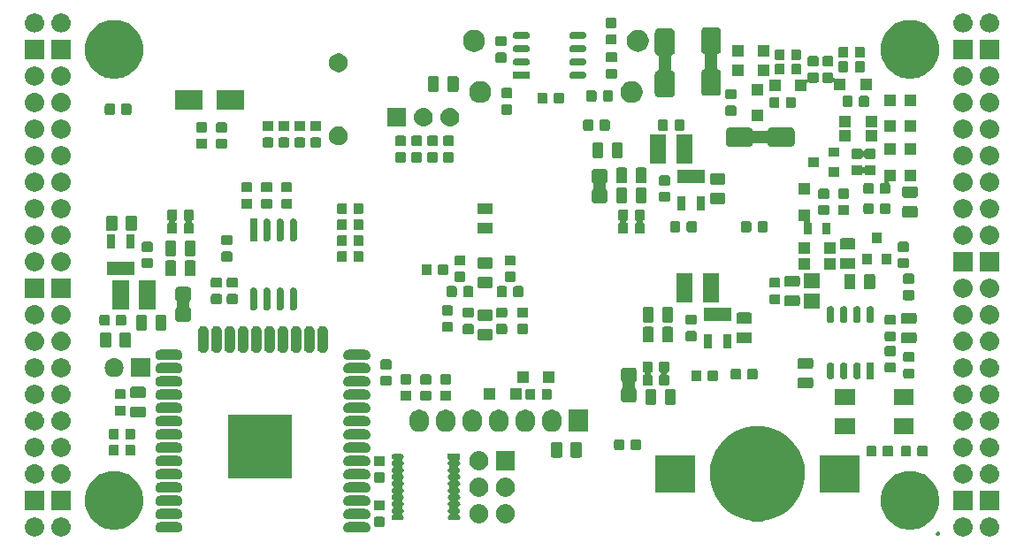
<source format=gbs>
G04 #@! TF.GenerationSoftware,KiCad,Pcbnew,5.0.2+dfsg1-1*
G04 #@! TF.CreationDate,2019-03-21T14:00:29+01:00*
G04 #@! TF.ProjectId,ulx3s,756c7833-732e-46b6-9963-61645f706362,v3.0.7*
G04 #@! TF.SameCoordinates,Original*
G04 #@! TF.FileFunction,Soldermask,Bot*
G04 #@! TF.FilePolarity,Negative*
%FSLAX46Y46*%
G04 Gerber Fmt 4.6, Leading zero omitted, Abs format (unit mm)*
G04 Created by KiCad (PCBNEW 5.0.2+dfsg1-1) date četvrtak, 21. ožujka 2019. 14:00:29 CET*
%MOMM*%
%LPD*%
G01*
G04 APERTURE LIST*
%ADD10C,1.200000*%
%ADD11C,0.100000*%
G04 APERTURE END LIST*
D10*
G04 #@! TO.C,RP2*
X109609000Y-88632000D02*
X109609000Y-90632000D01*
G04 #@! TO.C,RP3*
X149472000Y-77311000D02*
X149472000Y-79311000D01*
G04 #@! TO.C,RP1*
X152281000Y-96361000D02*
X152281000Y-98361000D01*
G04 #@! TO.C,D52*
X160155000Y-64391000D02*
X160155000Y-68391000D01*
G04 #@! TO.C,D51*
X155710000Y-68518000D02*
X155710000Y-64518000D01*
G04 #@! TO.C,D9*
X166854000Y-73630000D02*
X162854000Y-73630000D01*
D11*
G36*
X98021988Y-110043010D02*
X98089097Y-110049619D01*
X98203906Y-110084446D01*
X98261312Y-110101860D01*
X98306489Y-110126008D01*
X98420025Y-110186694D01*
X98559138Y-110300862D01*
X98673306Y-110439975D01*
X98709257Y-110507235D01*
X98758140Y-110598688D01*
X98758140Y-110598689D01*
X98810381Y-110770903D01*
X98828020Y-110950000D01*
X98810381Y-111129097D01*
X98791218Y-111192267D01*
X98758140Y-111301312D01*
X98729302Y-111355264D01*
X98673306Y-111460025D01*
X98559138Y-111599138D01*
X98420025Y-111713306D01*
X98346146Y-111752795D01*
X98261312Y-111798140D01*
X98203906Y-111815554D01*
X98089097Y-111850381D01*
X98021988Y-111856990D01*
X97954880Y-111863600D01*
X97865120Y-111863600D01*
X97798012Y-111856990D01*
X97730903Y-111850381D01*
X97616094Y-111815554D01*
X97558688Y-111798140D01*
X97473854Y-111752795D01*
X97399975Y-111713306D01*
X97260862Y-111599138D01*
X97146694Y-111460025D01*
X97090698Y-111355264D01*
X97061860Y-111301312D01*
X97028782Y-111192267D01*
X97009619Y-111129097D01*
X96991980Y-110950000D01*
X97009619Y-110770903D01*
X97061860Y-110598689D01*
X97061860Y-110598688D01*
X97110743Y-110507235D01*
X97146694Y-110439975D01*
X97260862Y-110300862D01*
X97399975Y-110186694D01*
X97513511Y-110126008D01*
X97558688Y-110101860D01*
X97616094Y-110084446D01*
X97730903Y-110049619D01*
X97798012Y-110043010D01*
X97865120Y-110036400D01*
X97954880Y-110036400D01*
X98021988Y-110043010D01*
X98021988Y-110043010D01*
G37*
G36*
X184381988Y-110043010D02*
X184449097Y-110049619D01*
X184563906Y-110084446D01*
X184621312Y-110101860D01*
X184666489Y-110126008D01*
X184780025Y-110186694D01*
X184919138Y-110300862D01*
X185033306Y-110439975D01*
X185069257Y-110507235D01*
X185118140Y-110598688D01*
X185118140Y-110598689D01*
X185170381Y-110770903D01*
X185188020Y-110950000D01*
X185170381Y-111129097D01*
X185151218Y-111192267D01*
X185118140Y-111301312D01*
X185089302Y-111355264D01*
X185033306Y-111460025D01*
X184919138Y-111599138D01*
X184780025Y-111713306D01*
X184706146Y-111752795D01*
X184621312Y-111798140D01*
X184563906Y-111815554D01*
X184449097Y-111850381D01*
X184381988Y-111856990D01*
X184314880Y-111863600D01*
X184225120Y-111863600D01*
X184158012Y-111856990D01*
X184090903Y-111850381D01*
X183976094Y-111815554D01*
X183918688Y-111798140D01*
X183833854Y-111752795D01*
X183759975Y-111713306D01*
X183620862Y-111599138D01*
X183506694Y-111460025D01*
X183450698Y-111355264D01*
X183421860Y-111301312D01*
X183388782Y-111192267D01*
X183369619Y-111129097D01*
X183351980Y-110950000D01*
X183369619Y-110770903D01*
X183421860Y-110598689D01*
X183421860Y-110598688D01*
X183470743Y-110507235D01*
X183506694Y-110439975D01*
X183620862Y-110300862D01*
X183759975Y-110186694D01*
X183873511Y-110126008D01*
X183918688Y-110101860D01*
X183976094Y-110084446D01*
X184090903Y-110049619D01*
X184158012Y-110043010D01*
X184225120Y-110036400D01*
X184314880Y-110036400D01*
X184381988Y-110043010D01*
X184381988Y-110043010D01*
G37*
G36*
X186921988Y-110043010D02*
X186989097Y-110049619D01*
X187103906Y-110084446D01*
X187161312Y-110101860D01*
X187206489Y-110126008D01*
X187320025Y-110186694D01*
X187459138Y-110300862D01*
X187573306Y-110439975D01*
X187609257Y-110507235D01*
X187658140Y-110598688D01*
X187658140Y-110598689D01*
X187710381Y-110770903D01*
X187728020Y-110950000D01*
X187710381Y-111129097D01*
X187691218Y-111192267D01*
X187658140Y-111301312D01*
X187629302Y-111355264D01*
X187573306Y-111460025D01*
X187459138Y-111599138D01*
X187320025Y-111713306D01*
X187246146Y-111752795D01*
X187161312Y-111798140D01*
X187103906Y-111815554D01*
X186989097Y-111850381D01*
X186921988Y-111856990D01*
X186854880Y-111863600D01*
X186765120Y-111863600D01*
X186698012Y-111856990D01*
X186630903Y-111850381D01*
X186516094Y-111815554D01*
X186458688Y-111798140D01*
X186373854Y-111752795D01*
X186299975Y-111713306D01*
X186160862Y-111599138D01*
X186046694Y-111460025D01*
X185990698Y-111355264D01*
X185961860Y-111301312D01*
X185928782Y-111192267D01*
X185909619Y-111129097D01*
X185891980Y-110950000D01*
X185909619Y-110770903D01*
X185961860Y-110598689D01*
X185961860Y-110598688D01*
X186010743Y-110507235D01*
X186046694Y-110439975D01*
X186160862Y-110300862D01*
X186299975Y-110186694D01*
X186413511Y-110126008D01*
X186458688Y-110101860D01*
X186516094Y-110084446D01*
X186630903Y-110049619D01*
X186698012Y-110043010D01*
X186765120Y-110036400D01*
X186854880Y-110036400D01*
X186921988Y-110043010D01*
X186921988Y-110043010D01*
G37*
G36*
X95481988Y-110043010D02*
X95549097Y-110049619D01*
X95663906Y-110084446D01*
X95721312Y-110101860D01*
X95766489Y-110126008D01*
X95880025Y-110186694D01*
X96019138Y-110300862D01*
X96133306Y-110439975D01*
X96169257Y-110507235D01*
X96218140Y-110598688D01*
X96218140Y-110598689D01*
X96270381Y-110770903D01*
X96288020Y-110950000D01*
X96270381Y-111129097D01*
X96251218Y-111192267D01*
X96218140Y-111301312D01*
X96189302Y-111355264D01*
X96133306Y-111460025D01*
X96019138Y-111599138D01*
X95880025Y-111713306D01*
X95806146Y-111752795D01*
X95721312Y-111798140D01*
X95663906Y-111815554D01*
X95549097Y-111850381D01*
X95481988Y-111856990D01*
X95414880Y-111863600D01*
X95325120Y-111863600D01*
X95258012Y-111856990D01*
X95190903Y-111850381D01*
X95076094Y-111815554D01*
X95018688Y-111798140D01*
X94933854Y-111752795D01*
X94859975Y-111713306D01*
X94720862Y-111599138D01*
X94606694Y-111460025D01*
X94550698Y-111355264D01*
X94521860Y-111301312D01*
X94488782Y-111192267D01*
X94469619Y-111129097D01*
X94451980Y-110950000D01*
X94469619Y-110770903D01*
X94521860Y-110598689D01*
X94521860Y-110598688D01*
X94570743Y-110507235D01*
X94606694Y-110439975D01*
X94720862Y-110300862D01*
X94859975Y-110186694D01*
X94973511Y-110126008D01*
X95018688Y-110101860D01*
X95076094Y-110084446D01*
X95190903Y-110049619D01*
X95258012Y-110043010D01*
X95325120Y-110036400D01*
X95414880Y-110036400D01*
X95481988Y-110043010D01*
X95481988Y-110043010D01*
G37*
G36*
X181930337Y-111410685D02*
X181966732Y-111425760D01*
X181966733Y-111425761D01*
X181966736Y-111425762D01*
X181999493Y-111447650D01*
X181999497Y-111447653D01*
X182027347Y-111475503D01*
X182027349Y-111475506D01*
X182027350Y-111475507D01*
X182049238Y-111508264D01*
X182049239Y-111508267D01*
X182049240Y-111508268D01*
X182064315Y-111544663D01*
X182072000Y-111583299D01*
X182072000Y-111622701D01*
X182064315Y-111661337D01*
X182049240Y-111697732D01*
X182049238Y-111697736D01*
X182038834Y-111713306D01*
X182027347Y-111730497D01*
X181999497Y-111758347D01*
X181999494Y-111758349D01*
X181999493Y-111758350D01*
X181966736Y-111780238D01*
X181966733Y-111780239D01*
X181966732Y-111780240D01*
X181930337Y-111795315D01*
X181891701Y-111803000D01*
X181852299Y-111803000D01*
X181813663Y-111795315D01*
X181777268Y-111780240D01*
X181777267Y-111780239D01*
X181777264Y-111780238D01*
X181744507Y-111758350D01*
X181744506Y-111758349D01*
X181744503Y-111758347D01*
X181716653Y-111730497D01*
X181705166Y-111713306D01*
X181694762Y-111697736D01*
X181694760Y-111697732D01*
X181679685Y-111661337D01*
X181672000Y-111622701D01*
X181672000Y-111583299D01*
X181679685Y-111544663D01*
X181694760Y-111508268D01*
X181694761Y-111508267D01*
X181694762Y-111508264D01*
X181716650Y-111475507D01*
X181716651Y-111475506D01*
X181716653Y-111475503D01*
X181744503Y-111447653D01*
X181744507Y-111447650D01*
X181777264Y-111425762D01*
X181777267Y-111425761D01*
X181777268Y-111425760D01*
X181813663Y-111410685D01*
X181852299Y-111403000D01*
X181891701Y-111403000D01*
X181930337Y-111410685D01*
X181930337Y-111410685D01*
G37*
G36*
X109128015Y-110507234D02*
X109222268Y-110535825D01*
X109268697Y-110560643D01*
X109309129Y-110582254D01*
X109322954Y-110593600D01*
X109385264Y-110644736D01*
X109447745Y-110720870D01*
X109494175Y-110807732D01*
X109522766Y-110901985D01*
X109532419Y-111000000D01*
X109522766Y-111098015D01*
X109494175Y-111192268D01*
X109469357Y-111238697D01*
X109447746Y-111279129D01*
X109385264Y-111355264D01*
X109309129Y-111417746D01*
X109294132Y-111425762D01*
X109222268Y-111464175D01*
X109128015Y-111492766D01*
X109054564Y-111500000D01*
X107405436Y-111500000D01*
X107331985Y-111492766D01*
X107237732Y-111464175D01*
X107165868Y-111425762D01*
X107150871Y-111417746D01*
X107074736Y-111355264D01*
X107012254Y-111279129D01*
X106990643Y-111238697D01*
X106965825Y-111192268D01*
X106937234Y-111098015D01*
X106927581Y-111000000D01*
X106937234Y-110901985D01*
X106965825Y-110807732D01*
X107012255Y-110720870D01*
X107074736Y-110644736D01*
X107137046Y-110593600D01*
X107150871Y-110582254D01*
X107191303Y-110560643D01*
X107237732Y-110535825D01*
X107331985Y-110507234D01*
X107405436Y-110500000D01*
X109054564Y-110500000D01*
X109128015Y-110507234D01*
X109128015Y-110507234D01*
G37*
G36*
X127128015Y-110507234D02*
X127222268Y-110535825D01*
X127268697Y-110560643D01*
X127309129Y-110582254D01*
X127322954Y-110593600D01*
X127385264Y-110644736D01*
X127447745Y-110720870D01*
X127494175Y-110807732D01*
X127522766Y-110901985D01*
X127532419Y-111000000D01*
X127522766Y-111098015D01*
X127494175Y-111192268D01*
X127469357Y-111238697D01*
X127447746Y-111279129D01*
X127385264Y-111355264D01*
X127309129Y-111417746D01*
X127294132Y-111425762D01*
X127222268Y-111464175D01*
X127128015Y-111492766D01*
X127054564Y-111500000D01*
X125405436Y-111500000D01*
X125331985Y-111492766D01*
X125237732Y-111464175D01*
X125165868Y-111425762D01*
X125150871Y-111417746D01*
X125074736Y-111355264D01*
X125012254Y-111279129D01*
X124990643Y-111238697D01*
X124965825Y-111192268D01*
X124937234Y-111098015D01*
X124927581Y-111000000D01*
X124937234Y-110901985D01*
X124965825Y-110807732D01*
X125012255Y-110720870D01*
X125074736Y-110644736D01*
X125137046Y-110593600D01*
X125150871Y-110582254D01*
X125191303Y-110560643D01*
X125237732Y-110535825D01*
X125331985Y-110507234D01*
X125405436Y-110500000D01*
X127054564Y-110500000D01*
X127128015Y-110507234D01*
X127128015Y-110507234D01*
G37*
G36*
X103420971Y-105640870D02*
X103806730Y-105717602D01*
X103950245Y-105777048D01*
X104316296Y-105928671D01*
X104774899Y-106235100D01*
X105164900Y-106625101D01*
X105471329Y-107083704D01*
X105540310Y-107250240D01*
X105682398Y-107593270D01*
X105709809Y-107731075D01*
X105790000Y-108134223D01*
X105790000Y-108685777D01*
X105773963Y-108766400D01*
X105682398Y-109226730D01*
X105620600Y-109375924D01*
X105471329Y-109736296D01*
X105164900Y-110194899D01*
X104774899Y-110584900D01*
X104316296Y-110891329D01*
X104162580Y-110955000D01*
X103806730Y-111102398D01*
X103536253Y-111156199D01*
X103265777Y-111210000D01*
X102714223Y-111210000D01*
X102443747Y-111156199D01*
X102173270Y-111102398D01*
X101817420Y-110955000D01*
X101663704Y-110891329D01*
X101205101Y-110584900D01*
X100815100Y-110194899D01*
X100508671Y-109736296D01*
X100359400Y-109375924D01*
X100297602Y-109226730D01*
X100206037Y-108766400D01*
X100190000Y-108685777D01*
X100190000Y-108134223D01*
X100270191Y-107731075D01*
X100297602Y-107593270D01*
X100439690Y-107250240D01*
X100508671Y-107083704D01*
X100815100Y-106625101D01*
X101205101Y-106235100D01*
X101663704Y-105928671D01*
X102029755Y-105777048D01*
X102173270Y-105717602D01*
X102559029Y-105640870D01*
X102714223Y-105610000D01*
X103265777Y-105610000D01*
X103420971Y-105640870D01*
X103420971Y-105640870D01*
G37*
G36*
X179620971Y-105640870D02*
X180006730Y-105717602D01*
X180150245Y-105777048D01*
X180516296Y-105928671D01*
X180974899Y-106235100D01*
X181364900Y-106625101D01*
X181671329Y-107083704D01*
X181740310Y-107250240D01*
X181882398Y-107593270D01*
X181909809Y-107731075D01*
X181990000Y-108134223D01*
X181990000Y-108685777D01*
X181973963Y-108766400D01*
X181882398Y-109226730D01*
X181820600Y-109375924D01*
X181671329Y-109736296D01*
X181364900Y-110194899D01*
X180974899Y-110584900D01*
X180516296Y-110891329D01*
X180362580Y-110955000D01*
X180006730Y-111102398D01*
X179736253Y-111156199D01*
X179465777Y-111210000D01*
X178914223Y-111210000D01*
X178643747Y-111156199D01*
X178373270Y-111102398D01*
X178017420Y-110955000D01*
X177863704Y-110891329D01*
X177405101Y-110584900D01*
X177015100Y-110194899D01*
X176708671Y-109736296D01*
X176559400Y-109375924D01*
X176497602Y-109226730D01*
X176406037Y-108766400D01*
X176390000Y-108685777D01*
X176390000Y-108134223D01*
X176470191Y-107731075D01*
X176497602Y-107593270D01*
X176639690Y-107250240D01*
X176708671Y-107083704D01*
X177015100Y-106625101D01*
X177405101Y-106235100D01*
X177863704Y-105928671D01*
X178229755Y-105777048D01*
X178373270Y-105717602D01*
X178759029Y-105640870D01*
X178914223Y-105610000D01*
X179465777Y-105610000D01*
X179620971Y-105640870D01*
X179620971Y-105640870D01*
G37*
G36*
X128768992Y-109984076D02*
X128802883Y-109994357D01*
X128834111Y-110011048D01*
X128861485Y-110033515D01*
X128883952Y-110060889D01*
X128900643Y-110092117D01*
X128910924Y-110126008D01*
X128915000Y-110167391D01*
X128915000Y-110767609D01*
X128910924Y-110808992D01*
X128900643Y-110842883D01*
X128883952Y-110874111D01*
X128861485Y-110901485D01*
X128834111Y-110923952D01*
X128802883Y-110940643D01*
X128768992Y-110950924D01*
X128727609Y-110955000D01*
X128052391Y-110955000D01*
X128011008Y-110950924D01*
X127977117Y-110940643D01*
X127945889Y-110923952D01*
X127918515Y-110901485D01*
X127896048Y-110874111D01*
X127879357Y-110842883D01*
X127869076Y-110808992D01*
X127865000Y-110767609D01*
X127865000Y-110167391D01*
X127869076Y-110126008D01*
X127879357Y-110092117D01*
X127896048Y-110060889D01*
X127918515Y-110033515D01*
X127945889Y-110011048D01*
X127977117Y-109994357D01*
X128011008Y-109984076D01*
X128052391Y-109980000D01*
X128727609Y-109980000D01*
X128768992Y-109984076D01*
X128768992Y-109984076D01*
G37*
G36*
X138026987Y-108773009D02*
X138094097Y-108779619D01*
X138207461Y-108814008D01*
X138266312Y-108831860D01*
X138321079Y-108861134D01*
X138425025Y-108916694D01*
X138564138Y-109030862D01*
X138678306Y-109169975D01*
X138714257Y-109237235D01*
X138763140Y-109328688D01*
X138763140Y-109328689D01*
X138815381Y-109500903D01*
X138833020Y-109680000D01*
X138815381Y-109859097D01*
X138806805Y-109887368D01*
X138763140Y-110031312D01*
X138745133Y-110065000D01*
X138678306Y-110190025D01*
X138564138Y-110329138D01*
X138425025Y-110443306D01*
X138351146Y-110482795D01*
X138266312Y-110528140D01*
X138208906Y-110545554D01*
X138094097Y-110580381D01*
X138026987Y-110586991D01*
X137959880Y-110593600D01*
X137870120Y-110593600D01*
X137803013Y-110586991D01*
X137735903Y-110580381D01*
X137621094Y-110545554D01*
X137563688Y-110528140D01*
X137478854Y-110482795D01*
X137404975Y-110443306D01*
X137265862Y-110329138D01*
X137151694Y-110190025D01*
X137084867Y-110065000D01*
X137066860Y-110031312D01*
X137023195Y-109887368D01*
X137014619Y-109859097D01*
X136996980Y-109680000D01*
X137014619Y-109500903D01*
X137066860Y-109328689D01*
X137066860Y-109328688D01*
X137115743Y-109237235D01*
X137151694Y-109169975D01*
X137265862Y-109030862D01*
X137404975Y-108916694D01*
X137508921Y-108861134D01*
X137563688Y-108831860D01*
X137622539Y-108814008D01*
X137735903Y-108779619D01*
X137803013Y-108773009D01*
X137870120Y-108766400D01*
X137959880Y-108766400D01*
X138026987Y-108773009D01*
X138026987Y-108773009D01*
G37*
G36*
X140566987Y-108773009D02*
X140634097Y-108779619D01*
X140747461Y-108814008D01*
X140806312Y-108831860D01*
X140861079Y-108861134D01*
X140965025Y-108916694D01*
X141104138Y-109030862D01*
X141218306Y-109169975D01*
X141254257Y-109237235D01*
X141303140Y-109328688D01*
X141303140Y-109328689D01*
X141355381Y-109500903D01*
X141373020Y-109680000D01*
X141355381Y-109859097D01*
X141346805Y-109887368D01*
X141303140Y-110031312D01*
X141285133Y-110065000D01*
X141218306Y-110190025D01*
X141104138Y-110329138D01*
X140965025Y-110443306D01*
X140891146Y-110482795D01*
X140806312Y-110528140D01*
X140748906Y-110545554D01*
X140634097Y-110580381D01*
X140566987Y-110586991D01*
X140499880Y-110593600D01*
X140410120Y-110593600D01*
X140343013Y-110586991D01*
X140275903Y-110580381D01*
X140161094Y-110545554D01*
X140103688Y-110528140D01*
X140018854Y-110482795D01*
X139944975Y-110443306D01*
X139805862Y-110329138D01*
X139691694Y-110190025D01*
X139624867Y-110065000D01*
X139606860Y-110031312D01*
X139563195Y-109887368D01*
X139554619Y-109859097D01*
X139536980Y-109680000D01*
X139554619Y-109500903D01*
X139606860Y-109328689D01*
X139606860Y-109328688D01*
X139655743Y-109237235D01*
X139691694Y-109169975D01*
X139805862Y-109030862D01*
X139944975Y-108916694D01*
X140048921Y-108861134D01*
X140103688Y-108831860D01*
X140162539Y-108814008D01*
X140275903Y-108779619D01*
X140343013Y-108773009D01*
X140410120Y-108766400D01*
X140499880Y-108766400D01*
X140566987Y-108773009D01*
X140566987Y-108773009D01*
G37*
G36*
X165158226Y-101344882D02*
X165912186Y-101494853D01*
X166740233Y-101837842D01*
X167485456Y-102335784D01*
X168119216Y-102969544D01*
X168617158Y-103714767D01*
X168960147Y-104542814D01*
X169080923Y-105150000D01*
X169135000Y-105421863D01*
X169135000Y-106318137D01*
X169128662Y-106350000D01*
X168960147Y-107197186D01*
X168617158Y-108025233D01*
X168119216Y-108770456D01*
X167485456Y-109404216D01*
X166740233Y-109902158D01*
X165912186Y-110245147D01*
X165158226Y-110395118D01*
X165033137Y-110420000D01*
X164136863Y-110420000D01*
X164011774Y-110395118D01*
X163257814Y-110245147D01*
X162429767Y-109902158D01*
X161684544Y-109404216D01*
X161050784Y-108770456D01*
X160552842Y-108025233D01*
X160209853Y-107197186D01*
X160041338Y-106350000D01*
X160035000Y-106318137D01*
X160035000Y-105421863D01*
X160089077Y-105150000D01*
X160209853Y-104542814D01*
X160552842Y-103714767D01*
X161050784Y-102969544D01*
X161684544Y-102335784D01*
X162429767Y-101837842D01*
X163257814Y-101494853D01*
X164011774Y-101344882D01*
X164136863Y-101320000D01*
X165033137Y-101320000D01*
X165158226Y-101344882D01*
X165158226Y-101344882D01*
G37*
G36*
X136135000Y-104465594D02*
X136116641Y-104467402D01*
X136093192Y-104474515D01*
X136071581Y-104486066D01*
X136052639Y-104501612D01*
X136037093Y-104520554D01*
X136025542Y-104542165D01*
X136018429Y-104565614D01*
X136016027Y-104590000D01*
X136018429Y-104614386D01*
X136025542Y-104637835D01*
X136037093Y-104659446D01*
X136052639Y-104678388D01*
X136061717Y-104686617D01*
X136062632Y-104687368D01*
X136093873Y-104725436D01*
X136117087Y-104768866D01*
X136117088Y-104768869D01*
X136131383Y-104815990D01*
X136136209Y-104865000D01*
X136131383Y-104914010D01*
X136118523Y-104956400D01*
X136117087Y-104961134D01*
X136093873Y-105004564D01*
X136062632Y-105042632D01*
X136024564Y-105073873D01*
X136013550Y-105079760D01*
X135993175Y-105093374D01*
X135975848Y-105110701D01*
X135962234Y-105131076D01*
X135952857Y-105153715D01*
X135948077Y-105177749D01*
X135948077Y-105202253D01*
X135952858Y-105226286D01*
X135962235Y-105248925D01*
X135975849Y-105269300D01*
X135993176Y-105286627D01*
X136013549Y-105300239D01*
X136024564Y-105306127D01*
X136062632Y-105337368D01*
X136093873Y-105375436D01*
X136117087Y-105418866D01*
X136117088Y-105418869D01*
X136131383Y-105465990D01*
X136136209Y-105515000D01*
X136131383Y-105564010D01*
X136117431Y-105610000D01*
X136117087Y-105611134D01*
X136093873Y-105654564D01*
X136062632Y-105692632D01*
X136024564Y-105723873D01*
X136013550Y-105729760D01*
X135993175Y-105743374D01*
X135975848Y-105760701D01*
X135962234Y-105781076D01*
X135952857Y-105803715D01*
X135948077Y-105827749D01*
X135948077Y-105852253D01*
X135952858Y-105876286D01*
X135962235Y-105898925D01*
X135975849Y-105919300D01*
X135993176Y-105936627D01*
X136013549Y-105950239D01*
X136024564Y-105956127D01*
X136062632Y-105987368D01*
X136093873Y-106025436D01*
X136117087Y-106068866D01*
X136117088Y-106068869D01*
X136131383Y-106115990D01*
X136136209Y-106165000D01*
X136131383Y-106214010D01*
X136117088Y-106261131D01*
X136117087Y-106261134D01*
X136093873Y-106304564D01*
X136062632Y-106342632D01*
X136024564Y-106373873D01*
X136019286Y-106376694D01*
X136013550Y-106379760D01*
X135993175Y-106393374D01*
X135975848Y-106410701D01*
X135962234Y-106431076D01*
X135952857Y-106453715D01*
X135948077Y-106477749D01*
X135948077Y-106502253D01*
X135952858Y-106526286D01*
X135962235Y-106548925D01*
X135975849Y-106569300D01*
X135993176Y-106586627D01*
X136013549Y-106600239D01*
X136024564Y-106606127D01*
X136062632Y-106637368D01*
X136093873Y-106675436D01*
X136117087Y-106718866D01*
X136117088Y-106718869D01*
X136131383Y-106765990D01*
X136136209Y-106815000D01*
X136131383Y-106864010D01*
X136117167Y-106910870D01*
X136117087Y-106911134D01*
X136093873Y-106954564D01*
X136062632Y-106992632D01*
X136024564Y-107023873D01*
X136013550Y-107029760D01*
X135993175Y-107043374D01*
X135975848Y-107060701D01*
X135962234Y-107081076D01*
X135952857Y-107103715D01*
X135948077Y-107127749D01*
X135948077Y-107152253D01*
X135952858Y-107176286D01*
X135962235Y-107198925D01*
X135975849Y-107219300D01*
X135993176Y-107236627D01*
X136013549Y-107250239D01*
X136024564Y-107256127D01*
X136062632Y-107287368D01*
X136093873Y-107325436D01*
X136117087Y-107368866D01*
X136117088Y-107368869D01*
X136131383Y-107415990D01*
X136136209Y-107465000D01*
X136131383Y-107514010D01*
X136117088Y-107561131D01*
X136117087Y-107561134D01*
X136093873Y-107604564D01*
X136062632Y-107642632D01*
X136024564Y-107673873D01*
X136013550Y-107679760D01*
X135993175Y-107693374D01*
X135975848Y-107710701D01*
X135962234Y-107731076D01*
X135952857Y-107753715D01*
X135948077Y-107777749D01*
X135948077Y-107802253D01*
X135952858Y-107826286D01*
X135962235Y-107848925D01*
X135975849Y-107869300D01*
X135993176Y-107886627D01*
X136013549Y-107900239D01*
X136024564Y-107906127D01*
X136062632Y-107937368D01*
X136093873Y-107975436D01*
X136117087Y-108018866D01*
X136117088Y-108018869D01*
X136131383Y-108065990D01*
X136136209Y-108115000D01*
X136131383Y-108164010D01*
X136117088Y-108211131D01*
X136117087Y-108211134D01*
X136093873Y-108254564D01*
X136062632Y-108292632D01*
X136024564Y-108323873D01*
X136013550Y-108329760D01*
X135993175Y-108343374D01*
X135975848Y-108360701D01*
X135962234Y-108381076D01*
X135952857Y-108403715D01*
X135948077Y-108427749D01*
X135948077Y-108452253D01*
X135952858Y-108476286D01*
X135962235Y-108498925D01*
X135975849Y-108519300D01*
X135993176Y-108536627D01*
X136013549Y-108550239D01*
X136024564Y-108556127D01*
X136062632Y-108587368D01*
X136093873Y-108625436D01*
X136117087Y-108668866D01*
X136117088Y-108668869D01*
X136131383Y-108715990D01*
X136136209Y-108765000D01*
X136131383Y-108814010D01*
X136117088Y-108861131D01*
X136117087Y-108861134D01*
X136093873Y-108904564D01*
X136062632Y-108942632D01*
X136024564Y-108973873D01*
X136013550Y-108979760D01*
X135993175Y-108993374D01*
X135975848Y-109010701D01*
X135962234Y-109031076D01*
X135952857Y-109053715D01*
X135948077Y-109077749D01*
X135948077Y-109102253D01*
X135952858Y-109126286D01*
X135962235Y-109148925D01*
X135975849Y-109169300D01*
X135993176Y-109186627D01*
X136013549Y-109200239D01*
X136024564Y-109206127D01*
X136062632Y-109237368D01*
X136093873Y-109275436D01*
X136117087Y-109318866D01*
X136117088Y-109318869D01*
X136131383Y-109365990D01*
X136136209Y-109415000D01*
X136131383Y-109464010D01*
X136120190Y-109500905D01*
X136117087Y-109511134D01*
X136093873Y-109554564D01*
X136062632Y-109592632D01*
X136024564Y-109623873D01*
X136013550Y-109629760D01*
X135993175Y-109643374D01*
X135975848Y-109660701D01*
X135962234Y-109681076D01*
X135952857Y-109703715D01*
X135948077Y-109727749D01*
X135948077Y-109752253D01*
X135952858Y-109776286D01*
X135962235Y-109798925D01*
X135975849Y-109819300D01*
X135993176Y-109836627D01*
X136013549Y-109850239D01*
X136024564Y-109856127D01*
X136062632Y-109887368D01*
X136093873Y-109925436D01*
X136117087Y-109968866D01*
X136117088Y-109968869D01*
X136131383Y-110015990D01*
X136136209Y-110065000D01*
X136131383Y-110114010D01*
X136117088Y-110161131D01*
X136117087Y-110161134D01*
X136093873Y-110204564D01*
X136062632Y-110242632D01*
X136024564Y-110273873D01*
X135981134Y-110297087D01*
X135981131Y-110297088D01*
X135934010Y-110311383D01*
X135897280Y-110315000D01*
X135172720Y-110315000D01*
X135135990Y-110311383D01*
X135088869Y-110297088D01*
X135088866Y-110297087D01*
X135045436Y-110273873D01*
X135007368Y-110242632D01*
X134976127Y-110204564D01*
X134952913Y-110161134D01*
X134952912Y-110161131D01*
X134938617Y-110114010D01*
X134933791Y-110065000D01*
X134938617Y-110015990D01*
X134952912Y-109968869D01*
X134952913Y-109968866D01*
X134976127Y-109925436D01*
X135007368Y-109887368D01*
X135045436Y-109856127D01*
X135056451Y-109850239D01*
X135076825Y-109836626D01*
X135094152Y-109819299D01*
X135107766Y-109798924D01*
X135117143Y-109776285D01*
X135121923Y-109752251D01*
X135121923Y-109727747D01*
X135117142Y-109703714D01*
X135107765Y-109681075D01*
X135094151Y-109660700D01*
X135076824Y-109643373D01*
X135056450Y-109629760D01*
X135045436Y-109623873D01*
X135007368Y-109592632D01*
X134976127Y-109554564D01*
X134952913Y-109511134D01*
X134949810Y-109500905D01*
X134938617Y-109464010D01*
X134933791Y-109415000D01*
X134938617Y-109365990D01*
X134952912Y-109318869D01*
X134952913Y-109318866D01*
X134976127Y-109275436D01*
X135007368Y-109237368D01*
X135045436Y-109206127D01*
X135056451Y-109200239D01*
X135076825Y-109186626D01*
X135094152Y-109169299D01*
X135107766Y-109148924D01*
X135117143Y-109126285D01*
X135121923Y-109102251D01*
X135121923Y-109077747D01*
X135117142Y-109053714D01*
X135107765Y-109031075D01*
X135094151Y-109010700D01*
X135076824Y-108993373D01*
X135056450Y-108979760D01*
X135045436Y-108973873D01*
X135007368Y-108942632D01*
X134976127Y-108904564D01*
X134952913Y-108861134D01*
X134952912Y-108861131D01*
X134938617Y-108814010D01*
X134933791Y-108765000D01*
X134938617Y-108715990D01*
X134952912Y-108668869D01*
X134952913Y-108668866D01*
X134976127Y-108625436D01*
X135007368Y-108587368D01*
X135045436Y-108556127D01*
X135056451Y-108550239D01*
X135076825Y-108536626D01*
X135094152Y-108519299D01*
X135107766Y-108498924D01*
X135117143Y-108476285D01*
X135121923Y-108452251D01*
X135121923Y-108427747D01*
X135117142Y-108403714D01*
X135107765Y-108381075D01*
X135094151Y-108360700D01*
X135076824Y-108343373D01*
X135056450Y-108329760D01*
X135045436Y-108323873D01*
X135007368Y-108292632D01*
X134976127Y-108254564D01*
X134952913Y-108211134D01*
X134952912Y-108211131D01*
X134938617Y-108164010D01*
X134933791Y-108115000D01*
X134938617Y-108065990D01*
X134952912Y-108018869D01*
X134952913Y-108018866D01*
X134976127Y-107975436D01*
X135007368Y-107937368D01*
X135045436Y-107906127D01*
X135056451Y-107900239D01*
X135076825Y-107886626D01*
X135094152Y-107869299D01*
X135107766Y-107848924D01*
X135117143Y-107826285D01*
X135121923Y-107802251D01*
X135121923Y-107777747D01*
X135117142Y-107753714D01*
X135107765Y-107731075D01*
X135094151Y-107710700D01*
X135076824Y-107693373D01*
X135056450Y-107679760D01*
X135045436Y-107673873D01*
X135007368Y-107642632D01*
X134976127Y-107604564D01*
X134952913Y-107561134D01*
X134952912Y-107561131D01*
X134938617Y-107514010D01*
X134933791Y-107465000D01*
X134938617Y-107415990D01*
X134952912Y-107368869D01*
X134952913Y-107368866D01*
X134976127Y-107325436D01*
X135007368Y-107287368D01*
X135045436Y-107256127D01*
X135056451Y-107250239D01*
X135076825Y-107236626D01*
X135094152Y-107219299D01*
X135107766Y-107198924D01*
X135117143Y-107176285D01*
X135121923Y-107152251D01*
X135121923Y-107127747D01*
X135117142Y-107103714D01*
X135107765Y-107081075D01*
X135094151Y-107060700D01*
X135076824Y-107043373D01*
X135056450Y-107029760D01*
X135045436Y-107023873D01*
X135007368Y-106992632D01*
X134976127Y-106954564D01*
X134952913Y-106911134D01*
X134952833Y-106910870D01*
X134938617Y-106864010D01*
X134933791Y-106815000D01*
X134938617Y-106765990D01*
X134952912Y-106718869D01*
X134952913Y-106718866D01*
X134976127Y-106675436D01*
X135007368Y-106637368D01*
X135045436Y-106606127D01*
X135056451Y-106600239D01*
X135076825Y-106586626D01*
X135094152Y-106569299D01*
X135107766Y-106548924D01*
X135117143Y-106526285D01*
X135121923Y-106502251D01*
X135121923Y-106477747D01*
X135117142Y-106453714D01*
X135107765Y-106431075D01*
X135094151Y-106410700D01*
X135076824Y-106393373D01*
X135056450Y-106379760D01*
X135050714Y-106376694D01*
X135045436Y-106373873D01*
X135007368Y-106342632D01*
X134976127Y-106304564D01*
X134952913Y-106261134D01*
X134952912Y-106261131D01*
X134938617Y-106214010D01*
X134933791Y-106165000D01*
X134938617Y-106115990D01*
X134952912Y-106068869D01*
X134952913Y-106068866D01*
X134976127Y-106025436D01*
X135007368Y-105987368D01*
X135045436Y-105956127D01*
X135056451Y-105950239D01*
X135076825Y-105936626D01*
X135094152Y-105919299D01*
X135107766Y-105898924D01*
X135117143Y-105876285D01*
X135121923Y-105852251D01*
X135121923Y-105827747D01*
X135117142Y-105803714D01*
X135107765Y-105781075D01*
X135094151Y-105760700D01*
X135076824Y-105743373D01*
X135056450Y-105729760D01*
X135045436Y-105723873D01*
X135007368Y-105692632D01*
X134976127Y-105654564D01*
X134952913Y-105611134D01*
X134952569Y-105610000D01*
X134938617Y-105564010D01*
X134933791Y-105515000D01*
X134938617Y-105465990D01*
X134952912Y-105418869D01*
X134952913Y-105418866D01*
X134976127Y-105375436D01*
X135007368Y-105337368D01*
X135045436Y-105306127D01*
X135056451Y-105300239D01*
X135076825Y-105286626D01*
X135094152Y-105269299D01*
X135107766Y-105248924D01*
X135117143Y-105226285D01*
X135121923Y-105202251D01*
X135121923Y-105177747D01*
X135117142Y-105153714D01*
X135107765Y-105131075D01*
X135094151Y-105110700D01*
X135076824Y-105093373D01*
X135056450Y-105079760D01*
X135045436Y-105073873D01*
X135007368Y-105042632D01*
X134976127Y-105004564D01*
X134952913Y-104961134D01*
X134951477Y-104956400D01*
X134938617Y-104914010D01*
X134933791Y-104865000D01*
X134938617Y-104815990D01*
X134952912Y-104768869D01*
X134952913Y-104768866D01*
X134976127Y-104725436D01*
X135007368Y-104687368D01*
X135008277Y-104686622D01*
X135025598Y-104669301D01*
X135039212Y-104648926D01*
X135048590Y-104626288D01*
X135053371Y-104602254D01*
X135053371Y-104577750D01*
X135048591Y-104553716D01*
X135039214Y-104531077D01*
X135025601Y-104510702D01*
X135008274Y-104493375D01*
X134987899Y-104479761D01*
X134965261Y-104470383D01*
X134941227Y-104465602D01*
X134935000Y-104465296D01*
X134935000Y-103965000D01*
X136135000Y-103965000D01*
X136135000Y-104465594D01*
X136135000Y-104465594D01*
G37*
G36*
X130534010Y-103968617D02*
X130581131Y-103982912D01*
X130581134Y-103982913D01*
X130624564Y-104006127D01*
X130662632Y-104037368D01*
X130693873Y-104075436D01*
X130717087Y-104118866D01*
X130717088Y-104118869D01*
X130731383Y-104165990D01*
X130736209Y-104215000D01*
X130731383Y-104264010D01*
X130717088Y-104311131D01*
X130717087Y-104311134D01*
X130693873Y-104354564D01*
X130662632Y-104392632D01*
X130624564Y-104423873D01*
X130613550Y-104429760D01*
X130593175Y-104443374D01*
X130575848Y-104460701D01*
X130562234Y-104481076D01*
X130552857Y-104503715D01*
X130548077Y-104527749D01*
X130548077Y-104552253D01*
X130552858Y-104576286D01*
X130562235Y-104598925D01*
X130575849Y-104619300D01*
X130593176Y-104636627D01*
X130613549Y-104650239D01*
X130624564Y-104656127D01*
X130662632Y-104687368D01*
X130693873Y-104725436D01*
X130717087Y-104768866D01*
X130717088Y-104768869D01*
X130731383Y-104815990D01*
X130736209Y-104865000D01*
X130731383Y-104914010D01*
X130718523Y-104956400D01*
X130717087Y-104961134D01*
X130693873Y-105004564D01*
X130662632Y-105042632D01*
X130624564Y-105073873D01*
X130613550Y-105079760D01*
X130593175Y-105093374D01*
X130575848Y-105110701D01*
X130562234Y-105131076D01*
X130552857Y-105153715D01*
X130548077Y-105177749D01*
X130548077Y-105202253D01*
X130552858Y-105226286D01*
X130562235Y-105248925D01*
X130575849Y-105269300D01*
X130593176Y-105286627D01*
X130613549Y-105300239D01*
X130624564Y-105306127D01*
X130662632Y-105337368D01*
X130693873Y-105375436D01*
X130717087Y-105418866D01*
X130717088Y-105418869D01*
X130731383Y-105465990D01*
X130736209Y-105515000D01*
X130731383Y-105564010D01*
X130717431Y-105610000D01*
X130717087Y-105611134D01*
X130693873Y-105654564D01*
X130662632Y-105692632D01*
X130624564Y-105723873D01*
X130613550Y-105729760D01*
X130593175Y-105743374D01*
X130575848Y-105760701D01*
X130562234Y-105781076D01*
X130552857Y-105803715D01*
X130548077Y-105827749D01*
X130548077Y-105852253D01*
X130552858Y-105876286D01*
X130562235Y-105898925D01*
X130575849Y-105919300D01*
X130593176Y-105936627D01*
X130613549Y-105950239D01*
X130624564Y-105956127D01*
X130662632Y-105987368D01*
X130693873Y-106025436D01*
X130717087Y-106068866D01*
X130717088Y-106068869D01*
X130731383Y-106115990D01*
X130736209Y-106165000D01*
X130731383Y-106214010D01*
X130717088Y-106261131D01*
X130717087Y-106261134D01*
X130693873Y-106304564D01*
X130662632Y-106342632D01*
X130624564Y-106373873D01*
X130619286Y-106376694D01*
X130613550Y-106379760D01*
X130593175Y-106393374D01*
X130575848Y-106410701D01*
X130562234Y-106431076D01*
X130552857Y-106453715D01*
X130548077Y-106477749D01*
X130548077Y-106502253D01*
X130552858Y-106526286D01*
X130562235Y-106548925D01*
X130575849Y-106569300D01*
X130593176Y-106586627D01*
X130613549Y-106600239D01*
X130624564Y-106606127D01*
X130662632Y-106637368D01*
X130693873Y-106675436D01*
X130717087Y-106718866D01*
X130717088Y-106718869D01*
X130731383Y-106765990D01*
X130736209Y-106815000D01*
X130731383Y-106864010D01*
X130717167Y-106910870D01*
X130717087Y-106911134D01*
X130693873Y-106954564D01*
X130662632Y-106992632D01*
X130624564Y-107023873D01*
X130613550Y-107029760D01*
X130593175Y-107043374D01*
X130575848Y-107060701D01*
X130562234Y-107081076D01*
X130552857Y-107103715D01*
X130548077Y-107127749D01*
X130548077Y-107152253D01*
X130552858Y-107176286D01*
X130562235Y-107198925D01*
X130575849Y-107219300D01*
X130593176Y-107236627D01*
X130613549Y-107250239D01*
X130624564Y-107256127D01*
X130662632Y-107287368D01*
X130693873Y-107325436D01*
X130717087Y-107368866D01*
X130717088Y-107368869D01*
X130731383Y-107415990D01*
X130736209Y-107465000D01*
X130731383Y-107514010D01*
X130717088Y-107561131D01*
X130717087Y-107561134D01*
X130693873Y-107604564D01*
X130662632Y-107642632D01*
X130624564Y-107673873D01*
X130613550Y-107679760D01*
X130593175Y-107693374D01*
X130575848Y-107710701D01*
X130562234Y-107731076D01*
X130552857Y-107753715D01*
X130548077Y-107777749D01*
X130548077Y-107802253D01*
X130552858Y-107826286D01*
X130562235Y-107848925D01*
X130575849Y-107869300D01*
X130593176Y-107886627D01*
X130613549Y-107900239D01*
X130624564Y-107906127D01*
X130662632Y-107937368D01*
X130693873Y-107975436D01*
X130717087Y-108018866D01*
X130717088Y-108018869D01*
X130731383Y-108065990D01*
X130736209Y-108115000D01*
X130731383Y-108164010D01*
X130717088Y-108211131D01*
X130717087Y-108211134D01*
X130693873Y-108254564D01*
X130662632Y-108292632D01*
X130624564Y-108323873D01*
X130613550Y-108329760D01*
X130593175Y-108343374D01*
X130575848Y-108360701D01*
X130562234Y-108381076D01*
X130552857Y-108403715D01*
X130548077Y-108427749D01*
X130548077Y-108452253D01*
X130552858Y-108476286D01*
X130562235Y-108498925D01*
X130575849Y-108519300D01*
X130593176Y-108536627D01*
X130613549Y-108550239D01*
X130624564Y-108556127D01*
X130662632Y-108587368D01*
X130693873Y-108625436D01*
X130717087Y-108668866D01*
X130717088Y-108668869D01*
X130731383Y-108715990D01*
X130736209Y-108765000D01*
X130731383Y-108814010D01*
X130717088Y-108861131D01*
X130717087Y-108861134D01*
X130693873Y-108904564D01*
X130662632Y-108942632D01*
X130624564Y-108973873D01*
X130613550Y-108979760D01*
X130593175Y-108993374D01*
X130575848Y-109010701D01*
X130562234Y-109031076D01*
X130552857Y-109053715D01*
X130548077Y-109077749D01*
X130548077Y-109102253D01*
X130552858Y-109126286D01*
X130562235Y-109148925D01*
X130575849Y-109169300D01*
X130593176Y-109186627D01*
X130613549Y-109200239D01*
X130624564Y-109206127D01*
X130662632Y-109237368D01*
X130693873Y-109275436D01*
X130717087Y-109318866D01*
X130717088Y-109318869D01*
X130731383Y-109365990D01*
X130736209Y-109415000D01*
X130731383Y-109464010D01*
X130720190Y-109500905D01*
X130717087Y-109511134D01*
X130693873Y-109554564D01*
X130662632Y-109592632D01*
X130624564Y-109623873D01*
X130613550Y-109629760D01*
X130593175Y-109643374D01*
X130575848Y-109660701D01*
X130562234Y-109681076D01*
X130552857Y-109703715D01*
X130548077Y-109727749D01*
X130548077Y-109752253D01*
X130552858Y-109776286D01*
X130562235Y-109798925D01*
X130575849Y-109819300D01*
X130593176Y-109836627D01*
X130613549Y-109850239D01*
X130624564Y-109856127D01*
X130662632Y-109887368D01*
X130693873Y-109925436D01*
X130717087Y-109968866D01*
X130717088Y-109968869D01*
X130731383Y-110015990D01*
X130736209Y-110065000D01*
X130731383Y-110114010D01*
X130717088Y-110161131D01*
X130717087Y-110161134D01*
X130693873Y-110204564D01*
X130662632Y-110242632D01*
X130624564Y-110273873D01*
X130581134Y-110297087D01*
X130581131Y-110297088D01*
X130534010Y-110311383D01*
X130497280Y-110315000D01*
X129772720Y-110315000D01*
X129735990Y-110311383D01*
X129688869Y-110297088D01*
X129688866Y-110297087D01*
X129645436Y-110273873D01*
X129607368Y-110242632D01*
X129576127Y-110204564D01*
X129552913Y-110161134D01*
X129552912Y-110161131D01*
X129538617Y-110114010D01*
X129533791Y-110065000D01*
X129538617Y-110015990D01*
X129552912Y-109968869D01*
X129552913Y-109968866D01*
X129576127Y-109925436D01*
X129607368Y-109887368D01*
X129645436Y-109856127D01*
X129656451Y-109850239D01*
X129676825Y-109836626D01*
X129694152Y-109819299D01*
X129707766Y-109798924D01*
X129717143Y-109776285D01*
X129721923Y-109752251D01*
X129721923Y-109727747D01*
X129717142Y-109703714D01*
X129707765Y-109681075D01*
X129694151Y-109660700D01*
X129676824Y-109643373D01*
X129656450Y-109629760D01*
X129645436Y-109623873D01*
X129607368Y-109592632D01*
X129576127Y-109554564D01*
X129552913Y-109511134D01*
X129549810Y-109500905D01*
X129538617Y-109464010D01*
X129533791Y-109415000D01*
X129538617Y-109365990D01*
X129552912Y-109318869D01*
X129552913Y-109318866D01*
X129576127Y-109275436D01*
X129607368Y-109237368D01*
X129645436Y-109206127D01*
X129656451Y-109200239D01*
X129676825Y-109186626D01*
X129694152Y-109169299D01*
X129707766Y-109148924D01*
X129717143Y-109126285D01*
X129721923Y-109102251D01*
X129721923Y-109077747D01*
X129717142Y-109053714D01*
X129707765Y-109031075D01*
X129694151Y-109010700D01*
X129676824Y-108993373D01*
X129656450Y-108979760D01*
X129645436Y-108973873D01*
X129607368Y-108942632D01*
X129576127Y-108904564D01*
X129552913Y-108861134D01*
X129552912Y-108861131D01*
X129538617Y-108814010D01*
X129533791Y-108765000D01*
X129538617Y-108715990D01*
X129552912Y-108668869D01*
X129552913Y-108668866D01*
X129576127Y-108625436D01*
X129607368Y-108587368D01*
X129645436Y-108556127D01*
X129656451Y-108550239D01*
X129676825Y-108536626D01*
X129694152Y-108519299D01*
X129707766Y-108498924D01*
X129717143Y-108476285D01*
X129721923Y-108452251D01*
X129721923Y-108427747D01*
X129717142Y-108403714D01*
X129707765Y-108381075D01*
X129694151Y-108360700D01*
X129676824Y-108343373D01*
X129656450Y-108329760D01*
X129645436Y-108323873D01*
X129607368Y-108292632D01*
X129576127Y-108254564D01*
X129552913Y-108211134D01*
X129552912Y-108211131D01*
X129538617Y-108164010D01*
X129533791Y-108115000D01*
X129538617Y-108065990D01*
X129552912Y-108018869D01*
X129552913Y-108018866D01*
X129576127Y-107975436D01*
X129607368Y-107937368D01*
X129645436Y-107906127D01*
X129656451Y-107900239D01*
X129676825Y-107886626D01*
X129694152Y-107869299D01*
X129707766Y-107848924D01*
X129717143Y-107826285D01*
X129721923Y-107802251D01*
X129721923Y-107777747D01*
X129717142Y-107753714D01*
X129707765Y-107731075D01*
X129694151Y-107710700D01*
X129676824Y-107693373D01*
X129656450Y-107679760D01*
X129645436Y-107673873D01*
X129607368Y-107642632D01*
X129576127Y-107604564D01*
X129552913Y-107561134D01*
X129552912Y-107561131D01*
X129538617Y-107514010D01*
X129533791Y-107465000D01*
X129538617Y-107415990D01*
X129552912Y-107368869D01*
X129552913Y-107368866D01*
X129576127Y-107325436D01*
X129607368Y-107287368D01*
X129645436Y-107256127D01*
X129656451Y-107250239D01*
X129676825Y-107236626D01*
X129694152Y-107219299D01*
X129707766Y-107198924D01*
X129717143Y-107176285D01*
X129721923Y-107152251D01*
X129721923Y-107127747D01*
X129717142Y-107103714D01*
X129707765Y-107081075D01*
X129694151Y-107060700D01*
X129676824Y-107043373D01*
X129656450Y-107029760D01*
X129645436Y-107023873D01*
X129607368Y-106992632D01*
X129576127Y-106954564D01*
X129552913Y-106911134D01*
X129552833Y-106910870D01*
X129538617Y-106864010D01*
X129533791Y-106815000D01*
X129538617Y-106765990D01*
X129552912Y-106718869D01*
X129552913Y-106718866D01*
X129576127Y-106675436D01*
X129607368Y-106637368D01*
X129645436Y-106606127D01*
X129656451Y-106600239D01*
X129676825Y-106586626D01*
X129694152Y-106569299D01*
X129707766Y-106548924D01*
X129717143Y-106526285D01*
X129721923Y-106502251D01*
X129721923Y-106477747D01*
X129717142Y-106453714D01*
X129707765Y-106431075D01*
X129694151Y-106410700D01*
X129676824Y-106393373D01*
X129656450Y-106379760D01*
X129650714Y-106376694D01*
X129645436Y-106373873D01*
X129607368Y-106342632D01*
X129576127Y-106304564D01*
X129552913Y-106261134D01*
X129552912Y-106261131D01*
X129538617Y-106214010D01*
X129533791Y-106165000D01*
X129538617Y-106115990D01*
X129552912Y-106068869D01*
X129552913Y-106068866D01*
X129576127Y-106025436D01*
X129607368Y-105987368D01*
X129645436Y-105956127D01*
X129656451Y-105950239D01*
X129676825Y-105936626D01*
X129694152Y-105919299D01*
X129707766Y-105898924D01*
X129717143Y-105876285D01*
X129721923Y-105852251D01*
X129721923Y-105827747D01*
X129717142Y-105803714D01*
X129707765Y-105781075D01*
X129694151Y-105760700D01*
X129676824Y-105743373D01*
X129656450Y-105729760D01*
X129645436Y-105723873D01*
X129607368Y-105692632D01*
X129576127Y-105654564D01*
X129552913Y-105611134D01*
X129552569Y-105610000D01*
X129538617Y-105564010D01*
X129533791Y-105515000D01*
X129538617Y-105465990D01*
X129552912Y-105418869D01*
X129552913Y-105418866D01*
X129576127Y-105375436D01*
X129607368Y-105337368D01*
X129645436Y-105306127D01*
X129656451Y-105300239D01*
X129676825Y-105286626D01*
X129694152Y-105269299D01*
X129707766Y-105248924D01*
X129717143Y-105226285D01*
X129721923Y-105202251D01*
X129721923Y-105177747D01*
X129717142Y-105153714D01*
X129707765Y-105131075D01*
X129694151Y-105110700D01*
X129676824Y-105093373D01*
X129656450Y-105079760D01*
X129645436Y-105073873D01*
X129607368Y-105042632D01*
X129576127Y-105004564D01*
X129552913Y-104961134D01*
X129551477Y-104956400D01*
X129538617Y-104914010D01*
X129533791Y-104865000D01*
X129538617Y-104815990D01*
X129552912Y-104768869D01*
X129552913Y-104768866D01*
X129576127Y-104725436D01*
X129607368Y-104687368D01*
X129645436Y-104656127D01*
X129656451Y-104650239D01*
X129676825Y-104636626D01*
X129694152Y-104619299D01*
X129707766Y-104598924D01*
X129717143Y-104576285D01*
X129721923Y-104552251D01*
X129721923Y-104527747D01*
X129717142Y-104503714D01*
X129707765Y-104481075D01*
X129694151Y-104460700D01*
X129676824Y-104443373D01*
X129656450Y-104429760D01*
X129645436Y-104423873D01*
X129607368Y-104392632D01*
X129576127Y-104354564D01*
X129552913Y-104311134D01*
X129552912Y-104311131D01*
X129538617Y-104264010D01*
X129533791Y-104215000D01*
X129538617Y-104165990D01*
X129552912Y-104118869D01*
X129552913Y-104118866D01*
X129576127Y-104075436D01*
X129607368Y-104037368D01*
X129645436Y-104006127D01*
X129688866Y-103982913D01*
X129688869Y-103982912D01*
X129735990Y-103968617D01*
X129772720Y-103965000D01*
X130497280Y-103965000D01*
X130534010Y-103968617D01*
X130534010Y-103968617D01*
G37*
G36*
X109128015Y-109237234D02*
X109222268Y-109265825D01*
X109240248Y-109275436D01*
X109309129Y-109312254D01*
X109329154Y-109328688D01*
X109385264Y-109374736D01*
X109447745Y-109450870D01*
X109494175Y-109537732D01*
X109522766Y-109631985D01*
X109532419Y-109730000D01*
X109522766Y-109828015D01*
X109494175Y-109922268D01*
X109492481Y-109925437D01*
X109447746Y-110009129D01*
X109385264Y-110085264D01*
X109309129Y-110147746D01*
X109284082Y-110161134D01*
X109222268Y-110194175D01*
X109128015Y-110222766D01*
X109054564Y-110230000D01*
X107405436Y-110230000D01*
X107331985Y-110222766D01*
X107237732Y-110194175D01*
X107175918Y-110161134D01*
X107150871Y-110147746D01*
X107074736Y-110085264D01*
X107012254Y-110009129D01*
X106967519Y-109925437D01*
X106965825Y-109922268D01*
X106937234Y-109828015D01*
X106927581Y-109730000D01*
X106937234Y-109631985D01*
X106965825Y-109537732D01*
X107012255Y-109450870D01*
X107074736Y-109374736D01*
X107130846Y-109328688D01*
X107150871Y-109312254D01*
X107219752Y-109275436D01*
X107237732Y-109265825D01*
X107331985Y-109237234D01*
X107405436Y-109230000D01*
X109054564Y-109230000D01*
X109128015Y-109237234D01*
X109128015Y-109237234D01*
G37*
G36*
X127128015Y-109237234D02*
X127222268Y-109265825D01*
X127240248Y-109275436D01*
X127309129Y-109312254D01*
X127329154Y-109328688D01*
X127385264Y-109374736D01*
X127447745Y-109450870D01*
X127494175Y-109537732D01*
X127522766Y-109631985D01*
X127532419Y-109730000D01*
X127522766Y-109828015D01*
X127494175Y-109922268D01*
X127492481Y-109925437D01*
X127447746Y-110009129D01*
X127385264Y-110085264D01*
X127309129Y-110147746D01*
X127284082Y-110161134D01*
X127222268Y-110194175D01*
X127128015Y-110222766D01*
X127054564Y-110230000D01*
X125405436Y-110230000D01*
X125331985Y-110222766D01*
X125237732Y-110194175D01*
X125175918Y-110161134D01*
X125150871Y-110147746D01*
X125074736Y-110085264D01*
X125012254Y-110009129D01*
X124967519Y-109925437D01*
X124965825Y-109922268D01*
X124937234Y-109828015D01*
X124927581Y-109730000D01*
X124937234Y-109631985D01*
X124965825Y-109537732D01*
X125012255Y-109450870D01*
X125074736Y-109374736D01*
X125130846Y-109328688D01*
X125150871Y-109312254D01*
X125219752Y-109275436D01*
X125237732Y-109265825D01*
X125331985Y-109237234D01*
X125405436Y-109230000D01*
X127054564Y-109230000D01*
X127128015Y-109237234D01*
X127128015Y-109237234D01*
G37*
G36*
X128768992Y-108409076D02*
X128802883Y-108419357D01*
X128834111Y-108436048D01*
X128861485Y-108458515D01*
X128883952Y-108485889D01*
X128900643Y-108517117D01*
X128910924Y-108551008D01*
X128915000Y-108592391D01*
X128915000Y-109192609D01*
X128910924Y-109233992D01*
X128900643Y-109267883D01*
X128883952Y-109299111D01*
X128861485Y-109326485D01*
X128834111Y-109348952D01*
X128802883Y-109365643D01*
X128768992Y-109375924D01*
X128727609Y-109380000D01*
X128052391Y-109380000D01*
X128011008Y-109375924D01*
X127977117Y-109365643D01*
X127945889Y-109348952D01*
X127918515Y-109326485D01*
X127896048Y-109299111D01*
X127879357Y-109267883D01*
X127869076Y-109233992D01*
X127865000Y-109192609D01*
X127865000Y-108592391D01*
X127869076Y-108551008D01*
X127879357Y-108517117D01*
X127896048Y-108485889D01*
X127918515Y-108458515D01*
X127945889Y-108436048D01*
X127977117Y-108419357D01*
X128011008Y-108409076D01*
X128052391Y-108405000D01*
X128727609Y-108405000D01*
X128768992Y-108409076D01*
X128768992Y-108409076D01*
G37*
G36*
X96283600Y-109323600D02*
X94456400Y-109323600D01*
X94456400Y-107496400D01*
X96283600Y-107496400D01*
X96283600Y-109323600D01*
X96283600Y-109323600D01*
G37*
G36*
X185183600Y-109323600D02*
X183356400Y-109323600D01*
X183356400Y-107496400D01*
X185183600Y-107496400D01*
X185183600Y-109323600D01*
X185183600Y-109323600D01*
G37*
G36*
X187723600Y-109323600D02*
X185896400Y-109323600D01*
X185896400Y-107496400D01*
X187723600Y-107496400D01*
X187723600Y-109323600D01*
X187723600Y-109323600D01*
G37*
G36*
X98823600Y-109323600D02*
X96996400Y-109323600D01*
X96996400Y-107496400D01*
X98823600Y-107496400D01*
X98823600Y-109323600D01*
X98823600Y-109323600D01*
G37*
G36*
X109128015Y-107967234D02*
X109222268Y-107995825D01*
X109265373Y-108018866D01*
X109309129Y-108042254D01*
X109385264Y-108104736D01*
X109433909Y-108164010D01*
X109447745Y-108180870D01*
X109494175Y-108267732D01*
X109522766Y-108361985D01*
X109532419Y-108460000D01*
X109522766Y-108558015D01*
X109494175Y-108652268D01*
X109469357Y-108698697D01*
X109447746Y-108739129D01*
X109385264Y-108815264D01*
X109309129Y-108877746D01*
X109268697Y-108899357D01*
X109222268Y-108924175D01*
X109128015Y-108952766D01*
X109054564Y-108960000D01*
X107405436Y-108960000D01*
X107331985Y-108952766D01*
X107237732Y-108924175D01*
X107191303Y-108899357D01*
X107150871Y-108877746D01*
X107074736Y-108815264D01*
X107012254Y-108739129D01*
X106990643Y-108698697D01*
X106965825Y-108652268D01*
X106937234Y-108558015D01*
X106927581Y-108460000D01*
X106937234Y-108361985D01*
X106965825Y-108267732D01*
X107012255Y-108180870D01*
X107026092Y-108164010D01*
X107074736Y-108104736D01*
X107150871Y-108042254D01*
X107194627Y-108018866D01*
X107237732Y-107995825D01*
X107331985Y-107967234D01*
X107405436Y-107960000D01*
X109054564Y-107960000D01*
X109128015Y-107967234D01*
X109128015Y-107967234D01*
G37*
G36*
X127128015Y-107967234D02*
X127222268Y-107995825D01*
X127265373Y-108018866D01*
X127309129Y-108042254D01*
X127385264Y-108104736D01*
X127433909Y-108164010D01*
X127447745Y-108180870D01*
X127494175Y-108267732D01*
X127522766Y-108361985D01*
X127532419Y-108460000D01*
X127522766Y-108558015D01*
X127494175Y-108652268D01*
X127469357Y-108698697D01*
X127447746Y-108739129D01*
X127385264Y-108815264D01*
X127309129Y-108877746D01*
X127268697Y-108899357D01*
X127222268Y-108924175D01*
X127128015Y-108952766D01*
X127054564Y-108960000D01*
X125405436Y-108960000D01*
X125331985Y-108952766D01*
X125237732Y-108924175D01*
X125191303Y-108899357D01*
X125150871Y-108877746D01*
X125074736Y-108815264D01*
X125012254Y-108739129D01*
X124990643Y-108698697D01*
X124965825Y-108652268D01*
X124937234Y-108558015D01*
X124927581Y-108460000D01*
X124937234Y-108361985D01*
X124965825Y-108267732D01*
X125012255Y-108180870D01*
X125026092Y-108164010D01*
X125074736Y-108104736D01*
X125150871Y-108042254D01*
X125194627Y-108018866D01*
X125237732Y-107995825D01*
X125331985Y-107967234D01*
X125405436Y-107960000D01*
X127054564Y-107960000D01*
X127128015Y-107967234D01*
X127128015Y-107967234D01*
G37*
G36*
X138026988Y-106233010D02*
X138094097Y-106239619D01*
X138208906Y-106274446D01*
X138266312Y-106291860D01*
X138315472Y-106318137D01*
X138425025Y-106376694D01*
X138564138Y-106490862D01*
X138678306Y-106629975D01*
X138714257Y-106697235D01*
X138763140Y-106788688D01*
X138777108Y-106834736D01*
X138815381Y-106960903D01*
X138833020Y-107140000D01*
X138815381Y-107319097D01*
X138785988Y-107415992D01*
X138763140Y-107491312D01*
X138734302Y-107545264D01*
X138678306Y-107650025D01*
X138564138Y-107789138D01*
X138425025Y-107903306D01*
X138361299Y-107937368D01*
X138266312Y-107988140D01*
X138208906Y-108005554D01*
X138094097Y-108040381D01*
X138026988Y-108046990D01*
X137959880Y-108053600D01*
X137870120Y-108053600D01*
X137803012Y-108046990D01*
X137735903Y-108040381D01*
X137621094Y-108005554D01*
X137563688Y-107988140D01*
X137468701Y-107937368D01*
X137404975Y-107903306D01*
X137265862Y-107789138D01*
X137151694Y-107650025D01*
X137095698Y-107545264D01*
X137066860Y-107491312D01*
X137044012Y-107415992D01*
X137014619Y-107319097D01*
X136996980Y-107140000D01*
X137014619Y-106960903D01*
X137052892Y-106834736D01*
X137066860Y-106788688D01*
X137115743Y-106697235D01*
X137151694Y-106629975D01*
X137265862Y-106490862D01*
X137404975Y-106376694D01*
X137514528Y-106318137D01*
X137563688Y-106291860D01*
X137621094Y-106274446D01*
X137735903Y-106239619D01*
X137803012Y-106233010D01*
X137870120Y-106226400D01*
X137959880Y-106226400D01*
X138026988Y-106233010D01*
X138026988Y-106233010D01*
G37*
G36*
X140566988Y-106233010D02*
X140634097Y-106239619D01*
X140748906Y-106274446D01*
X140806312Y-106291860D01*
X140855472Y-106318137D01*
X140965025Y-106376694D01*
X141104138Y-106490862D01*
X141218306Y-106629975D01*
X141254257Y-106697235D01*
X141303140Y-106788688D01*
X141317108Y-106834736D01*
X141355381Y-106960903D01*
X141373020Y-107140000D01*
X141355381Y-107319097D01*
X141325988Y-107415992D01*
X141303140Y-107491312D01*
X141274302Y-107545264D01*
X141218306Y-107650025D01*
X141104138Y-107789138D01*
X140965025Y-107903306D01*
X140901299Y-107937368D01*
X140806312Y-107988140D01*
X140748906Y-108005554D01*
X140634097Y-108040381D01*
X140566988Y-108046990D01*
X140499880Y-108053600D01*
X140410120Y-108053600D01*
X140343012Y-108046990D01*
X140275903Y-108040381D01*
X140161094Y-108005554D01*
X140103688Y-107988140D01*
X140008701Y-107937368D01*
X139944975Y-107903306D01*
X139805862Y-107789138D01*
X139691694Y-107650025D01*
X139635698Y-107545264D01*
X139606860Y-107491312D01*
X139584012Y-107415992D01*
X139554619Y-107319097D01*
X139536980Y-107140000D01*
X139554619Y-106960903D01*
X139592892Y-106834736D01*
X139606860Y-106788688D01*
X139655743Y-106697235D01*
X139691694Y-106629975D01*
X139805862Y-106490862D01*
X139944975Y-106376694D01*
X140054528Y-106318137D01*
X140103688Y-106291860D01*
X140161094Y-106274446D01*
X140275903Y-106239619D01*
X140343012Y-106233010D01*
X140410120Y-106226400D01*
X140499880Y-106226400D01*
X140566988Y-106233010D01*
X140566988Y-106233010D01*
G37*
G36*
X109128015Y-106697234D02*
X109222268Y-106725825D01*
X109268697Y-106750643D01*
X109309129Y-106772254D01*
X109385264Y-106834736D01*
X109447746Y-106910871D01*
X109469357Y-106951303D01*
X109494175Y-106997732D01*
X109522766Y-107091985D01*
X109532419Y-107190000D01*
X109522766Y-107288015D01*
X109494175Y-107382268D01*
X109469357Y-107428697D01*
X109447746Y-107469129D01*
X109385264Y-107545264D01*
X109309129Y-107607746D01*
X109268697Y-107629357D01*
X109222268Y-107654175D01*
X109128015Y-107682766D01*
X109054564Y-107690000D01*
X107405436Y-107690000D01*
X107331985Y-107682766D01*
X107237732Y-107654175D01*
X107191303Y-107629357D01*
X107150871Y-107607746D01*
X107074736Y-107545264D01*
X107012254Y-107469129D01*
X106990643Y-107428697D01*
X106965825Y-107382268D01*
X106937234Y-107288015D01*
X106927581Y-107190000D01*
X106937234Y-107091985D01*
X106965825Y-106997732D01*
X106990643Y-106951303D01*
X107012254Y-106910871D01*
X107074736Y-106834736D01*
X107150871Y-106772254D01*
X107191303Y-106750643D01*
X107237732Y-106725825D01*
X107331985Y-106697234D01*
X107405436Y-106690000D01*
X109054564Y-106690000D01*
X109128015Y-106697234D01*
X109128015Y-106697234D01*
G37*
G36*
X127128015Y-106697234D02*
X127222268Y-106725825D01*
X127268697Y-106750643D01*
X127309129Y-106772254D01*
X127385264Y-106834736D01*
X127447746Y-106910871D01*
X127469357Y-106951303D01*
X127494175Y-106997732D01*
X127522766Y-107091985D01*
X127532419Y-107190000D01*
X127522766Y-107288015D01*
X127494175Y-107382268D01*
X127469357Y-107428697D01*
X127447746Y-107469129D01*
X127385264Y-107545264D01*
X127309129Y-107607746D01*
X127268697Y-107629357D01*
X127222268Y-107654175D01*
X127128015Y-107682766D01*
X127054564Y-107690000D01*
X125405436Y-107690000D01*
X125331985Y-107682766D01*
X125237732Y-107654175D01*
X125191303Y-107629357D01*
X125150871Y-107607746D01*
X125074736Y-107545264D01*
X125012254Y-107469129D01*
X124990643Y-107428697D01*
X124965825Y-107382268D01*
X124937234Y-107288015D01*
X124927581Y-107190000D01*
X124937234Y-107091985D01*
X124965825Y-106997732D01*
X124990643Y-106951303D01*
X125012254Y-106910871D01*
X125074736Y-106834736D01*
X125150871Y-106772254D01*
X125191303Y-106750643D01*
X125237732Y-106725825D01*
X125331985Y-106697234D01*
X125405436Y-106690000D01*
X127054564Y-106690000D01*
X127128015Y-106697234D01*
X127128015Y-106697234D01*
G37*
G36*
X174385000Y-107670000D02*
X170585000Y-107670000D01*
X170585000Y-104070000D01*
X174385000Y-104070000D01*
X174385000Y-107670000D01*
X174385000Y-107670000D01*
G37*
G36*
X158585000Y-107670000D02*
X154785000Y-107670000D01*
X154785000Y-104070000D01*
X158585000Y-104070000D01*
X158585000Y-107670000D01*
X158585000Y-107670000D01*
G37*
G36*
X95462945Y-104961134D02*
X95549097Y-104969619D01*
X95634510Y-104995529D01*
X95721312Y-105021860D01*
X95743805Y-105033883D01*
X95880025Y-105106694D01*
X96019138Y-105220862D01*
X96133306Y-105359975D01*
X96169257Y-105427235D01*
X96218140Y-105518688D01*
X96231888Y-105564010D01*
X96270381Y-105690903D01*
X96288020Y-105870000D01*
X96270381Y-106049097D01*
X96264384Y-106068866D01*
X96218140Y-106221312D01*
X96189302Y-106275264D01*
X96133306Y-106380025D01*
X96019138Y-106519138D01*
X95880025Y-106633306D01*
X95816080Y-106667485D01*
X95721312Y-106718140D01*
X95663906Y-106735554D01*
X95549097Y-106770381D01*
X95481988Y-106776990D01*
X95414880Y-106783600D01*
X95325120Y-106783600D01*
X95258012Y-106776990D01*
X95190903Y-106770381D01*
X95076094Y-106735554D01*
X95018688Y-106718140D01*
X94923920Y-106667485D01*
X94859975Y-106633306D01*
X94720862Y-106519138D01*
X94606694Y-106380025D01*
X94550698Y-106275264D01*
X94521860Y-106221312D01*
X94475616Y-106068866D01*
X94469619Y-106049097D01*
X94451980Y-105870000D01*
X94469619Y-105690903D01*
X94508112Y-105564010D01*
X94521860Y-105518688D01*
X94570743Y-105427235D01*
X94606694Y-105359975D01*
X94720862Y-105220862D01*
X94859975Y-105106694D01*
X94996195Y-105033883D01*
X95018688Y-105021860D01*
X95105490Y-104995529D01*
X95190903Y-104969619D01*
X95277055Y-104961134D01*
X95325120Y-104956400D01*
X95414880Y-104956400D01*
X95462945Y-104961134D01*
X95462945Y-104961134D01*
G37*
G36*
X98002945Y-104961134D02*
X98089097Y-104969619D01*
X98174510Y-104995529D01*
X98261312Y-105021860D01*
X98283805Y-105033883D01*
X98420025Y-105106694D01*
X98559138Y-105220862D01*
X98673306Y-105359975D01*
X98709257Y-105427235D01*
X98758140Y-105518688D01*
X98771888Y-105564010D01*
X98810381Y-105690903D01*
X98828020Y-105870000D01*
X98810381Y-106049097D01*
X98804384Y-106068866D01*
X98758140Y-106221312D01*
X98729302Y-106275264D01*
X98673306Y-106380025D01*
X98559138Y-106519138D01*
X98420025Y-106633306D01*
X98356080Y-106667485D01*
X98261312Y-106718140D01*
X98203906Y-106735554D01*
X98089097Y-106770381D01*
X98021988Y-106776990D01*
X97954880Y-106783600D01*
X97865120Y-106783600D01*
X97798012Y-106776990D01*
X97730903Y-106770381D01*
X97616094Y-106735554D01*
X97558688Y-106718140D01*
X97463920Y-106667485D01*
X97399975Y-106633306D01*
X97260862Y-106519138D01*
X97146694Y-106380025D01*
X97090698Y-106275264D01*
X97061860Y-106221312D01*
X97015616Y-106068866D01*
X97009619Y-106049097D01*
X96991980Y-105870000D01*
X97009619Y-105690903D01*
X97048112Y-105564010D01*
X97061860Y-105518688D01*
X97110743Y-105427235D01*
X97146694Y-105359975D01*
X97260862Y-105220862D01*
X97399975Y-105106694D01*
X97536195Y-105033883D01*
X97558688Y-105021860D01*
X97645490Y-104995529D01*
X97730903Y-104969619D01*
X97817055Y-104961134D01*
X97865120Y-104956400D01*
X97954880Y-104956400D01*
X98002945Y-104961134D01*
X98002945Y-104961134D01*
G37*
G36*
X186902945Y-104961134D02*
X186989097Y-104969619D01*
X187074510Y-104995529D01*
X187161312Y-105021860D01*
X187183805Y-105033883D01*
X187320025Y-105106694D01*
X187459138Y-105220862D01*
X187573306Y-105359975D01*
X187609257Y-105427235D01*
X187658140Y-105518688D01*
X187671888Y-105564010D01*
X187710381Y-105690903D01*
X187728020Y-105870000D01*
X187710381Y-106049097D01*
X187704384Y-106068866D01*
X187658140Y-106221312D01*
X187629302Y-106275264D01*
X187573306Y-106380025D01*
X187459138Y-106519138D01*
X187320025Y-106633306D01*
X187256080Y-106667485D01*
X187161312Y-106718140D01*
X187103906Y-106735554D01*
X186989097Y-106770381D01*
X186921988Y-106776990D01*
X186854880Y-106783600D01*
X186765120Y-106783600D01*
X186698012Y-106776990D01*
X186630903Y-106770381D01*
X186516094Y-106735554D01*
X186458688Y-106718140D01*
X186363920Y-106667485D01*
X186299975Y-106633306D01*
X186160862Y-106519138D01*
X186046694Y-106380025D01*
X185990698Y-106275264D01*
X185961860Y-106221312D01*
X185915616Y-106068866D01*
X185909619Y-106049097D01*
X185891980Y-105870000D01*
X185909619Y-105690903D01*
X185948112Y-105564010D01*
X185961860Y-105518688D01*
X186010743Y-105427235D01*
X186046694Y-105359975D01*
X186160862Y-105220862D01*
X186299975Y-105106694D01*
X186436195Y-105033883D01*
X186458688Y-105021860D01*
X186545490Y-104995529D01*
X186630903Y-104969619D01*
X186717055Y-104961134D01*
X186765120Y-104956400D01*
X186854880Y-104956400D01*
X186902945Y-104961134D01*
X186902945Y-104961134D01*
G37*
G36*
X184362945Y-104961134D02*
X184449097Y-104969619D01*
X184534510Y-104995529D01*
X184621312Y-105021860D01*
X184643805Y-105033883D01*
X184780025Y-105106694D01*
X184919138Y-105220862D01*
X185033306Y-105359975D01*
X185069257Y-105427235D01*
X185118140Y-105518688D01*
X185131888Y-105564010D01*
X185170381Y-105690903D01*
X185188020Y-105870000D01*
X185170381Y-106049097D01*
X185164384Y-106068866D01*
X185118140Y-106221312D01*
X185089302Y-106275264D01*
X185033306Y-106380025D01*
X184919138Y-106519138D01*
X184780025Y-106633306D01*
X184716080Y-106667485D01*
X184621312Y-106718140D01*
X184563906Y-106735554D01*
X184449097Y-106770381D01*
X184381988Y-106776990D01*
X184314880Y-106783600D01*
X184225120Y-106783600D01*
X184158012Y-106776990D01*
X184090903Y-106770381D01*
X183976094Y-106735554D01*
X183918688Y-106718140D01*
X183823920Y-106667485D01*
X183759975Y-106633306D01*
X183620862Y-106519138D01*
X183506694Y-106380025D01*
X183450698Y-106275264D01*
X183421860Y-106221312D01*
X183375616Y-106068866D01*
X183369619Y-106049097D01*
X183351980Y-105870000D01*
X183369619Y-105690903D01*
X183408112Y-105564010D01*
X183421860Y-105518688D01*
X183470743Y-105427235D01*
X183506694Y-105359975D01*
X183620862Y-105220862D01*
X183759975Y-105106694D01*
X183896195Y-105033883D01*
X183918688Y-105021860D01*
X184005490Y-104995529D01*
X184090903Y-104969619D01*
X184177055Y-104961134D01*
X184225120Y-104956400D01*
X184314880Y-104956400D01*
X184362945Y-104961134D01*
X184362945Y-104961134D01*
G37*
G36*
X128768992Y-105750076D02*
X128802883Y-105760357D01*
X128834111Y-105777048D01*
X128861485Y-105799515D01*
X128883952Y-105826889D01*
X128900643Y-105858117D01*
X128910924Y-105892008D01*
X128915000Y-105933391D01*
X128915000Y-106533609D01*
X128910924Y-106574992D01*
X128900643Y-106608883D01*
X128883952Y-106640111D01*
X128861485Y-106667485D01*
X128834111Y-106689952D01*
X128802883Y-106706643D01*
X128768992Y-106716924D01*
X128727609Y-106721000D01*
X128052391Y-106721000D01*
X128011008Y-106716924D01*
X127977117Y-106706643D01*
X127945889Y-106689952D01*
X127918515Y-106667485D01*
X127896048Y-106640111D01*
X127879357Y-106608883D01*
X127869076Y-106574992D01*
X127865000Y-106533609D01*
X127865000Y-105933391D01*
X127869076Y-105892008D01*
X127879357Y-105858117D01*
X127896048Y-105826889D01*
X127918515Y-105799515D01*
X127945889Y-105777048D01*
X127977117Y-105760357D01*
X128011008Y-105750076D01*
X128052391Y-105746000D01*
X128727609Y-105746000D01*
X128768992Y-105750076D01*
X128768992Y-105750076D01*
G37*
G36*
X127128015Y-105427234D02*
X127222268Y-105455825D01*
X127268697Y-105480643D01*
X127309129Y-105502254D01*
X127385264Y-105564736D01*
X127447746Y-105640871D01*
X127455065Y-105654564D01*
X127494175Y-105727732D01*
X127522766Y-105821985D01*
X127532419Y-105920000D01*
X127522766Y-106018015D01*
X127494175Y-106112268D01*
X127492185Y-106115990D01*
X127447746Y-106199129D01*
X127385264Y-106275264D01*
X127309129Y-106337746D01*
X127268697Y-106359357D01*
X127222268Y-106384175D01*
X127128015Y-106412766D01*
X127054564Y-106420000D01*
X125405436Y-106420000D01*
X125331985Y-106412766D01*
X125237732Y-106384175D01*
X125191303Y-106359357D01*
X125150871Y-106337746D01*
X125074736Y-106275264D01*
X125012254Y-106199129D01*
X124967815Y-106115990D01*
X124965825Y-106112268D01*
X124937234Y-106018015D01*
X124927581Y-105920000D01*
X124937234Y-105821985D01*
X124965825Y-105727732D01*
X125004935Y-105654564D01*
X125012254Y-105640871D01*
X125074736Y-105564736D01*
X125150871Y-105502254D01*
X125191303Y-105480643D01*
X125237732Y-105455825D01*
X125331985Y-105427234D01*
X125405436Y-105420000D01*
X127054564Y-105420000D01*
X127128015Y-105427234D01*
X127128015Y-105427234D01*
G37*
G36*
X109128015Y-105427234D02*
X109222268Y-105455825D01*
X109268697Y-105480643D01*
X109309129Y-105502254D01*
X109385264Y-105564736D01*
X109447746Y-105640871D01*
X109455065Y-105654564D01*
X109494175Y-105727732D01*
X109522766Y-105821985D01*
X109532419Y-105920000D01*
X109522766Y-106018015D01*
X109494175Y-106112268D01*
X109492185Y-106115990D01*
X109447746Y-106199129D01*
X109385264Y-106275264D01*
X109309129Y-106337746D01*
X109268697Y-106359357D01*
X109222268Y-106384175D01*
X109128015Y-106412766D01*
X109054564Y-106420000D01*
X107405436Y-106420000D01*
X107331985Y-106412766D01*
X107237732Y-106384175D01*
X107191303Y-106359357D01*
X107150871Y-106337746D01*
X107074736Y-106275264D01*
X107012254Y-106199129D01*
X106967815Y-106115990D01*
X106965825Y-106112268D01*
X106937234Y-106018015D01*
X106927581Y-105920000D01*
X106937234Y-105821985D01*
X106965825Y-105727732D01*
X107004935Y-105654564D01*
X107012254Y-105640871D01*
X107074736Y-105564736D01*
X107150871Y-105502254D01*
X107191303Y-105480643D01*
X107237732Y-105455825D01*
X107331985Y-105427234D01*
X107405436Y-105420000D01*
X109054564Y-105420000D01*
X109128015Y-105427234D01*
X109128015Y-105427234D01*
G37*
G36*
X119980000Y-106350000D02*
X113880000Y-106350000D01*
X113880000Y-100250000D01*
X119980000Y-100250000D01*
X119980000Y-106350000D01*
X119980000Y-106350000D01*
G37*
G36*
X141368600Y-105513600D02*
X139541400Y-105513600D01*
X139541400Y-103686400D01*
X141368600Y-103686400D01*
X141368600Y-105513600D01*
X141368600Y-105513600D01*
G37*
G36*
X138026987Y-103693009D02*
X138094097Y-103699619D01*
X138208906Y-103734446D01*
X138266312Y-103751860D01*
X138351146Y-103797205D01*
X138425025Y-103836694D01*
X138564138Y-103950862D01*
X138678306Y-104089975D01*
X138714257Y-104157235D01*
X138763140Y-104248688D01*
X138777108Y-104294736D01*
X138815381Y-104420903D01*
X138833020Y-104600000D01*
X138815381Y-104779097D01*
X138804189Y-104815992D01*
X138763140Y-104951312D01*
X138734676Y-105004564D01*
X138678306Y-105110025D01*
X138564138Y-105249138D01*
X138425025Y-105363306D01*
X138402331Y-105375436D01*
X138266312Y-105448140D01*
X138208906Y-105465554D01*
X138094097Y-105500381D01*
X138026987Y-105506991D01*
X137959880Y-105513600D01*
X137870120Y-105513600D01*
X137803012Y-105506990D01*
X137735903Y-105500381D01*
X137621094Y-105465554D01*
X137563688Y-105448140D01*
X137427669Y-105375436D01*
X137404975Y-105363306D01*
X137265862Y-105249138D01*
X137151694Y-105110025D01*
X137095324Y-105004564D01*
X137066860Y-104951312D01*
X137025811Y-104815992D01*
X137014619Y-104779097D01*
X136996980Y-104600000D01*
X137014619Y-104420903D01*
X137052892Y-104294736D01*
X137066860Y-104248688D01*
X137115743Y-104157235D01*
X137151694Y-104089975D01*
X137265862Y-103950862D01*
X137404975Y-103836694D01*
X137478854Y-103797205D01*
X137563688Y-103751860D01*
X137621094Y-103734446D01*
X137735903Y-103699619D01*
X137803012Y-103693010D01*
X137870120Y-103686400D01*
X137959880Y-103686400D01*
X138026987Y-103693009D01*
X138026987Y-103693009D01*
G37*
G36*
X109128015Y-104157234D02*
X109222268Y-104185825D01*
X109252618Y-104202048D01*
X109309129Y-104232254D01*
X109385264Y-104294736D01*
X109447746Y-104370871D01*
X109469357Y-104411303D01*
X109494175Y-104457732D01*
X109522766Y-104551985D01*
X109532419Y-104650000D01*
X109522766Y-104748015D01*
X109494175Y-104842268D01*
X109482024Y-104865000D01*
X109447746Y-104929129D01*
X109385264Y-105005264D01*
X109309129Y-105067746D01*
X109268697Y-105089357D01*
X109222268Y-105114175D01*
X109128015Y-105142766D01*
X109054564Y-105150000D01*
X107405436Y-105150000D01*
X107331985Y-105142766D01*
X107237732Y-105114175D01*
X107191303Y-105089357D01*
X107150871Y-105067746D01*
X107074736Y-105005264D01*
X107012254Y-104929129D01*
X106977976Y-104865000D01*
X106965825Y-104842268D01*
X106937234Y-104748015D01*
X106927581Y-104650000D01*
X106937234Y-104551985D01*
X106965825Y-104457732D01*
X106990643Y-104411303D01*
X107012254Y-104370871D01*
X107074736Y-104294736D01*
X107150871Y-104232254D01*
X107207382Y-104202048D01*
X107237732Y-104185825D01*
X107331985Y-104157234D01*
X107405436Y-104150000D01*
X109054564Y-104150000D01*
X109128015Y-104157234D01*
X109128015Y-104157234D01*
G37*
G36*
X127128015Y-104157234D02*
X127222268Y-104185825D01*
X127252618Y-104202048D01*
X127309129Y-104232254D01*
X127385264Y-104294736D01*
X127447746Y-104370871D01*
X127469357Y-104411303D01*
X127494175Y-104457732D01*
X127522766Y-104551985D01*
X127532419Y-104650000D01*
X127522766Y-104748015D01*
X127494175Y-104842268D01*
X127482024Y-104865000D01*
X127447746Y-104929129D01*
X127385264Y-105005264D01*
X127309129Y-105067746D01*
X127268697Y-105089357D01*
X127222268Y-105114175D01*
X127128015Y-105142766D01*
X127054564Y-105150000D01*
X125405436Y-105150000D01*
X125331985Y-105142766D01*
X125237732Y-105114175D01*
X125191303Y-105089357D01*
X125150871Y-105067746D01*
X125074736Y-105005264D01*
X125012254Y-104929129D01*
X124977976Y-104865000D01*
X124965825Y-104842268D01*
X124937234Y-104748015D01*
X124927581Y-104650000D01*
X124937234Y-104551985D01*
X124965825Y-104457732D01*
X124990643Y-104411303D01*
X125012254Y-104370871D01*
X125074736Y-104294736D01*
X125150871Y-104232254D01*
X125207382Y-104202048D01*
X125237732Y-104185825D01*
X125331985Y-104157234D01*
X125405436Y-104150000D01*
X127054564Y-104150000D01*
X127128015Y-104157234D01*
X127128015Y-104157234D01*
G37*
G36*
X128768992Y-104175076D02*
X128802883Y-104185357D01*
X128834111Y-104202048D01*
X128861485Y-104224515D01*
X128883952Y-104251889D01*
X128900643Y-104283117D01*
X128910924Y-104317008D01*
X128915000Y-104358391D01*
X128915000Y-104958609D01*
X128910924Y-104999992D01*
X128900643Y-105033883D01*
X128883952Y-105065111D01*
X128861485Y-105092485D01*
X128834111Y-105114952D01*
X128802883Y-105131643D01*
X128768992Y-105141924D01*
X128727609Y-105146000D01*
X128052391Y-105146000D01*
X128011008Y-105141924D01*
X127977117Y-105131643D01*
X127945889Y-105114952D01*
X127918515Y-105092485D01*
X127896048Y-105065111D01*
X127879357Y-105033883D01*
X127869076Y-104999992D01*
X127865000Y-104958609D01*
X127865000Y-104358391D01*
X127869076Y-104317008D01*
X127879357Y-104283117D01*
X127896048Y-104251889D01*
X127918515Y-104224515D01*
X127945889Y-104202048D01*
X127977117Y-104185357D01*
X128011008Y-104175076D01*
X128052391Y-104171000D01*
X128727609Y-104171000D01*
X128768992Y-104175076D01*
X128768992Y-104175076D01*
G37*
G36*
X147605866Y-102838556D02*
X147644449Y-102850260D01*
X147680002Y-102869263D01*
X147711163Y-102894837D01*
X147736737Y-102925998D01*
X147755740Y-102961551D01*
X147767444Y-103000134D01*
X147772000Y-103046390D01*
X147772000Y-104121610D01*
X147767444Y-104167866D01*
X147755740Y-104206449D01*
X147736737Y-104242002D01*
X147711163Y-104273163D01*
X147680002Y-104298737D01*
X147644449Y-104317740D01*
X147605866Y-104329444D01*
X147559610Y-104334000D01*
X146909390Y-104334000D01*
X146863134Y-104329444D01*
X146824551Y-104317740D01*
X146788998Y-104298737D01*
X146757837Y-104273163D01*
X146732263Y-104242002D01*
X146713260Y-104206449D01*
X146701556Y-104167866D01*
X146697000Y-104121610D01*
X146697000Y-103046390D01*
X146701556Y-103000134D01*
X146713260Y-102961551D01*
X146732263Y-102925998D01*
X146757837Y-102894837D01*
X146788998Y-102869263D01*
X146824551Y-102850260D01*
X146863134Y-102838556D01*
X146909390Y-102834000D01*
X147559610Y-102834000D01*
X147605866Y-102838556D01*
X147605866Y-102838556D01*
G37*
G36*
X145730866Y-102838556D02*
X145769449Y-102850260D01*
X145805002Y-102869263D01*
X145836163Y-102894837D01*
X145861737Y-102925998D01*
X145880740Y-102961551D01*
X145892444Y-103000134D01*
X145897000Y-103046390D01*
X145897000Y-104121610D01*
X145892444Y-104167866D01*
X145880740Y-104206449D01*
X145861737Y-104242002D01*
X145836163Y-104273163D01*
X145805002Y-104298737D01*
X145769449Y-104317740D01*
X145730866Y-104329444D01*
X145684610Y-104334000D01*
X145034390Y-104334000D01*
X144988134Y-104329444D01*
X144949551Y-104317740D01*
X144913998Y-104298737D01*
X144882837Y-104273163D01*
X144857263Y-104242002D01*
X144838260Y-104206449D01*
X144826556Y-104167866D01*
X144822000Y-104121610D01*
X144822000Y-103046390D01*
X144826556Y-103000134D01*
X144838260Y-102961551D01*
X144857263Y-102925998D01*
X144882837Y-102894837D01*
X144913998Y-102869263D01*
X144949551Y-102850260D01*
X144988134Y-102838556D01*
X145034390Y-102834000D01*
X145684610Y-102834000D01*
X145730866Y-102838556D01*
X145730866Y-102838556D01*
G37*
G36*
X95481987Y-102423009D02*
X95549097Y-102429619D01*
X95663906Y-102464446D01*
X95721312Y-102481860D01*
X95762940Y-102504111D01*
X95880025Y-102566694D01*
X96019138Y-102680862D01*
X96133306Y-102819975D01*
X96169257Y-102887235D01*
X96218140Y-102978688D01*
X96232108Y-103024736D01*
X96270381Y-103150903D01*
X96288020Y-103330000D01*
X96270381Y-103509097D01*
X96246857Y-103586643D01*
X96218140Y-103681312D01*
X96200257Y-103714768D01*
X96133306Y-103840025D01*
X96019138Y-103979138D01*
X95880025Y-104093306D01*
X95822819Y-104123883D01*
X95721312Y-104178140D01*
X95665992Y-104194921D01*
X95549097Y-104230381D01*
X95481988Y-104236990D01*
X95414880Y-104243600D01*
X95325120Y-104243600D01*
X95258012Y-104236990D01*
X95190903Y-104230381D01*
X95074008Y-104194921D01*
X95018688Y-104178140D01*
X94917181Y-104123883D01*
X94859975Y-104093306D01*
X94720862Y-103979138D01*
X94606694Y-103840025D01*
X94539743Y-103714768D01*
X94521860Y-103681312D01*
X94493143Y-103586643D01*
X94469619Y-103509097D01*
X94451980Y-103330000D01*
X94469619Y-103150903D01*
X94507892Y-103024736D01*
X94521860Y-102978688D01*
X94570743Y-102887235D01*
X94606694Y-102819975D01*
X94720862Y-102680862D01*
X94859975Y-102566694D01*
X94977060Y-102504111D01*
X95018688Y-102481860D01*
X95076094Y-102464446D01*
X95190903Y-102429619D01*
X95258013Y-102423009D01*
X95325120Y-102416400D01*
X95414880Y-102416400D01*
X95481987Y-102423009D01*
X95481987Y-102423009D01*
G37*
G36*
X186921987Y-102423009D02*
X186989097Y-102429619D01*
X187103906Y-102464446D01*
X187161312Y-102481860D01*
X187202940Y-102504111D01*
X187320025Y-102566694D01*
X187459138Y-102680862D01*
X187573306Y-102819975D01*
X187609257Y-102887235D01*
X187658140Y-102978688D01*
X187672108Y-103024736D01*
X187710381Y-103150903D01*
X187728020Y-103330000D01*
X187710381Y-103509097D01*
X187686857Y-103586643D01*
X187658140Y-103681312D01*
X187640257Y-103714768D01*
X187573306Y-103840025D01*
X187459138Y-103979138D01*
X187320025Y-104093306D01*
X187262819Y-104123883D01*
X187161312Y-104178140D01*
X187105992Y-104194921D01*
X186989097Y-104230381D01*
X186921988Y-104236990D01*
X186854880Y-104243600D01*
X186765120Y-104243600D01*
X186698012Y-104236990D01*
X186630903Y-104230381D01*
X186514008Y-104194921D01*
X186458688Y-104178140D01*
X186357181Y-104123883D01*
X186299975Y-104093306D01*
X186160862Y-103979138D01*
X186046694Y-103840025D01*
X185979743Y-103714768D01*
X185961860Y-103681312D01*
X185933143Y-103586643D01*
X185909619Y-103509097D01*
X185891980Y-103330000D01*
X185909619Y-103150903D01*
X185947892Y-103024736D01*
X185961860Y-102978688D01*
X186010743Y-102887235D01*
X186046694Y-102819975D01*
X186160862Y-102680862D01*
X186299975Y-102566694D01*
X186417060Y-102504111D01*
X186458688Y-102481860D01*
X186516094Y-102464446D01*
X186630903Y-102429619D01*
X186698013Y-102423009D01*
X186765120Y-102416400D01*
X186854880Y-102416400D01*
X186921987Y-102423009D01*
X186921987Y-102423009D01*
G37*
G36*
X98021987Y-102423009D02*
X98089097Y-102429619D01*
X98203906Y-102464446D01*
X98261312Y-102481860D01*
X98302940Y-102504111D01*
X98420025Y-102566694D01*
X98559138Y-102680862D01*
X98673306Y-102819975D01*
X98709257Y-102887235D01*
X98758140Y-102978688D01*
X98772108Y-103024736D01*
X98810381Y-103150903D01*
X98828020Y-103330000D01*
X98810381Y-103509097D01*
X98786857Y-103586643D01*
X98758140Y-103681312D01*
X98740257Y-103714768D01*
X98673306Y-103840025D01*
X98559138Y-103979138D01*
X98420025Y-104093306D01*
X98362819Y-104123883D01*
X98261312Y-104178140D01*
X98205992Y-104194921D01*
X98089097Y-104230381D01*
X98021988Y-104236990D01*
X97954880Y-104243600D01*
X97865120Y-104243600D01*
X97798012Y-104236990D01*
X97730903Y-104230381D01*
X97614008Y-104194921D01*
X97558688Y-104178140D01*
X97457181Y-104123883D01*
X97399975Y-104093306D01*
X97260862Y-103979138D01*
X97146694Y-103840025D01*
X97079743Y-103714768D01*
X97061860Y-103681312D01*
X97033143Y-103586643D01*
X97009619Y-103509097D01*
X96991980Y-103330000D01*
X97009619Y-103150903D01*
X97047892Y-103024736D01*
X97061860Y-102978688D01*
X97110743Y-102887235D01*
X97146694Y-102819975D01*
X97260862Y-102680862D01*
X97399975Y-102566694D01*
X97517060Y-102504111D01*
X97558688Y-102481860D01*
X97616094Y-102464446D01*
X97730903Y-102429619D01*
X97798013Y-102423009D01*
X97865120Y-102416400D01*
X97954880Y-102416400D01*
X98021987Y-102423009D01*
X98021987Y-102423009D01*
G37*
G36*
X184381987Y-102423009D02*
X184449097Y-102429619D01*
X184563906Y-102464446D01*
X184621312Y-102481860D01*
X184662940Y-102504111D01*
X184780025Y-102566694D01*
X184919138Y-102680862D01*
X185033306Y-102819975D01*
X185069257Y-102887235D01*
X185118140Y-102978688D01*
X185132108Y-103024736D01*
X185170381Y-103150903D01*
X185188020Y-103330000D01*
X185170381Y-103509097D01*
X185146857Y-103586643D01*
X185118140Y-103681312D01*
X185100257Y-103714768D01*
X185033306Y-103840025D01*
X184919138Y-103979138D01*
X184780025Y-104093306D01*
X184722819Y-104123883D01*
X184621312Y-104178140D01*
X184565992Y-104194921D01*
X184449097Y-104230381D01*
X184381988Y-104236990D01*
X184314880Y-104243600D01*
X184225120Y-104243600D01*
X184158012Y-104236990D01*
X184090903Y-104230381D01*
X183974008Y-104194921D01*
X183918688Y-104178140D01*
X183817181Y-104123883D01*
X183759975Y-104093306D01*
X183620862Y-103979138D01*
X183506694Y-103840025D01*
X183439743Y-103714768D01*
X183421860Y-103681312D01*
X183393143Y-103586643D01*
X183369619Y-103509097D01*
X183351980Y-103330000D01*
X183369619Y-103150903D01*
X183407892Y-103024736D01*
X183421860Y-102978688D01*
X183470743Y-102887235D01*
X183506694Y-102819975D01*
X183620862Y-102680862D01*
X183759975Y-102566694D01*
X183877060Y-102504111D01*
X183918688Y-102481860D01*
X183976094Y-102464446D01*
X184090903Y-102429619D01*
X184158013Y-102423009D01*
X184225120Y-102416400D01*
X184314880Y-102416400D01*
X184381987Y-102423009D01*
X184381987Y-102423009D01*
G37*
G36*
X180726992Y-103190076D02*
X180760883Y-103200357D01*
X180792111Y-103217048D01*
X180819485Y-103239515D01*
X180841952Y-103266889D01*
X180858643Y-103298117D01*
X180868924Y-103332008D01*
X180873000Y-103373391D01*
X180873000Y-104048609D01*
X180868924Y-104089992D01*
X180858643Y-104123883D01*
X180841952Y-104155111D01*
X180819485Y-104182485D01*
X180792111Y-104204952D01*
X180760883Y-104221643D01*
X180726992Y-104231924D01*
X180685609Y-104236000D01*
X180085391Y-104236000D01*
X180044008Y-104231924D01*
X180010117Y-104221643D01*
X179978889Y-104204952D01*
X179951515Y-104182485D01*
X179929048Y-104155111D01*
X179912357Y-104123883D01*
X179902076Y-104089992D01*
X179898000Y-104048609D01*
X179898000Y-103373391D01*
X179902076Y-103332008D01*
X179912357Y-103298117D01*
X179929048Y-103266889D01*
X179951515Y-103239515D01*
X179978889Y-103217048D01*
X180010117Y-103200357D01*
X180044008Y-103190076D01*
X180085391Y-103186000D01*
X180685609Y-103186000D01*
X180726992Y-103190076D01*
X180726992Y-103190076D01*
G37*
G36*
X179151992Y-103190076D02*
X179185883Y-103200357D01*
X179217111Y-103217048D01*
X179244485Y-103239515D01*
X179266952Y-103266889D01*
X179283643Y-103298117D01*
X179293924Y-103332008D01*
X179298000Y-103373391D01*
X179298000Y-104048609D01*
X179293924Y-104089992D01*
X179283643Y-104123883D01*
X179266952Y-104155111D01*
X179244485Y-104182485D01*
X179217111Y-104204952D01*
X179185883Y-104221643D01*
X179151992Y-104231924D01*
X179110609Y-104236000D01*
X178510391Y-104236000D01*
X178469008Y-104231924D01*
X178435117Y-104221643D01*
X178403889Y-104204952D01*
X178376515Y-104182485D01*
X178354048Y-104155111D01*
X178337357Y-104123883D01*
X178327076Y-104089992D01*
X178323000Y-104048609D01*
X178323000Y-103373391D01*
X178327076Y-103332008D01*
X178337357Y-103298117D01*
X178354048Y-103266889D01*
X178376515Y-103239515D01*
X178403889Y-103217048D01*
X178435117Y-103200357D01*
X178469008Y-103190076D01*
X178510391Y-103186000D01*
X179110609Y-103186000D01*
X179151992Y-103190076D01*
X179151992Y-103190076D01*
G37*
G36*
X177412992Y-103190076D02*
X177446883Y-103200357D01*
X177478111Y-103217048D01*
X177505485Y-103239515D01*
X177527952Y-103266889D01*
X177544643Y-103298117D01*
X177554924Y-103332008D01*
X177559000Y-103373391D01*
X177559000Y-104048609D01*
X177554924Y-104089992D01*
X177544643Y-104123883D01*
X177527952Y-104155111D01*
X177505485Y-104182485D01*
X177478111Y-104204952D01*
X177446883Y-104221643D01*
X177412992Y-104231924D01*
X177371609Y-104236000D01*
X176771391Y-104236000D01*
X176730008Y-104231924D01*
X176696117Y-104221643D01*
X176664889Y-104204952D01*
X176637515Y-104182485D01*
X176615048Y-104155111D01*
X176598357Y-104123883D01*
X176588076Y-104089992D01*
X176584000Y-104048609D01*
X176584000Y-103373391D01*
X176588076Y-103332008D01*
X176598357Y-103298117D01*
X176615048Y-103266889D01*
X176637515Y-103239515D01*
X176664889Y-103217048D01*
X176696117Y-103200357D01*
X176730008Y-103190076D01*
X176771391Y-103186000D01*
X177371609Y-103186000D01*
X177412992Y-103190076D01*
X177412992Y-103190076D01*
G37*
G36*
X175837992Y-103190076D02*
X175871883Y-103200357D01*
X175903111Y-103217048D01*
X175930485Y-103239515D01*
X175952952Y-103266889D01*
X175969643Y-103298117D01*
X175979924Y-103332008D01*
X175984000Y-103373391D01*
X175984000Y-104048609D01*
X175979924Y-104089992D01*
X175969643Y-104123883D01*
X175952952Y-104155111D01*
X175930485Y-104182485D01*
X175903111Y-104204952D01*
X175871883Y-104221643D01*
X175837992Y-104231924D01*
X175796609Y-104236000D01*
X175196391Y-104236000D01*
X175155008Y-104231924D01*
X175121117Y-104221643D01*
X175089889Y-104204952D01*
X175062515Y-104182485D01*
X175040048Y-104155111D01*
X175023357Y-104123883D01*
X175013076Y-104089992D01*
X175009000Y-104048609D01*
X175009000Y-103373391D01*
X175013076Y-103332008D01*
X175023357Y-103298117D01*
X175040048Y-103266889D01*
X175062515Y-103239515D01*
X175089889Y-103217048D01*
X175121117Y-103200357D01*
X175155008Y-103190076D01*
X175196391Y-103186000D01*
X175796609Y-103186000D01*
X175837992Y-103190076D01*
X175837992Y-103190076D01*
G37*
G36*
X104880992Y-103079076D02*
X104914883Y-103089357D01*
X104946111Y-103106048D01*
X104973485Y-103128515D01*
X104995952Y-103155889D01*
X105012643Y-103187117D01*
X105022924Y-103221008D01*
X105027000Y-103262391D01*
X105027000Y-103937609D01*
X105022924Y-103978992D01*
X105012643Y-104012883D01*
X104995952Y-104044111D01*
X104973485Y-104071485D01*
X104946111Y-104093952D01*
X104914883Y-104110643D01*
X104880992Y-104120924D01*
X104839609Y-104125000D01*
X104239391Y-104125000D01*
X104198008Y-104120924D01*
X104164117Y-104110643D01*
X104132889Y-104093952D01*
X104105515Y-104071485D01*
X104083048Y-104044111D01*
X104066357Y-104012883D01*
X104056076Y-103978992D01*
X104052000Y-103937609D01*
X104052000Y-103262391D01*
X104056076Y-103221008D01*
X104066357Y-103187117D01*
X104083048Y-103155889D01*
X104105515Y-103128515D01*
X104132889Y-103106048D01*
X104164117Y-103089357D01*
X104198008Y-103079076D01*
X104239391Y-103075000D01*
X104839609Y-103075000D01*
X104880992Y-103079076D01*
X104880992Y-103079076D01*
G37*
G36*
X103305992Y-103079076D02*
X103339883Y-103089357D01*
X103371111Y-103106048D01*
X103398485Y-103128515D01*
X103420952Y-103155889D01*
X103437643Y-103187117D01*
X103447924Y-103221008D01*
X103452000Y-103262391D01*
X103452000Y-103937609D01*
X103447924Y-103978992D01*
X103437643Y-104012883D01*
X103420952Y-104044111D01*
X103398485Y-104071485D01*
X103371111Y-104093952D01*
X103339883Y-104110643D01*
X103305992Y-104120924D01*
X103264609Y-104125000D01*
X102664391Y-104125000D01*
X102623008Y-104120924D01*
X102589117Y-104110643D01*
X102557889Y-104093952D01*
X102530515Y-104071485D01*
X102508048Y-104044111D01*
X102491357Y-104012883D01*
X102481076Y-103978992D01*
X102477000Y-103937609D01*
X102477000Y-103262391D01*
X102481076Y-103221008D01*
X102491357Y-103187117D01*
X102508048Y-103155889D01*
X102530515Y-103128515D01*
X102557889Y-103106048D01*
X102589117Y-103089357D01*
X102623008Y-103079076D01*
X102664391Y-103075000D01*
X103264609Y-103075000D01*
X103305992Y-103079076D01*
X103305992Y-103079076D01*
G37*
G36*
X109128015Y-102887234D02*
X109222268Y-102915825D01*
X109268697Y-102940643D01*
X109309129Y-102962254D01*
X109309131Y-102962255D01*
X109309130Y-102962255D01*
X109385264Y-103024736D01*
X109447745Y-103100870D01*
X109494175Y-103187732D01*
X109522766Y-103281985D01*
X109532419Y-103380000D01*
X109522766Y-103478015D01*
X109494175Y-103572268D01*
X109478817Y-103601000D01*
X109447746Y-103659129D01*
X109385264Y-103735264D01*
X109309129Y-103797746D01*
X109268697Y-103819357D01*
X109222268Y-103844175D01*
X109128015Y-103872766D01*
X109054564Y-103880000D01*
X107405436Y-103880000D01*
X107331985Y-103872766D01*
X107237732Y-103844175D01*
X107191303Y-103819357D01*
X107150871Y-103797746D01*
X107074736Y-103735264D01*
X107012254Y-103659129D01*
X106981183Y-103601000D01*
X106965825Y-103572268D01*
X106937234Y-103478015D01*
X106927581Y-103380000D01*
X106937234Y-103281985D01*
X106965825Y-103187732D01*
X107012255Y-103100870D01*
X107074736Y-103024736D01*
X107150870Y-102962255D01*
X107150869Y-102962255D01*
X107150871Y-102962254D01*
X107191303Y-102940643D01*
X107237732Y-102915825D01*
X107331985Y-102887234D01*
X107405436Y-102880000D01*
X109054564Y-102880000D01*
X109128015Y-102887234D01*
X109128015Y-102887234D01*
G37*
G36*
X127128015Y-102887234D02*
X127222268Y-102915825D01*
X127268697Y-102940643D01*
X127309129Y-102962254D01*
X127309131Y-102962255D01*
X127309130Y-102962255D01*
X127385264Y-103024736D01*
X127447745Y-103100870D01*
X127494175Y-103187732D01*
X127522766Y-103281985D01*
X127532419Y-103380000D01*
X127522766Y-103478015D01*
X127494175Y-103572268D01*
X127478817Y-103601000D01*
X127447746Y-103659129D01*
X127385264Y-103735264D01*
X127309129Y-103797746D01*
X127268697Y-103819357D01*
X127222268Y-103844175D01*
X127128015Y-103872766D01*
X127054564Y-103880000D01*
X125405436Y-103880000D01*
X125331985Y-103872766D01*
X125237732Y-103844175D01*
X125191303Y-103819357D01*
X125150871Y-103797746D01*
X125074736Y-103735264D01*
X125012254Y-103659129D01*
X124981183Y-103601000D01*
X124965825Y-103572268D01*
X124937234Y-103478015D01*
X124927581Y-103380000D01*
X124937234Y-103281985D01*
X124965825Y-103187732D01*
X125012255Y-103100870D01*
X125074736Y-103024736D01*
X125150870Y-102962255D01*
X125150869Y-102962255D01*
X125150871Y-102962254D01*
X125191303Y-102940643D01*
X125237732Y-102915825D01*
X125331985Y-102887234D01*
X125405436Y-102880000D01*
X127054564Y-102880000D01*
X127128015Y-102887234D01*
X127128015Y-102887234D01*
G37*
G36*
X153267992Y-102555076D02*
X153301883Y-102565357D01*
X153333111Y-102582048D01*
X153360485Y-102604515D01*
X153382952Y-102631889D01*
X153399643Y-102663117D01*
X153409924Y-102697008D01*
X153414000Y-102738391D01*
X153414000Y-103413609D01*
X153409924Y-103454992D01*
X153399643Y-103488883D01*
X153382952Y-103520111D01*
X153360485Y-103547485D01*
X153333111Y-103569952D01*
X153301883Y-103586643D01*
X153267992Y-103596924D01*
X153226609Y-103601000D01*
X152626391Y-103601000D01*
X152585008Y-103596924D01*
X152551117Y-103586643D01*
X152519889Y-103569952D01*
X152492515Y-103547485D01*
X152470048Y-103520111D01*
X152453357Y-103488883D01*
X152443076Y-103454992D01*
X152439000Y-103413609D01*
X152439000Y-102738391D01*
X152443076Y-102697008D01*
X152453357Y-102663117D01*
X152470048Y-102631889D01*
X152492515Y-102604515D01*
X152519889Y-102582048D01*
X152551117Y-102565357D01*
X152585008Y-102555076D01*
X152626391Y-102551000D01*
X153226609Y-102551000D01*
X153267992Y-102555076D01*
X153267992Y-102555076D01*
G37*
G36*
X151692992Y-102555076D02*
X151726883Y-102565357D01*
X151758111Y-102582048D01*
X151785485Y-102604515D01*
X151807952Y-102631889D01*
X151824643Y-102663117D01*
X151834924Y-102697008D01*
X151839000Y-102738391D01*
X151839000Y-103413609D01*
X151834924Y-103454992D01*
X151824643Y-103488883D01*
X151807952Y-103520111D01*
X151785485Y-103547485D01*
X151758111Y-103569952D01*
X151726883Y-103586643D01*
X151692992Y-103596924D01*
X151651609Y-103601000D01*
X151051391Y-103601000D01*
X151010008Y-103596924D01*
X150976117Y-103586643D01*
X150944889Y-103569952D01*
X150917515Y-103547485D01*
X150895048Y-103520111D01*
X150878357Y-103488883D01*
X150868076Y-103454992D01*
X150864000Y-103413609D01*
X150864000Y-102738391D01*
X150868076Y-102697008D01*
X150878357Y-102663117D01*
X150895048Y-102631889D01*
X150917515Y-102604515D01*
X150944889Y-102582048D01*
X150976117Y-102565357D01*
X151010008Y-102555076D01*
X151051391Y-102551000D01*
X151651609Y-102551000D01*
X151692992Y-102555076D01*
X151692992Y-102555076D01*
G37*
G36*
X109128015Y-101617234D02*
X109222268Y-101645825D01*
X109268697Y-101670643D01*
X109309129Y-101692254D01*
X109309131Y-101692255D01*
X109309130Y-101692255D01*
X109385264Y-101754736D01*
X109447745Y-101830870D01*
X109494175Y-101917732D01*
X109522766Y-102011985D01*
X109532419Y-102110000D01*
X109522766Y-102208015D01*
X109494175Y-102302268D01*
X109476260Y-102335784D01*
X109447746Y-102389129D01*
X109385264Y-102465264D01*
X109309129Y-102527746D01*
X109278868Y-102543921D01*
X109222268Y-102574175D01*
X109128015Y-102602766D01*
X109054564Y-102610000D01*
X107405436Y-102610000D01*
X107331985Y-102602766D01*
X107237732Y-102574175D01*
X107181132Y-102543921D01*
X107150871Y-102527746D01*
X107074736Y-102465264D01*
X107012254Y-102389129D01*
X106983740Y-102335784D01*
X106965825Y-102302268D01*
X106937234Y-102208015D01*
X106927581Y-102110000D01*
X106937234Y-102011985D01*
X106965825Y-101917732D01*
X107012255Y-101830870D01*
X107074736Y-101754736D01*
X107150870Y-101692255D01*
X107150869Y-101692255D01*
X107150871Y-101692254D01*
X107191303Y-101670643D01*
X107237732Y-101645825D01*
X107331985Y-101617234D01*
X107405436Y-101610000D01*
X109054564Y-101610000D01*
X109128015Y-101617234D01*
X109128015Y-101617234D01*
G37*
G36*
X127128015Y-101617234D02*
X127222268Y-101645825D01*
X127268697Y-101670643D01*
X127309129Y-101692254D01*
X127309131Y-101692255D01*
X127309130Y-101692255D01*
X127385264Y-101754736D01*
X127447745Y-101830870D01*
X127494175Y-101917732D01*
X127522766Y-102011985D01*
X127532419Y-102110000D01*
X127522766Y-102208015D01*
X127494175Y-102302268D01*
X127476260Y-102335784D01*
X127447746Y-102389129D01*
X127385264Y-102465264D01*
X127309129Y-102527746D01*
X127278868Y-102543921D01*
X127222268Y-102574175D01*
X127128015Y-102602766D01*
X127054564Y-102610000D01*
X125405436Y-102610000D01*
X125331985Y-102602766D01*
X125237732Y-102574175D01*
X125181132Y-102543921D01*
X125150871Y-102527746D01*
X125074736Y-102465264D01*
X125012254Y-102389129D01*
X124983740Y-102335784D01*
X124965825Y-102302268D01*
X124937234Y-102208015D01*
X124927581Y-102110000D01*
X124937234Y-102011985D01*
X124965825Y-101917732D01*
X125012255Y-101830870D01*
X125074736Y-101754736D01*
X125150870Y-101692255D01*
X125150869Y-101692255D01*
X125150871Y-101692254D01*
X125191303Y-101670643D01*
X125237732Y-101645825D01*
X125331985Y-101617234D01*
X125405436Y-101610000D01*
X127054564Y-101610000D01*
X127128015Y-101617234D01*
X127128015Y-101617234D01*
G37*
G36*
X104880992Y-101539076D02*
X104914883Y-101549357D01*
X104946111Y-101566048D01*
X104973485Y-101588515D01*
X104995952Y-101615889D01*
X105012643Y-101647117D01*
X105022924Y-101681008D01*
X105027000Y-101722391D01*
X105027000Y-102397609D01*
X105022924Y-102438992D01*
X105012643Y-102472883D01*
X104995952Y-102504111D01*
X104973485Y-102531485D01*
X104946111Y-102553952D01*
X104914883Y-102570643D01*
X104880992Y-102580924D01*
X104839609Y-102585000D01*
X104239391Y-102585000D01*
X104198008Y-102580924D01*
X104164117Y-102570643D01*
X104132889Y-102553952D01*
X104105515Y-102531485D01*
X104083048Y-102504111D01*
X104066357Y-102472883D01*
X104056076Y-102438992D01*
X104052000Y-102397609D01*
X104052000Y-101722391D01*
X104056076Y-101681008D01*
X104066357Y-101647117D01*
X104083048Y-101615889D01*
X104105515Y-101588515D01*
X104132889Y-101566048D01*
X104164117Y-101549357D01*
X104198008Y-101539076D01*
X104239391Y-101535000D01*
X104839609Y-101535000D01*
X104880992Y-101539076D01*
X104880992Y-101539076D01*
G37*
G36*
X103305992Y-101539076D02*
X103339883Y-101549357D01*
X103371111Y-101566048D01*
X103398485Y-101588515D01*
X103420952Y-101615889D01*
X103437643Y-101647117D01*
X103447924Y-101681008D01*
X103452000Y-101722391D01*
X103452000Y-102397609D01*
X103447924Y-102438992D01*
X103437643Y-102472883D01*
X103420952Y-102504111D01*
X103398485Y-102531485D01*
X103371111Y-102553952D01*
X103339883Y-102570643D01*
X103305992Y-102580924D01*
X103264609Y-102585000D01*
X102664391Y-102585000D01*
X102623008Y-102580924D01*
X102589117Y-102570643D01*
X102557889Y-102553952D01*
X102530515Y-102531485D01*
X102508048Y-102504111D01*
X102491357Y-102472883D01*
X102481076Y-102438992D01*
X102477000Y-102397609D01*
X102477000Y-101722391D01*
X102481076Y-101681008D01*
X102491357Y-101647117D01*
X102508048Y-101615889D01*
X102530515Y-101588515D01*
X102557889Y-101566048D01*
X102589117Y-101549357D01*
X102623008Y-101539076D01*
X102664391Y-101535000D01*
X103264609Y-101535000D01*
X103305992Y-101539076D01*
X103305992Y-101539076D01*
G37*
G36*
X173926000Y-102072000D02*
X172026000Y-102072000D01*
X172026000Y-100572000D01*
X173926000Y-100572000D01*
X173926000Y-102072000D01*
X173926000Y-102072000D01*
G37*
G36*
X179526000Y-102072000D02*
X177626000Y-102072000D01*
X177626000Y-100572000D01*
X179526000Y-100572000D01*
X179526000Y-102072000D01*
X179526000Y-102072000D01*
G37*
G36*
X137459097Y-99737219D02*
X137573906Y-99772046D01*
X137631312Y-99789460D01*
X137716146Y-99834805D01*
X137790025Y-99874294D01*
X137929138Y-99988462D01*
X138043306Y-100127575D01*
X138128140Y-100286289D01*
X138180381Y-100458504D01*
X138193600Y-100592723D01*
X138193600Y-100987278D01*
X138180381Y-101121497D01*
X138174370Y-101141311D01*
X138128140Y-101293712D01*
X138107265Y-101332766D01*
X138043306Y-101452425D01*
X137929138Y-101591538D01*
X137790024Y-101705706D01*
X137742333Y-101731197D01*
X137631311Y-101790540D01*
X137573905Y-101807954D01*
X137459096Y-101842781D01*
X137280000Y-101860420D01*
X137100903Y-101842781D01*
X136986094Y-101807954D01*
X136928688Y-101790540D01*
X136801191Y-101722391D01*
X136769975Y-101705706D01*
X136630862Y-101591538D01*
X136516694Y-101452424D01*
X136445912Y-101320000D01*
X136431860Y-101293711D01*
X136414446Y-101236305D01*
X136379619Y-101121496D01*
X136366400Y-100987277D01*
X136366400Y-100592722D01*
X136379619Y-100458503D01*
X136431860Y-100286289D01*
X136431860Y-100286288D01*
X136465095Y-100224111D01*
X136516694Y-100127575D01*
X136630863Y-99988462D01*
X136631737Y-99987745D01*
X136769975Y-99874295D01*
X136769974Y-99874295D01*
X136769976Y-99874294D01*
X136843855Y-99834805D01*
X136928689Y-99789460D01*
X136986095Y-99772046D01*
X137100904Y-99737219D01*
X137280000Y-99719580D01*
X137459097Y-99737219D01*
X137459097Y-99737219D01*
G37*
G36*
X139999097Y-99737219D02*
X140113906Y-99772046D01*
X140171312Y-99789460D01*
X140256146Y-99834805D01*
X140330025Y-99874294D01*
X140469138Y-99988462D01*
X140583306Y-100127575D01*
X140668140Y-100286289D01*
X140720381Y-100458504D01*
X140733600Y-100592723D01*
X140733600Y-100987278D01*
X140720381Y-101121497D01*
X140714370Y-101141311D01*
X140668140Y-101293712D01*
X140647265Y-101332766D01*
X140583306Y-101452425D01*
X140469138Y-101591538D01*
X140330024Y-101705706D01*
X140282333Y-101731197D01*
X140171311Y-101790540D01*
X140113905Y-101807954D01*
X139999096Y-101842781D01*
X139820000Y-101860420D01*
X139640903Y-101842781D01*
X139526094Y-101807954D01*
X139468688Y-101790540D01*
X139341191Y-101722391D01*
X139309975Y-101705706D01*
X139170862Y-101591538D01*
X139056694Y-101452424D01*
X138985912Y-101320000D01*
X138971860Y-101293711D01*
X138954446Y-101236305D01*
X138919619Y-101121496D01*
X138906400Y-100987277D01*
X138906400Y-100592722D01*
X138919619Y-100458503D01*
X138971860Y-100286289D01*
X138971860Y-100286288D01*
X139005095Y-100224111D01*
X139056694Y-100127575D01*
X139170863Y-99988462D01*
X139171737Y-99987745D01*
X139309975Y-99874295D01*
X139309974Y-99874295D01*
X139309976Y-99874294D01*
X139383855Y-99834805D01*
X139468689Y-99789460D01*
X139526095Y-99772046D01*
X139640904Y-99737219D01*
X139820000Y-99719580D01*
X139999097Y-99737219D01*
X139999097Y-99737219D01*
G37*
G36*
X145079097Y-99737219D02*
X145193906Y-99772046D01*
X145251312Y-99789460D01*
X145336146Y-99834805D01*
X145410025Y-99874294D01*
X145549138Y-99988462D01*
X145663306Y-100127575D01*
X145748140Y-100286289D01*
X145800381Y-100458504D01*
X145813600Y-100592723D01*
X145813600Y-100987278D01*
X145800381Y-101121497D01*
X145794370Y-101141311D01*
X145748140Y-101293712D01*
X145727265Y-101332766D01*
X145663306Y-101452425D01*
X145549138Y-101591538D01*
X145410024Y-101705706D01*
X145362333Y-101731197D01*
X145251311Y-101790540D01*
X145193905Y-101807954D01*
X145079096Y-101842781D01*
X144900000Y-101860420D01*
X144720903Y-101842781D01*
X144606094Y-101807954D01*
X144548688Y-101790540D01*
X144421191Y-101722391D01*
X144389975Y-101705706D01*
X144250862Y-101591538D01*
X144136694Y-101452424D01*
X144065912Y-101320000D01*
X144051860Y-101293711D01*
X144034446Y-101236305D01*
X143999619Y-101121496D01*
X143986400Y-100987277D01*
X143986400Y-100592722D01*
X143999619Y-100458503D01*
X144051860Y-100286289D01*
X144051860Y-100286288D01*
X144085095Y-100224111D01*
X144136694Y-100127575D01*
X144250863Y-99988462D01*
X144251737Y-99987745D01*
X144389975Y-99874295D01*
X144389974Y-99874295D01*
X144389976Y-99874294D01*
X144463855Y-99834805D01*
X144548689Y-99789460D01*
X144606095Y-99772046D01*
X144720904Y-99737219D01*
X144900000Y-99719580D01*
X145079097Y-99737219D01*
X145079097Y-99737219D01*
G37*
G36*
X134919097Y-99737219D02*
X135033906Y-99772046D01*
X135091312Y-99789460D01*
X135176146Y-99834805D01*
X135250025Y-99874294D01*
X135389138Y-99988462D01*
X135503306Y-100127575D01*
X135588140Y-100286289D01*
X135640381Y-100458504D01*
X135653600Y-100592723D01*
X135653600Y-100987278D01*
X135640381Y-101121497D01*
X135634370Y-101141311D01*
X135588140Y-101293712D01*
X135567265Y-101332766D01*
X135503306Y-101452425D01*
X135389138Y-101591538D01*
X135250024Y-101705706D01*
X135202333Y-101731197D01*
X135091311Y-101790540D01*
X135033905Y-101807954D01*
X134919096Y-101842781D01*
X134740000Y-101860420D01*
X134560903Y-101842781D01*
X134446094Y-101807954D01*
X134388688Y-101790540D01*
X134261191Y-101722391D01*
X134229975Y-101705706D01*
X134090862Y-101591538D01*
X133976694Y-101452424D01*
X133905912Y-101320000D01*
X133891860Y-101293711D01*
X133874446Y-101236305D01*
X133839619Y-101121496D01*
X133826400Y-100987277D01*
X133826400Y-100592722D01*
X133839619Y-100458503D01*
X133891860Y-100286289D01*
X133891860Y-100286288D01*
X133925095Y-100224111D01*
X133976694Y-100127575D01*
X134090863Y-99988462D01*
X134091737Y-99987745D01*
X134229975Y-99874295D01*
X134229974Y-99874295D01*
X134229976Y-99874294D01*
X134303855Y-99834805D01*
X134388689Y-99789460D01*
X134446095Y-99772046D01*
X134560904Y-99737219D01*
X134740000Y-99719580D01*
X134919097Y-99737219D01*
X134919097Y-99737219D01*
G37*
G36*
X132379097Y-99737219D02*
X132493906Y-99772046D01*
X132551312Y-99789460D01*
X132636146Y-99834805D01*
X132710025Y-99874294D01*
X132849138Y-99988462D01*
X132963306Y-100127575D01*
X133048140Y-100286289D01*
X133100381Y-100458504D01*
X133113600Y-100592723D01*
X133113600Y-100987278D01*
X133100381Y-101121497D01*
X133094370Y-101141311D01*
X133048140Y-101293712D01*
X133027265Y-101332766D01*
X132963306Y-101452425D01*
X132849138Y-101591538D01*
X132710024Y-101705706D01*
X132662333Y-101731197D01*
X132551311Y-101790540D01*
X132493905Y-101807954D01*
X132379096Y-101842781D01*
X132200000Y-101860420D01*
X132020903Y-101842781D01*
X131906094Y-101807954D01*
X131848688Y-101790540D01*
X131721191Y-101722391D01*
X131689975Y-101705706D01*
X131550862Y-101591538D01*
X131436694Y-101452424D01*
X131365912Y-101320000D01*
X131351860Y-101293711D01*
X131334446Y-101236305D01*
X131299619Y-101121496D01*
X131286400Y-100987277D01*
X131286400Y-100592722D01*
X131299619Y-100458503D01*
X131351860Y-100286289D01*
X131351860Y-100286288D01*
X131385095Y-100224111D01*
X131436694Y-100127575D01*
X131550863Y-99988462D01*
X131551737Y-99987745D01*
X131689975Y-99874295D01*
X131689974Y-99874295D01*
X131689976Y-99874294D01*
X131763855Y-99834805D01*
X131848689Y-99789460D01*
X131906095Y-99772046D01*
X132020904Y-99737219D01*
X132200000Y-99719580D01*
X132379097Y-99737219D01*
X132379097Y-99737219D01*
G37*
G36*
X142539097Y-99737219D02*
X142653906Y-99772046D01*
X142711312Y-99789460D01*
X142796146Y-99834805D01*
X142870025Y-99874294D01*
X143009138Y-99988462D01*
X143123306Y-100127575D01*
X143208140Y-100286289D01*
X143260381Y-100458504D01*
X143273600Y-100592723D01*
X143273600Y-100987278D01*
X143260381Y-101121497D01*
X143254370Y-101141311D01*
X143208140Y-101293712D01*
X143187265Y-101332766D01*
X143123306Y-101452425D01*
X143009138Y-101591538D01*
X142870024Y-101705706D01*
X142822333Y-101731197D01*
X142711311Y-101790540D01*
X142653905Y-101807954D01*
X142539096Y-101842781D01*
X142360000Y-101860420D01*
X142180903Y-101842781D01*
X142066094Y-101807954D01*
X142008688Y-101790540D01*
X141881191Y-101722391D01*
X141849975Y-101705706D01*
X141710862Y-101591538D01*
X141596694Y-101452424D01*
X141525912Y-101320000D01*
X141511860Y-101293711D01*
X141494446Y-101236305D01*
X141459619Y-101121496D01*
X141446400Y-100987277D01*
X141446400Y-100592722D01*
X141459619Y-100458503D01*
X141511860Y-100286289D01*
X141511860Y-100286288D01*
X141545095Y-100224111D01*
X141596694Y-100127575D01*
X141710863Y-99988462D01*
X141711737Y-99987745D01*
X141849975Y-99874295D01*
X141849974Y-99874295D01*
X141849976Y-99874294D01*
X141923855Y-99834805D01*
X142008689Y-99789460D01*
X142066095Y-99772046D01*
X142180904Y-99737219D01*
X142360000Y-99719580D01*
X142539097Y-99737219D01*
X142539097Y-99737219D01*
G37*
G36*
X148353600Y-101856000D02*
X146526400Y-101856000D01*
X146526400Y-99724000D01*
X148353600Y-99724000D01*
X148353600Y-101856000D01*
X148353600Y-101856000D01*
G37*
G36*
X186921987Y-99883009D02*
X186989097Y-99889619D01*
X187103906Y-99924446D01*
X187161312Y-99941860D01*
X187246146Y-99987205D01*
X187320025Y-100026694D01*
X187459138Y-100140862D01*
X187573306Y-100279975D01*
X187609257Y-100347235D01*
X187658140Y-100438688D01*
X187667863Y-100470740D01*
X187710381Y-100610903D01*
X187728020Y-100790000D01*
X187710381Y-100969097D01*
X187704865Y-100987280D01*
X187658140Y-101141312D01*
X187629302Y-101195264D01*
X187573306Y-101300025D01*
X187459138Y-101439138D01*
X187320025Y-101553306D01*
X187254153Y-101588515D01*
X187161312Y-101638140D01*
X187103906Y-101655554D01*
X186989097Y-101690381D01*
X186921988Y-101696990D01*
X186854880Y-101703600D01*
X186765120Y-101703600D01*
X186698012Y-101696990D01*
X186630903Y-101690381D01*
X186516094Y-101655554D01*
X186458688Y-101638140D01*
X186365847Y-101588515D01*
X186299975Y-101553306D01*
X186160862Y-101439138D01*
X186046694Y-101300025D01*
X185990698Y-101195264D01*
X185961860Y-101141312D01*
X185915135Y-100987280D01*
X185909619Y-100969097D01*
X185891980Y-100790000D01*
X185909619Y-100610903D01*
X185952137Y-100470740D01*
X185961860Y-100438688D01*
X186010743Y-100347235D01*
X186046694Y-100279975D01*
X186160862Y-100140862D01*
X186299975Y-100026694D01*
X186373854Y-99987205D01*
X186458688Y-99941860D01*
X186516094Y-99924446D01*
X186630903Y-99889619D01*
X186698013Y-99883009D01*
X186765120Y-99876400D01*
X186854880Y-99876400D01*
X186921987Y-99883009D01*
X186921987Y-99883009D01*
G37*
G36*
X95481987Y-99883009D02*
X95549097Y-99889619D01*
X95663906Y-99924446D01*
X95721312Y-99941860D01*
X95806146Y-99987205D01*
X95880025Y-100026694D01*
X96019138Y-100140862D01*
X96133306Y-100279975D01*
X96169257Y-100347235D01*
X96218140Y-100438688D01*
X96227863Y-100470740D01*
X96270381Y-100610903D01*
X96288020Y-100790000D01*
X96270381Y-100969097D01*
X96264865Y-100987280D01*
X96218140Y-101141312D01*
X96189302Y-101195264D01*
X96133306Y-101300025D01*
X96019138Y-101439138D01*
X95880025Y-101553306D01*
X95814153Y-101588515D01*
X95721312Y-101638140D01*
X95663906Y-101655554D01*
X95549097Y-101690381D01*
X95481988Y-101696990D01*
X95414880Y-101703600D01*
X95325120Y-101703600D01*
X95258012Y-101696990D01*
X95190903Y-101690381D01*
X95076094Y-101655554D01*
X95018688Y-101638140D01*
X94925847Y-101588515D01*
X94859975Y-101553306D01*
X94720862Y-101439138D01*
X94606694Y-101300025D01*
X94550698Y-101195264D01*
X94521860Y-101141312D01*
X94475135Y-100987280D01*
X94469619Y-100969097D01*
X94451980Y-100790000D01*
X94469619Y-100610903D01*
X94512137Y-100470740D01*
X94521860Y-100438688D01*
X94570743Y-100347235D01*
X94606694Y-100279975D01*
X94720862Y-100140862D01*
X94859975Y-100026694D01*
X94933854Y-99987205D01*
X95018688Y-99941860D01*
X95076094Y-99924446D01*
X95190903Y-99889619D01*
X95258013Y-99883009D01*
X95325120Y-99876400D01*
X95414880Y-99876400D01*
X95481987Y-99883009D01*
X95481987Y-99883009D01*
G37*
G36*
X98021987Y-99883009D02*
X98089097Y-99889619D01*
X98203906Y-99924446D01*
X98261312Y-99941860D01*
X98346146Y-99987205D01*
X98420025Y-100026694D01*
X98559138Y-100140862D01*
X98673306Y-100279975D01*
X98709257Y-100347235D01*
X98758140Y-100438688D01*
X98767863Y-100470740D01*
X98810381Y-100610903D01*
X98828020Y-100790000D01*
X98810381Y-100969097D01*
X98804865Y-100987280D01*
X98758140Y-101141312D01*
X98729302Y-101195264D01*
X98673306Y-101300025D01*
X98559138Y-101439138D01*
X98420025Y-101553306D01*
X98354153Y-101588515D01*
X98261312Y-101638140D01*
X98203906Y-101655554D01*
X98089097Y-101690381D01*
X98021988Y-101696990D01*
X97954880Y-101703600D01*
X97865120Y-101703600D01*
X97798012Y-101696990D01*
X97730903Y-101690381D01*
X97616094Y-101655554D01*
X97558688Y-101638140D01*
X97465847Y-101588515D01*
X97399975Y-101553306D01*
X97260862Y-101439138D01*
X97146694Y-101300025D01*
X97090698Y-101195264D01*
X97061860Y-101141312D01*
X97015135Y-100987280D01*
X97009619Y-100969097D01*
X96991980Y-100790000D01*
X97009619Y-100610903D01*
X97052137Y-100470740D01*
X97061860Y-100438688D01*
X97110743Y-100347235D01*
X97146694Y-100279975D01*
X97260862Y-100140862D01*
X97399975Y-100026694D01*
X97473854Y-99987205D01*
X97558688Y-99941860D01*
X97616094Y-99924446D01*
X97730903Y-99889619D01*
X97798013Y-99883009D01*
X97865120Y-99876400D01*
X97954880Y-99876400D01*
X98021987Y-99883009D01*
X98021987Y-99883009D01*
G37*
G36*
X184381987Y-99883009D02*
X184449097Y-99889619D01*
X184563906Y-99924446D01*
X184621312Y-99941860D01*
X184706146Y-99987205D01*
X184780025Y-100026694D01*
X184919138Y-100140862D01*
X185033306Y-100279975D01*
X185069257Y-100347235D01*
X185118140Y-100438688D01*
X185127863Y-100470740D01*
X185170381Y-100610903D01*
X185188020Y-100790000D01*
X185170381Y-100969097D01*
X185164865Y-100987280D01*
X185118140Y-101141312D01*
X185089302Y-101195264D01*
X185033306Y-101300025D01*
X184919138Y-101439138D01*
X184780025Y-101553306D01*
X184714153Y-101588515D01*
X184621312Y-101638140D01*
X184563906Y-101655554D01*
X184449097Y-101690381D01*
X184381988Y-101696990D01*
X184314880Y-101703600D01*
X184225120Y-101703600D01*
X184158012Y-101696990D01*
X184090903Y-101690381D01*
X183976094Y-101655554D01*
X183918688Y-101638140D01*
X183825847Y-101588515D01*
X183759975Y-101553306D01*
X183620862Y-101439138D01*
X183506694Y-101300025D01*
X183450698Y-101195264D01*
X183421860Y-101141312D01*
X183375135Y-100987280D01*
X183369619Y-100969097D01*
X183351980Y-100790000D01*
X183369619Y-100610903D01*
X183412137Y-100470740D01*
X183421860Y-100438688D01*
X183470743Y-100347235D01*
X183506694Y-100279975D01*
X183620862Y-100140862D01*
X183759975Y-100026694D01*
X183833854Y-99987205D01*
X183918688Y-99941860D01*
X183976094Y-99924446D01*
X184090903Y-99889619D01*
X184158013Y-99883009D01*
X184225120Y-99876400D01*
X184314880Y-99876400D01*
X184381987Y-99883009D01*
X184381987Y-99883009D01*
G37*
G36*
X127128015Y-100347234D02*
X127222268Y-100375825D01*
X127268697Y-100400643D01*
X127309129Y-100422254D01*
X127385264Y-100484736D01*
X127447746Y-100560871D01*
X127464770Y-100592720D01*
X127494175Y-100647732D01*
X127522766Y-100741985D01*
X127532419Y-100840000D01*
X127522766Y-100938015D01*
X127494175Y-101032268D01*
X127469357Y-101078697D01*
X127447746Y-101119129D01*
X127385264Y-101195264D01*
X127309129Y-101257746D01*
X127268697Y-101279357D01*
X127222268Y-101304175D01*
X127128015Y-101332766D01*
X127054564Y-101340000D01*
X125405436Y-101340000D01*
X125331985Y-101332766D01*
X125237732Y-101304175D01*
X125191303Y-101279357D01*
X125150871Y-101257746D01*
X125074736Y-101195264D01*
X125012254Y-101119129D01*
X124990643Y-101078697D01*
X124965825Y-101032268D01*
X124937234Y-100938015D01*
X124927581Y-100840000D01*
X124937234Y-100741985D01*
X124965825Y-100647732D01*
X124995230Y-100592720D01*
X125012254Y-100560871D01*
X125074736Y-100484736D01*
X125150871Y-100422254D01*
X125191303Y-100400643D01*
X125237732Y-100375825D01*
X125331985Y-100347234D01*
X125405436Y-100340000D01*
X127054564Y-100340000D01*
X127128015Y-100347234D01*
X127128015Y-100347234D01*
G37*
G36*
X109128015Y-100347234D02*
X109222268Y-100375825D01*
X109268697Y-100400643D01*
X109309129Y-100422254D01*
X109385264Y-100484736D01*
X109447746Y-100560871D01*
X109464770Y-100592720D01*
X109494175Y-100647732D01*
X109522766Y-100741985D01*
X109532419Y-100840000D01*
X109522766Y-100938015D01*
X109494175Y-101032268D01*
X109469357Y-101078697D01*
X109447746Y-101119129D01*
X109385264Y-101195264D01*
X109309129Y-101257746D01*
X109268697Y-101279357D01*
X109222268Y-101304175D01*
X109128015Y-101332766D01*
X109054564Y-101340000D01*
X107405436Y-101340000D01*
X107331985Y-101332766D01*
X107237732Y-101304175D01*
X107191303Y-101279357D01*
X107150871Y-101257746D01*
X107074736Y-101195264D01*
X107012254Y-101119129D01*
X106990643Y-101078697D01*
X106965825Y-101032268D01*
X106937234Y-100938015D01*
X106927581Y-100840000D01*
X106937234Y-100741985D01*
X106965825Y-100647732D01*
X106995230Y-100592720D01*
X107012254Y-100560871D01*
X107074736Y-100484736D01*
X107150871Y-100422254D01*
X107191303Y-100400643D01*
X107237732Y-100375825D01*
X107331985Y-100347234D01*
X107405436Y-100340000D01*
X109054564Y-100340000D01*
X109128015Y-100347234D01*
X109128015Y-100347234D01*
G37*
G36*
X105859866Y-99416556D02*
X105898449Y-99428260D01*
X105934002Y-99447263D01*
X105965163Y-99472837D01*
X105990737Y-99503998D01*
X106009740Y-99539551D01*
X106021444Y-99578134D01*
X106026000Y-99624390D01*
X106026000Y-100274610D01*
X106021444Y-100320866D01*
X106009740Y-100359449D01*
X105990737Y-100395002D01*
X105965163Y-100426163D01*
X105934002Y-100451737D01*
X105898449Y-100470740D01*
X105859866Y-100482444D01*
X105813610Y-100487000D01*
X104738390Y-100487000D01*
X104692134Y-100482444D01*
X104653551Y-100470740D01*
X104617998Y-100451737D01*
X104586837Y-100426163D01*
X104561263Y-100395002D01*
X104542260Y-100359449D01*
X104530556Y-100320866D01*
X104526000Y-100274610D01*
X104526000Y-99624390D01*
X104530556Y-99578134D01*
X104542260Y-99539551D01*
X104561263Y-99503998D01*
X104586837Y-99472837D01*
X104617998Y-99447263D01*
X104653551Y-99428260D01*
X104692134Y-99416556D01*
X104738390Y-99412000D01*
X105813610Y-99412000D01*
X105859866Y-99416556D01*
X105859866Y-99416556D01*
G37*
G36*
X103955492Y-99334076D02*
X103989383Y-99344357D01*
X104020611Y-99361048D01*
X104047985Y-99383515D01*
X104070452Y-99410889D01*
X104087143Y-99442117D01*
X104097424Y-99476008D01*
X104101500Y-99517391D01*
X104101500Y-100117609D01*
X104097424Y-100158992D01*
X104087143Y-100192883D01*
X104070452Y-100224111D01*
X104047985Y-100251485D01*
X104020611Y-100273952D01*
X103989383Y-100290643D01*
X103955492Y-100300924D01*
X103914109Y-100305000D01*
X103238891Y-100305000D01*
X103197508Y-100300924D01*
X103163617Y-100290643D01*
X103132389Y-100273952D01*
X103105015Y-100251485D01*
X103082548Y-100224111D01*
X103065857Y-100192883D01*
X103055576Y-100158992D01*
X103051500Y-100117609D01*
X103051500Y-99517391D01*
X103055576Y-99476008D01*
X103065857Y-99442117D01*
X103082548Y-99410889D01*
X103105015Y-99383515D01*
X103132389Y-99361048D01*
X103163617Y-99344357D01*
X103197508Y-99334076D01*
X103238891Y-99330000D01*
X103914109Y-99330000D01*
X103955492Y-99334076D01*
X103955492Y-99334076D01*
G37*
G36*
X109128015Y-99077234D02*
X109222268Y-99105825D01*
X109260852Y-99126449D01*
X109309129Y-99152254D01*
X109358977Y-99193163D01*
X109385264Y-99214736D01*
X109447745Y-99290870D01*
X109494175Y-99377732D01*
X109522766Y-99471985D01*
X109532419Y-99570000D01*
X109522766Y-99668015D01*
X109494175Y-99762268D01*
X109479640Y-99789460D01*
X109447746Y-99849129D01*
X109385264Y-99925264D01*
X109309129Y-99987746D01*
X109307789Y-99988462D01*
X109222268Y-100034175D01*
X109128015Y-100062766D01*
X109054564Y-100070000D01*
X107405436Y-100070000D01*
X107331985Y-100062766D01*
X107237732Y-100034175D01*
X107152211Y-99988462D01*
X107150871Y-99987746D01*
X107074736Y-99925264D01*
X107012254Y-99849129D01*
X106980360Y-99789460D01*
X106965825Y-99762268D01*
X106937234Y-99668015D01*
X106927581Y-99570000D01*
X106937234Y-99471985D01*
X106965825Y-99377732D01*
X107012255Y-99290870D01*
X107074736Y-99214736D01*
X107101023Y-99193163D01*
X107150871Y-99152254D01*
X107199148Y-99126449D01*
X107237732Y-99105825D01*
X107331985Y-99077234D01*
X107405436Y-99070000D01*
X109054564Y-99070000D01*
X109128015Y-99077234D01*
X109128015Y-99077234D01*
G37*
G36*
X127128015Y-99077234D02*
X127222268Y-99105825D01*
X127260852Y-99126449D01*
X127309129Y-99152254D01*
X127358977Y-99193163D01*
X127385264Y-99214736D01*
X127447745Y-99290870D01*
X127494175Y-99377732D01*
X127522766Y-99471985D01*
X127532419Y-99570000D01*
X127522766Y-99668015D01*
X127494175Y-99762268D01*
X127479640Y-99789460D01*
X127447746Y-99849129D01*
X127385264Y-99925264D01*
X127309129Y-99987746D01*
X127307789Y-99988462D01*
X127222268Y-100034175D01*
X127128015Y-100062766D01*
X127054564Y-100070000D01*
X125405436Y-100070000D01*
X125331985Y-100062766D01*
X125237732Y-100034175D01*
X125152211Y-99988462D01*
X125150871Y-99987746D01*
X125074736Y-99925264D01*
X125012254Y-99849129D01*
X124980360Y-99789460D01*
X124965825Y-99762268D01*
X124937234Y-99668015D01*
X124927581Y-99570000D01*
X124937234Y-99471985D01*
X124965825Y-99377732D01*
X125012255Y-99290870D01*
X125074736Y-99214736D01*
X125101023Y-99193163D01*
X125150871Y-99152254D01*
X125199148Y-99126449D01*
X125237732Y-99105825D01*
X125331985Y-99077234D01*
X125405436Y-99070000D01*
X127054564Y-99070000D01*
X127128015Y-99077234D01*
X127128015Y-99077234D01*
G37*
G36*
X173926000Y-99272000D02*
X172026000Y-99272000D01*
X172026000Y-97772000D01*
X173926000Y-97772000D01*
X173926000Y-99272000D01*
X173926000Y-99272000D01*
G37*
G36*
X179526000Y-99272000D02*
X177626000Y-99272000D01*
X177626000Y-97772000D01*
X179526000Y-97772000D01*
X179526000Y-99272000D01*
X179526000Y-99272000D01*
G37*
G36*
X156622866Y-97758556D02*
X156661449Y-97770260D01*
X156697002Y-97789263D01*
X156728163Y-97814837D01*
X156753737Y-97845998D01*
X156772740Y-97881551D01*
X156784444Y-97920134D01*
X156789000Y-97966390D01*
X156789000Y-99041610D01*
X156784444Y-99087866D01*
X156772740Y-99126449D01*
X156753737Y-99162002D01*
X156728163Y-99193163D01*
X156697002Y-99218737D01*
X156661449Y-99237740D01*
X156622866Y-99249444D01*
X156576610Y-99254000D01*
X155926390Y-99254000D01*
X155880134Y-99249444D01*
X155841551Y-99237740D01*
X155805998Y-99218737D01*
X155774837Y-99193163D01*
X155749263Y-99162002D01*
X155730260Y-99126449D01*
X155718556Y-99087866D01*
X155714000Y-99041610D01*
X155714000Y-97966390D01*
X155718556Y-97920134D01*
X155730260Y-97881551D01*
X155749263Y-97845998D01*
X155774837Y-97814837D01*
X155805998Y-97789263D01*
X155841551Y-97770260D01*
X155880134Y-97758556D01*
X155926390Y-97754000D01*
X156576610Y-97754000D01*
X156622866Y-97758556D01*
X156622866Y-97758556D01*
G37*
G36*
X154747866Y-97758556D02*
X154786449Y-97770260D01*
X154822002Y-97789263D01*
X154853163Y-97814837D01*
X154878737Y-97845998D01*
X154897740Y-97881551D01*
X154909444Y-97920134D01*
X154914000Y-97966390D01*
X154914000Y-99041610D01*
X154909444Y-99087866D01*
X154897740Y-99126449D01*
X154878737Y-99162002D01*
X154853163Y-99193163D01*
X154822002Y-99218737D01*
X154786449Y-99237740D01*
X154747866Y-99249444D01*
X154701610Y-99254000D01*
X154051390Y-99254000D01*
X154005134Y-99249444D01*
X153966551Y-99237740D01*
X153930998Y-99218737D01*
X153899837Y-99193163D01*
X153874263Y-99162002D01*
X153855260Y-99126449D01*
X153843556Y-99087866D01*
X153839000Y-99041610D01*
X153839000Y-97966390D01*
X153843556Y-97920134D01*
X153855260Y-97881551D01*
X153874263Y-97845998D01*
X153899837Y-97814837D01*
X153930998Y-97789263D01*
X153966551Y-97770260D01*
X154005134Y-97758556D01*
X154051390Y-97754000D01*
X154701610Y-97754000D01*
X154747866Y-97758556D01*
X154747866Y-97758556D01*
G37*
G36*
X95468387Y-97341670D02*
X95549097Y-97349619D01*
X95654144Y-97381485D01*
X95721312Y-97401860D01*
X95776663Y-97431446D01*
X95880025Y-97486694D01*
X96019138Y-97600862D01*
X96133306Y-97739975D01*
X96169257Y-97807235D01*
X96218140Y-97898688D01*
X96224968Y-97921197D01*
X96270381Y-98070903D01*
X96288020Y-98250000D01*
X96270381Y-98429097D01*
X96235947Y-98542609D01*
X96218140Y-98601312D01*
X96189302Y-98655264D01*
X96133306Y-98760025D01*
X96019138Y-98899138D01*
X95880025Y-99013306D01*
X95806146Y-99052795D01*
X95721312Y-99098140D01*
X95663906Y-99115554D01*
X95549097Y-99150381D01*
X95481987Y-99156991D01*
X95414880Y-99163600D01*
X95325120Y-99163600D01*
X95258013Y-99156991D01*
X95190903Y-99150381D01*
X95076094Y-99115554D01*
X95018688Y-99098140D01*
X94933854Y-99052795D01*
X94859975Y-99013306D01*
X94720862Y-98899138D01*
X94606694Y-98760025D01*
X94550698Y-98655264D01*
X94521860Y-98601312D01*
X94504053Y-98542609D01*
X94469619Y-98429097D01*
X94451980Y-98250000D01*
X94469619Y-98070903D01*
X94515032Y-97921197D01*
X94521860Y-97898688D01*
X94570743Y-97807235D01*
X94606694Y-97739975D01*
X94720862Y-97600862D01*
X94859975Y-97486694D01*
X94963337Y-97431446D01*
X95018688Y-97401860D01*
X95085856Y-97381485D01*
X95190903Y-97349619D01*
X95271613Y-97341670D01*
X95325120Y-97336400D01*
X95414880Y-97336400D01*
X95468387Y-97341670D01*
X95468387Y-97341670D01*
G37*
G36*
X186908387Y-97341670D02*
X186989097Y-97349619D01*
X187094144Y-97381485D01*
X187161312Y-97401860D01*
X187216663Y-97431446D01*
X187320025Y-97486694D01*
X187459138Y-97600862D01*
X187573306Y-97739975D01*
X187609257Y-97807235D01*
X187658140Y-97898688D01*
X187664968Y-97921197D01*
X187710381Y-98070903D01*
X187728020Y-98250000D01*
X187710381Y-98429097D01*
X187675947Y-98542609D01*
X187658140Y-98601312D01*
X187629302Y-98655264D01*
X187573306Y-98760025D01*
X187459138Y-98899138D01*
X187320025Y-99013306D01*
X187246146Y-99052795D01*
X187161312Y-99098140D01*
X187103906Y-99115554D01*
X186989097Y-99150381D01*
X186921987Y-99156991D01*
X186854880Y-99163600D01*
X186765120Y-99163600D01*
X186698013Y-99156991D01*
X186630903Y-99150381D01*
X186516094Y-99115554D01*
X186458688Y-99098140D01*
X186373854Y-99052795D01*
X186299975Y-99013306D01*
X186160862Y-98899138D01*
X186046694Y-98760025D01*
X185990698Y-98655264D01*
X185961860Y-98601312D01*
X185944053Y-98542609D01*
X185909619Y-98429097D01*
X185891980Y-98250000D01*
X185909619Y-98070903D01*
X185955032Y-97921197D01*
X185961860Y-97898688D01*
X186010743Y-97807235D01*
X186046694Y-97739975D01*
X186160862Y-97600862D01*
X186299975Y-97486694D01*
X186403337Y-97431446D01*
X186458688Y-97401860D01*
X186525856Y-97381485D01*
X186630903Y-97349619D01*
X186711613Y-97341670D01*
X186765120Y-97336400D01*
X186854880Y-97336400D01*
X186908387Y-97341670D01*
X186908387Y-97341670D01*
G37*
G36*
X98008387Y-97341670D02*
X98089097Y-97349619D01*
X98194144Y-97381485D01*
X98261312Y-97401860D01*
X98316663Y-97431446D01*
X98420025Y-97486694D01*
X98559138Y-97600862D01*
X98673306Y-97739975D01*
X98709257Y-97807235D01*
X98758140Y-97898688D01*
X98764968Y-97921197D01*
X98810381Y-98070903D01*
X98828020Y-98250000D01*
X98810381Y-98429097D01*
X98775947Y-98542609D01*
X98758140Y-98601312D01*
X98729302Y-98655264D01*
X98673306Y-98760025D01*
X98559138Y-98899138D01*
X98420025Y-99013306D01*
X98346146Y-99052795D01*
X98261312Y-99098140D01*
X98203906Y-99115554D01*
X98089097Y-99150381D01*
X98021987Y-99156991D01*
X97954880Y-99163600D01*
X97865120Y-99163600D01*
X97798013Y-99156991D01*
X97730903Y-99150381D01*
X97616094Y-99115554D01*
X97558688Y-99098140D01*
X97473854Y-99052795D01*
X97399975Y-99013306D01*
X97260862Y-98899138D01*
X97146694Y-98760025D01*
X97090698Y-98655264D01*
X97061860Y-98601312D01*
X97044053Y-98542609D01*
X97009619Y-98429097D01*
X96991980Y-98250000D01*
X97009619Y-98070903D01*
X97055032Y-97921197D01*
X97061860Y-97898688D01*
X97110743Y-97807235D01*
X97146694Y-97739975D01*
X97260862Y-97600862D01*
X97399975Y-97486694D01*
X97503337Y-97431446D01*
X97558688Y-97401860D01*
X97625856Y-97381485D01*
X97730903Y-97349619D01*
X97811613Y-97341670D01*
X97865120Y-97336400D01*
X97954880Y-97336400D01*
X98008387Y-97341670D01*
X98008387Y-97341670D01*
G37*
G36*
X184368387Y-97341670D02*
X184449097Y-97349619D01*
X184554144Y-97381485D01*
X184621312Y-97401860D01*
X184676663Y-97431446D01*
X184780025Y-97486694D01*
X184919138Y-97600862D01*
X185033306Y-97739975D01*
X185069257Y-97807235D01*
X185118140Y-97898688D01*
X185124968Y-97921197D01*
X185170381Y-98070903D01*
X185188020Y-98250000D01*
X185170381Y-98429097D01*
X185135947Y-98542609D01*
X185118140Y-98601312D01*
X185089302Y-98655264D01*
X185033306Y-98760025D01*
X184919138Y-98899138D01*
X184780025Y-99013306D01*
X184706146Y-99052795D01*
X184621312Y-99098140D01*
X184563906Y-99115554D01*
X184449097Y-99150381D01*
X184381987Y-99156991D01*
X184314880Y-99163600D01*
X184225120Y-99163600D01*
X184158013Y-99156991D01*
X184090903Y-99150381D01*
X183976094Y-99115554D01*
X183918688Y-99098140D01*
X183833854Y-99052795D01*
X183759975Y-99013306D01*
X183620862Y-98899138D01*
X183506694Y-98760025D01*
X183450698Y-98655264D01*
X183421860Y-98601312D01*
X183404053Y-98542609D01*
X183369619Y-98429097D01*
X183351980Y-98250000D01*
X183369619Y-98070903D01*
X183415032Y-97921197D01*
X183421860Y-97898688D01*
X183470743Y-97807235D01*
X183506694Y-97739975D01*
X183620862Y-97600862D01*
X183759975Y-97486694D01*
X183863337Y-97431446D01*
X183918688Y-97401860D01*
X183985856Y-97381485D01*
X184090903Y-97349619D01*
X184171613Y-97341670D01*
X184225120Y-97336400D01*
X184314880Y-97336400D01*
X184368387Y-97341670D01*
X184368387Y-97341670D01*
G37*
G36*
X152800478Y-97637093D02*
X152854062Y-97653348D01*
X152903443Y-97679742D01*
X152946732Y-97715268D01*
X152982258Y-97758557D01*
X153008652Y-97807938D01*
X153024907Y-97861522D01*
X153031000Y-97923390D01*
X153031000Y-98733610D01*
X153024907Y-98795478D01*
X153008652Y-98849062D01*
X152982258Y-98898443D01*
X152946732Y-98941732D01*
X152903443Y-98977258D01*
X152854062Y-99003652D01*
X152800478Y-99019907D01*
X152738610Y-99026000D01*
X151823390Y-99026000D01*
X151761522Y-99019907D01*
X151707938Y-99003652D01*
X151658557Y-98977258D01*
X151615268Y-98941732D01*
X151579742Y-98898443D01*
X151553348Y-98849062D01*
X151537093Y-98795478D01*
X151531000Y-98733610D01*
X151531000Y-97923390D01*
X151537093Y-97861522D01*
X151553348Y-97807938D01*
X151579742Y-97758557D01*
X151615268Y-97715268D01*
X151658557Y-97679742D01*
X151707938Y-97653348D01*
X151761522Y-97637093D01*
X151823390Y-97631000D01*
X152738610Y-97631000D01*
X152800478Y-97637093D01*
X152800478Y-97637093D01*
G37*
G36*
X135118992Y-97919076D02*
X135152883Y-97929357D01*
X135184111Y-97946048D01*
X135211485Y-97968515D01*
X135233952Y-97995889D01*
X135250643Y-98027117D01*
X135260924Y-98061008D01*
X135265000Y-98102391D01*
X135265000Y-98702609D01*
X135260924Y-98743992D01*
X135250643Y-98777883D01*
X135233952Y-98809111D01*
X135211485Y-98836485D01*
X135184111Y-98858952D01*
X135152883Y-98875643D01*
X135118992Y-98885924D01*
X135077609Y-98890000D01*
X134402391Y-98890000D01*
X134361008Y-98885924D01*
X134327117Y-98875643D01*
X134295889Y-98858952D01*
X134268515Y-98836485D01*
X134246048Y-98809111D01*
X134229357Y-98777883D01*
X134219076Y-98743992D01*
X134215000Y-98702609D01*
X134215000Y-98102391D01*
X134219076Y-98061008D01*
X134229357Y-98027117D01*
X134246048Y-97995889D01*
X134268515Y-97968515D01*
X134295889Y-97946048D01*
X134327117Y-97929357D01*
X134361008Y-97919076D01*
X134402391Y-97915000D01*
X135077609Y-97915000D01*
X135118992Y-97919076D01*
X135118992Y-97919076D01*
G37*
G36*
X131308992Y-97919076D02*
X131342883Y-97929357D01*
X131374111Y-97946048D01*
X131401485Y-97968515D01*
X131423952Y-97995889D01*
X131440643Y-98027117D01*
X131450924Y-98061008D01*
X131455000Y-98102391D01*
X131455000Y-98702609D01*
X131450924Y-98743992D01*
X131440643Y-98777883D01*
X131423952Y-98809111D01*
X131401485Y-98836485D01*
X131374111Y-98858952D01*
X131342883Y-98875643D01*
X131308992Y-98885924D01*
X131267609Y-98890000D01*
X130592391Y-98890000D01*
X130551008Y-98885924D01*
X130517117Y-98875643D01*
X130485889Y-98858952D01*
X130458515Y-98836485D01*
X130436048Y-98809111D01*
X130419357Y-98777883D01*
X130409076Y-98743992D01*
X130405000Y-98702609D01*
X130405000Y-98102391D01*
X130409076Y-98061008D01*
X130419357Y-98027117D01*
X130436048Y-97995889D01*
X130458515Y-97968515D01*
X130485889Y-97946048D01*
X130517117Y-97929357D01*
X130551008Y-97919076D01*
X130592391Y-97915000D01*
X131267609Y-97915000D01*
X131308992Y-97919076D01*
X131308992Y-97919076D01*
G37*
G36*
X133213992Y-97919076D02*
X133247883Y-97929357D01*
X133279111Y-97946048D01*
X133306485Y-97968515D01*
X133328952Y-97995889D01*
X133345643Y-98027117D01*
X133355924Y-98061008D01*
X133360000Y-98102391D01*
X133360000Y-98702609D01*
X133355924Y-98743992D01*
X133345643Y-98777883D01*
X133328952Y-98809111D01*
X133306485Y-98836485D01*
X133279111Y-98858952D01*
X133247883Y-98875643D01*
X133213992Y-98885924D01*
X133172609Y-98890000D01*
X132497391Y-98890000D01*
X132456008Y-98885924D01*
X132422117Y-98875643D01*
X132390889Y-98858952D01*
X132363515Y-98836485D01*
X132341048Y-98809111D01*
X132324357Y-98777883D01*
X132314076Y-98743992D01*
X132310000Y-98702609D01*
X132310000Y-98102391D01*
X132314076Y-98061008D01*
X132324357Y-98027117D01*
X132341048Y-97995889D01*
X132363515Y-97968515D01*
X132390889Y-97946048D01*
X132422117Y-97929357D01*
X132456008Y-97919076D01*
X132497391Y-97915000D01*
X133172609Y-97915000D01*
X133213992Y-97919076D01*
X133213992Y-97919076D01*
G37*
G36*
X109128015Y-97807234D02*
X109222268Y-97835825D01*
X109241844Y-97846289D01*
X109309129Y-97882254D01*
X109385264Y-97944736D01*
X109447746Y-98020871D01*
X109469200Y-98061008D01*
X109494175Y-98107732D01*
X109522766Y-98201985D01*
X109532419Y-98300000D01*
X109522766Y-98398015D01*
X109494175Y-98492268D01*
X109479350Y-98520002D01*
X109447746Y-98579129D01*
X109385264Y-98655264D01*
X109309129Y-98717746D01*
X109278868Y-98733921D01*
X109222268Y-98764175D01*
X109128015Y-98792766D01*
X109054564Y-98800000D01*
X107405436Y-98800000D01*
X107331985Y-98792766D01*
X107237732Y-98764175D01*
X107181132Y-98733921D01*
X107150871Y-98717746D01*
X107074736Y-98655264D01*
X107012254Y-98579129D01*
X106980650Y-98520002D01*
X106965825Y-98492268D01*
X106937234Y-98398015D01*
X106927581Y-98300000D01*
X106937234Y-98201985D01*
X106965825Y-98107732D01*
X106990800Y-98061008D01*
X107012254Y-98020871D01*
X107074736Y-97944736D01*
X107150871Y-97882254D01*
X107218156Y-97846289D01*
X107237732Y-97835825D01*
X107331985Y-97807234D01*
X107405436Y-97800000D01*
X109054564Y-97800000D01*
X109128015Y-97807234D01*
X109128015Y-97807234D01*
G37*
G36*
X127128015Y-97807234D02*
X127222268Y-97835825D01*
X127241844Y-97846289D01*
X127309129Y-97882254D01*
X127385264Y-97944736D01*
X127447746Y-98020871D01*
X127469200Y-98061008D01*
X127494175Y-98107732D01*
X127522766Y-98201985D01*
X127532419Y-98300000D01*
X127522766Y-98398015D01*
X127494175Y-98492268D01*
X127479350Y-98520002D01*
X127447746Y-98579129D01*
X127385264Y-98655264D01*
X127309129Y-98717746D01*
X127278868Y-98733921D01*
X127222268Y-98764175D01*
X127128015Y-98792766D01*
X127054564Y-98800000D01*
X125405436Y-98800000D01*
X125331985Y-98792766D01*
X125237732Y-98764175D01*
X125181132Y-98733921D01*
X125150871Y-98717746D01*
X125074736Y-98655264D01*
X125012254Y-98579129D01*
X124980650Y-98520002D01*
X124965825Y-98492268D01*
X124937234Y-98398015D01*
X124927581Y-98300000D01*
X124937234Y-98201985D01*
X124965825Y-98107732D01*
X124990800Y-98061008D01*
X125012254Y-98020871D01*
X125074736Y-97944736D01*
X125150871Y-97882254D01*
X125218156Y-97846289D01*
X125237732Y-97835825D01*
X125331985Y-97807234D01*
X125405436Y-97800000D01*
X127054564Y-97800000D01*
X127128015Y-97807234D01*
X127128015Y-97807234D01*
G37*
G36*
X139501000Y-98800000D02*
X138401000Y-98800000D01*
X138401000Y-97700000D01*
X139501000Y-97700000D01*
X139501000Y-98800000D01*
X139501000Y-98800000D01*
G37*
G36*
X142001000Y-98800000D02*
X140901000Y-98800000D01*
X140901000Y-97700000D01*
X142001000Y-97700000D01*
X142001000Y-98800000D01*
X142001000Y-98800000D01*
G37*
G36*
X144758992Y-97729076D02*
X144792883Y-97739357D01*
X144824111Y-97756048D01*
X144851485Y-97778515D01*
X144873952Y-97805889D01*
X144890643Y-97837117D01*
X144900924Y-97871008D01*
X144905000Y-97912391D01*
X144905000Y-98587609D01*
X144900924Y-98628992D01*
X144890643Y-98662883D01*
X144873952Y-98694111D01*
X144851485Y-98721485D01*
X144824111Y-98743952D01*
X144792883Y-98760643D01*
X144758992Y-98770924D01*
X144717609Y-98775000D01*
X144117391Y-98775000D01*
X144076008Y-98770924D01*
X144042117Y-98760643D01*
X144010889Y-98743952D01*
X143983515Y-98721485D01*
X143961048Y-98694111D01*
X143944357Y-98662883D01*
X143934076Y-98628992D01*
X143930000Y-98587609D01*
X143930000Y-97912391D01*
X143934076Y-97871008D01*
X143944357Y-97837117D01*
X143961048Y-97805889D01*
X143983515Y-97778515D01*
X144010889Y-97756048D01*
X144042117Y-97739357D01*
X144076008Y-97729076D01*
X144117391Y-97725000D01*
X144717609Y-97725000D01*
X144758992Y-97729076D01*
X144758992Y-97729076D01*
G37*
G36*
X143183992Y-97729076D02*
X143217883Y-97739357D01*
X143249111Y-97756048D01*
X143276485Y-97778515D01*
X143298952Y-97805889D01*
X143315643Y-97837117D01*
X143325924Y-97871008D01*
X143330000Y-97912391D01*
X143330000Y-98587609D01*
X143325924Y-98628992D01*
X143315643Y-98662883D01*
X143298952Y-98694111D01*
X143276485Y-98721485D01*
X143249111Y-98743952D01*
X143217883Y-98760643D01*
X143183992Y-98770924D01*
X143142609Y-98775000D01*
X142542391Y-98775000D01*
X142501008Y-98770924D01*
X142467117Y-98760643D01*
X142435889Y-98743952D01*
X142408515Y-98721485D01*
X142386048Y-98694111D01*
X142369357Y-98662883D01*
X142359076Y-98628992D01*
X142355000Y-98587609D01*
X142355000Y-97912391D01*
X142359076Y-97871008D01*
X142369357Y-97837117D01*
X142386048Y-97805889D01*
X142408515Y-97778515D01*
X142435889Y-97756048D01*
X142467117Y-97739357D01*
X142501008Y-97729076D01*
X142542391Y-97725000D01*
X143142609Y-97725000D01*
X143183992Y-97729076D01*
X143183992Y-97729076D01*
G37*
G36*
X103955492Y-97759076D02*
X103989383Y-97769357D01*
X104020611Y-97786048D01*
X104047985Y-97808515D01*
X104070452Y-97835889D01*
X104087143Y-97867117D01*
X104097424Y-97901008D01*
X104101500Y-97942391D01*
X104101500Y-98542609D01*
X104097424Y-98583992D01*
X104087143Y-98617883D01*
X104070452Y-98649111D01*
X104047985Y-98676485D01*
X104020611Y-98698952D01*
X103989383Y-98715643D01*
X103955492Y-98725924D01*
X103914109Y-98730000D01*
X103238891Y-98730000D01*
X103197508Y-98725924D01*
X103163617Y-98715643D01*
X103132389Y-98698952D01*
X103105015Y-98676485D01*
X103082548Y-98649111D01*
X103065857Y-98617883D01*
X103055576Y-98583992D01*
X103051500Y-98542609D01*
X103051500Y-97942391D01*
X103055576Y-97901008D01*
X103065857Y-97867117D01*
X103082548Y-97835889D01*
X103105015Y-97808515D01*
X103132389Y-97786048D01*
X103163617Y-97769357D01*
X103197508Y-97759076D01*
X103238891Y-97755000D01*
X103914109Y-97755000D01*
X103955492Y-97759076D01*
X103955492Y-97759076D01*
G37*
G36*
X105859866Y-97541556D02*
X105898449Y-97553260D01*
X105934002Y-97572263D01*
X105965163Y-97597837D01*
X105990737Y-97628998D01*
X106009740Y-97664551D01*
X106021444Y-97703134D01*
X106026000Y-97749390D01*
X106026000Y-98399610D01*
X106021444Y-98445866D01*
X106009740Y-98484449D01*
X105990737Y-98520002D01*
X105965163Y-98551163D01*
X105934002Y-98576737D01*
X105898449Y-98595740D01*
X105859866Y-98607444D01*
X105813610Y-98612000D01*
X104738390Y-98612000D01*
X104692134Y-98607444D01*
X104653551Y-98595740D01*
X104617998Y-98576737D01*
X104586837Y-98551163D01*
X104561263Y-98520002D01*
X104542260Y-98484449D01*
X104530556Y-98445866D01*
X104526000Y-98399610D01*
X104526000Y-97749390D01*
X104530556Y-97703134D01*
X104542260Y-97664551D01*
X104561263Y-97628998D01*
X104586837Y-97597837D01*
X104617998Y-97572263D01*
X104653551Y-97553260D01*
X104692134Y-97541556D01*
X104738390Y-97537000D01*
X105813610Y-97537000D01*
X105859866Y-97541556D01*
X105859866Y-97541556D01*
G37*
G36*
X169755866Y-96640556D02*
X169794449Y-96652260D01*
X169830002Y-96671263D01*
X169861163Y-96696837D01*
X169886737Y-96727998D01*
X169905740Y-96763551D01*
X169917444Y-96802134D01*
X169922000Y-96848390D01*
X169922000Y-97498610D01*
X169917444Y-97544866D01*
X169905740Y-97583449D01*
X169886737Y-97619002D01*
X169861163Y-97650163D01*
X169830002Y-97675737D01*
X169794449Y-97694740D01*
X169755866Y-97706444D01*
X169709610Y-97711000D01*
X168634390Y-97711000D01*
X168588134Y-97706444D01*
X168549551Y-97694740D01*
X168513998Y-97675737D01*
X168482837Y-97650163D01*
X168457263Y-97619002D01*
X168438260Y-97583449D01*
X168426556Y-97544866D01*
X168422000Y-97498610D01*
X168422000Y-96848390D01*
X168426556Y-96802134D01*
X168438260Y-96763551D01*
X168457263Y-96727998D01*
X168482837Y-96696837D01*
X168513998Y-96671263D01*
X168549551Y-96652260D01*
X168588134Y-96640556D01*
X168634390Y-96636000D01*
X169709610Y-96636000D01*
X169755866Y-96640556D01*
X169755866Y-96640556D01*
G37*
G36*
X109128015Y-96537234D02*
X109222268Y-96565825D01*
X109255802Y-96583750D01*
X109309129Y-96612254D01*
X109385264Y-96674736D01*
X109447746Y-96750871D01*
X109458639Y-96771250D01*
X109494175Y-96837732D01*
X109522766Y-96931985D01*
X109532419Y-97030000D01*
X109522766Y-97128015D01*
X109494175Y-97222268D01*
X109477319Y-97253803D01*
X109447746Y-97309129D01*
X109385264Y-97385264D01*
X109309129Y-97447746D01*
X109268697Y-97469357D01*
X109222268Y-97494175D01*
X109128015Y-97522766D01*
X109054564Y-97530000D01*
X107405436Y-97530000D01*
X107331985Y-97522766D01*
X107237732Y-97494175D01*
X107191303Y-97469357D01*
X107150871Y-97447746D01*
X107074736Y-97385264D01*
X107012254Y-97309129D01*
X106982681Y-97253803D01*
X106965825Y-97222268D01*
X106937234Y-97128015D01*
X106927581Y-97030000D01*
X106937234Y-96931985D01*
X106965825Y-96837732D01*
X107001361Y-96771250D01*
X107012254Y-96750871D01*
X107074736Y-96674736D01*
X107150871Y-96612254D01*
X107204198Y-96583750D01*
X107237732Y-96565825D01*
X107331985Y-96537234D01*
X107405436Y-96530000D01*
X109054564Y-96530000D01*
X109128015Y-96537234D01*
X109128015Y-96537234D01*
G37*
G36*
X127128015Y-96537234D02*
X127222268Y-96565825D01*
X127255802Y-96583750D01*
X127309129Y-96612254D01*
X127385264Y-96674736D01*
X127447746Y-96750871D01*
X127458639Y-96771250D01*
X127494175Y-96837732D01*
X127522766Y-96931985D01*
X127532419Y-97030000D01*
X127522766Y-97128015D01*
X127494175Y-97222268D01*
X127477319Y-97253803D01*
X127447746Y-97309129D01*
X127385264Y-97385264D01*
X127309129Y-97447746D01*
X127268697Y-97469357D01*
X127222268Y-97494175D01*
X127128015Y-97522766D01*
X127054564Y-97530000D01*
X125405436Y-97530000D01*
X125331985Y-97522766D01*
X125237732Y-97494175D01*
X125191303Y-97469357D01*
X125150871Y-97447746D01*
X125074736Y-97385264D01*
X125012254Y-97309129D01*
X124982681Y-97253803D01*
X124965825Y-97222268D01*
X124937234Y-97128015D01*
X124927581Y-97030000D01*
X124937234Y-96931985D01*
X124965825Y-96837732D01*
X125001361Y-96771250D01*
X125012254Y-96750871D01*
X125074736Y-96674736D01*
X125150871Y-96612254D01*
X125204198Y-96583750D01*
X125237732Y-96565825D01*
X125331985Y-96537234D01*
X125405436Y-96530000D01*
X127054564Y-96530000D01*
X127128015Y-96537234D01*
X127128015Y-96537234D01*
G37*
G36*
X129403992Y-96479076D02*
X129437883Y-96489357D01*
X129469111Y-96506048D01*
X129496485Y-96528515D01*
X129518952Y-96555889D01*
X129535643Y-96587117D01*
X129545924Y-96621008D01*
X129550000Y-96662391D01*
X129550000Y-97262609D01*
X129545924Y-97303992D01*
X129535643Y-97337883D01*
X129518952Y-97369111D01*
X129496485Y-97396485D01*
X129469111Y-97418952D01*
X129437883Y-97435643D01*
X129403992Y-97445924D01*
X129362609Y-97450000D01*
X128687391Y-97450000D01*
X128646008Y-97445924D01*
X128612117Y-97435643D01*
X128580889Y-97418952D01*
X128553515Y-97396485D01*
X128531048Y-97369111D01*
X128514357Y-97337883D01*
X128504076Y-97303992D01*
X128500000Y-97262609D01*
X128500000Y-96662391D01*
X128504076Y-96621008D01*
X128514357Y-96587117D01*
X128531048Y-96555889D01*
X128553515Y-96528515D01*
X128580889Y-96506048D01*
X128612117Y-96489357D01*
X128646008Y-96479076D01*
X128687391Y-96475000D01*
X129362609Y-96475000D01*
X129403992Y-96479076D01*
X129403992Y-96479076D01*
G37*
G36*
X155988992Y-95119076D02*
X156022883Y-95129357D01*
X156054111Y-95146048D01*
X156081485Y-95168515D01*
X156103952Y-95195889D01*
X156120643Y-95227117D01*
X156130924Y-95261008D01*
X156135000Y-95302391D01*
X156135000Y-95977609D01*
X156130924Y-96018992D01*
X156120643Y-96052883D01*
X156103952Y-96084111D01*
X156081485Y-96111485D01*
X156054111Y-96133952D01*
X156022883Y-96150643D01*
X156007261Y-96155382D01*
X155984622Y-96164759D01*
X155964247Y-96178373D01*
X155946920Y-96195700D01*
X155933305Y-96216074D01*
X155923928Y-96238713D01*
X155919147Y-96262747D01*
X155919147Y-96287251D01*
X155923927Y-96311284D01*
X155933304Y-96333923D01*
X155946918Y-96354298D01*
X155964245Y-96371625D01*
X155984619Y-96385240D01*
X156007261Y-96394618D01*
X156022883Y-96399357D01*
X156054111Y-96416048D01*
X156081485Y-96438515D01*
X156103952Y-96465889D01*
X156120643Y-96497117D01*
X156130924Y-96531008D01*
X156135000Y-96572391D01*
X156135000Y-97247609D01*
X156130924Y-97288992D01*
X156120643Y-97322883D01*
X156103952Y-97354111D01*
X156081485Y-97381485D01*
X156054111Y-97403952D01*
X156022883Y-97420643D01*
X155988992Y-97430924D01*
X155947609Y-97435000D01*
X155347391Y-97435000D01*
X155306008Y-97430924D01*
X155272117Y-97420643D01*
X155240889Y-97403952D01*
X155213515Y-97381485D01*
X155191048Y-97354111D01*
X155174357Y-97322883D01*
X155164076Y-97288992D01*
X155160000Y-97247609D01*
X155160000Y-96572391D01*
X155164076Y-96531008D01*
X155174357Y-96497117D01*
X155191048Y-96465889D01*
X155213515Y-96438515D01*
X155240889Y-96416048D01*
X155272117Y-96399357D01*
X155287739Y-96394618D01*
X155310378Y-96385241D01*
X155330753Y-96371627D01*
X155348080Y-96354300D01*
X155361695Y-96333926D01*
X155371072Y-96311287D01*
X155375853Y-96287253D01*
X155375853Y-96262749D01*
X155371073Y-96238716D01*
X155361696Y-96216077D01*
X155348082Y-96195702D01*
X155330755Y-96178375D01*
X155310381Y-96164760D01*
X155287739Y-96155382D01*
X155272117Y-96150643D01*
X155240889Y-96133952D01*
X155213515Y-96111485D01*
X155191048Y-96084111D01*
X155174357Y-96052883D01*
X155164076Y-96018992D01*
X155160000Y-95977609D01*
X155160000Y-95302391D01*
X155164076Y-95261008D01*
X155174357Y-95227117D01*
X155191048Y-95195889D01*
X155213515Y-95168515D01*
X155240889Y-95146048D01*
X155272117Y-95129357D01*
X155306008Y-95119076D01*
X155347391Y-95115000D01*
X155947609Y-95115000D01*
X155988992Y-95119076D01*
X155988992Y-95119076D01*
G37*
G36*
X154413992Y-95119076D02*
X154447883Y-95129357D01*
X154479111Y-95146048D01*
X154506485Y-95168515D01*
X154528952Y-95195889D01*
X154545643Y-95227117D01*
X154555924Y-95261008D01*
X154560000Y-95302391D01*
X154560000Y-95977609D01*
X154555924Y-96018992D01*
X154545643Y-96052883D01*
X154528952Y-96084111D01*
X154506485Y-96111485D01*
X154479111Y-96133952D01*
X154447883Y-96150643D01*
X154432261Y-96155382D01*
X154409622Y-96164759D01*
X154389247Y-96178373D01*
X154371920Y-96195700D01*
X154358305Y-96216074D01*
X154348928Y-96238713D01*
X154344147Y-96262747D01*
X154344147Y-96287251D01*
X154348927Y-96311284D01*
X154358304Y-96333923D01*
X154371918Y-96354298D01*
X154389245Y-96371625D01*
X154409619Y-96385240D01*
X154432261Y-96394618D01*
X154447883Y-96399357D01*
X154479111Y-96416048D01*
X154506485Y-96438515D01*
X154528952Y-96465889D01*
X154545643Y-96497117D01*
X154555924Y-96531008D01*
X154560000Y-96572391D01*
X154560000Y-97247609D01*
X154555924Y-97288992D01*
X154545643Y-97322883D01*
X154528952Y-97354111D01*
X154506485Y-97381485D01*
X154479111Y-97403952D01*
X154447883Y-97420643D01*
X154413992Y-97430924D01*
X154372609Y-97435000D01*
X153772391Y-97435000D01*
X153731008Y-97430924D01*
X153697117Y-97420643D01*
X153665889Y-97403952D01*
X153638515Y-97381485D01*
X153616048Y-97354111D01*
X153599357Y-97322883D01*
X153589076Y-97288992D01*
X153585000Y-97247609D01*
X153585000Y-96572391D01*
X153589076Y-96531008D01*
X153599357Y-96497117D01*
X153616048Y-96465889D01*
X153638515Y-96438515D01*
X153665889Y-96416048D01*
X153697117Y-96399357D01*
X153712739Y-96394618D01*
X153735378Y-96385241D01*
X153755753Y-96371627D01*
X153773080Y-96354300D01*
X153786695Y-96333926D01*
X153796072Y-96311287D01*
X153800853Y-96287253D01*
X153800853Y-96262749D01*
X153796073Y-96238716D01*
X153786696Y-96216077D01*
X153773082Y-96195702D01*
X153755755Y-96178375D01*
X153735381Y-96164760D01*
X153712739Y-96155382D01*
X153697117Y-96150643D01*
X153665889Y-96133952D01*
X153638515Y-96111485D01*
X153616048Y-96084111D01*
X153599357Y-96052883D01*
X153589076Y-96018992D01*
X153585000Y-95977609D01*
X153585000Y-95302391D01*
X153589076Y-95261008D01*
X153599357Y-95227117D01*
X153616048Y-95195889D01*
X153638515Y-95168515D01*
X153665889Y-95146048D01*
X153697117Y-95129357D01*
X153731008Y-95119076D01*
X153772391Y-95115000D01*
X154372609Y-95115000D01*
X154413992Y-95119076D01*
X154413992Y-95119076D01*
G37*
G36*
X135118992Y-96344076D02*
X135152883Y-96354357D01*
X135184111Y-96371048D01*
X135211485Y-96393515D01*
X135233952Y-96420889D01*
X135250643Y-96452117D01*
X135260924Y-96486008D01*
X135265000Y-96527391D01*
X135265000Y-97127609D01*
X135260924Y-97168992D01*
X135250643Y-97202883D01*
X135233952Y-97234111D01*
X135211485Y-97261485D01*
X135184111Y-97283952D01*
X135152883Y-97300643D01*
X135118992Y-97310924D01*
X135077609Y-97315000D01*
X134402391Y-97315000D01*
X134361008Y-97310924D01*
X134327117Y-97300643D01*
X134295889Y-97283952D01*
X134268515Y-97261485D01*
X134246048Y-97234111D01*
X134229357Y-97202883D01*
X134219076Y-97168992D01*
X134215000Y-97127609D01*
X134215000Y-96527391D01*
X134219076Y-96486008D01*
X134229357Y-96452117D01*
X134246048Y-96420889D01*
X134268515Y-96393515D01*
X134295889Y-96371048D01*
X134327117Y-96354357D01*
X134361008Y-96344076D01*
X134402391Y-96340000D01*
X135077609Y-96340000D01*
X135118992Y-96344076D01*
X135118992Y-96344076D01*
G37*
G36*
X131308992Y-96344076D02*
X131342883Y-96354357D01*
X131374111Y-96371048D01*
X131401485Y-96393515D01*
X131423952Y-96420889D01*
X131440643Y-96452117D01*
X131450924Y-96486008D01*
X131455000Y-96527391D01*
X131455000Y-97127609D01*
X131450924Y-97168992D01*
X131440643Y-97202883D01*
X131423952Y-97234111D01*
X131401485Y-97261485D01*
X131374111Y-97283952D01*
X131342883Y-97300643D01*
X131308992Y-97310924D01*
X131267609Y-97315000D01*
X130592391Y-97315000D01*
X130551008Y-97310924D01*
X130517117Y-97300643D01*
X130485889Y-97283952D01*
X130458515Y-97261485D01*
X130436048Y-97234111D01*
X130419357Y-97202883D01*
X130409076Y-97168992D01*
X130405000Y-97127609D01*
X130405000Y-96527391D01*
X130409076Y-96486008D01*
X130419357Y-96452117D01*
X130436048Y-96420889D01*
X130458515Y-96393515D01*
X130485889Y-96371048D01*
X130517117Y-96354357D01*
X130551008Y-96344076D01*
X130592391Y-96340000D01*
X131267609Y-96340000D01*
X131308992Y-96344076D01*
X131308992Y-96344076D01*
G37*
G36*
X133213992Y-96344076D02*
X133247883Y-96354357D01*
X133279111Y-96371048D01*
X133306485Y-96393515D01*
X133328952Y-96420889D01*
X133345643Y-96452117D01*
X133355924Y-96486008D01*
X133360000Y-96527391D01*
X133360000Y-97127609D01*
X133355924Y-97168992D01*
X133345643Y-97202883D01*
X133328952Y-97234111D01*
X133306485Y-97261485D01*
X133279111Y-97283952D01*
X133247883Y-97300643D01*
X133213992Y-97310924D01*
X133172609Y-97315000D01*
X132497391Y-97315000D01*
X132456008Y-97310924D01*
X132422117Y-97300643D01*
X132390889Y-97283952D01*
X132363515Y-97261485D01*
X132341048Y-97234111D01*
X132324357Y-97202883D01*
X132314076Y-97168992D01*
X132310000Y-97127609D01*
X132310000Y-96527391D01*
X132314076Y-96486008D01*
X132324357Y-96452117D01*
X132341048Y-96420889D01*
X132363515Y-96393515D01*
X132390889Y-96371048D01*
X132422117Y-96354357D01*
X132456008Y-96344076D01*
X132497391Y-96340000D01*
X133172609Y-96340000D01*
X133213992Y-96344076D01*
X133213992Y-96344076D01*
G37*
G36*
X142676000Y-97149000D02*
X141576000Y-97149000D01*
X141576000Y-96049000D01*
X142676000Y-96049000D01*
X142676000Y-97149000D01*
X142676000Y-97149000D01*
G37*
G36*
X145176000Y-97149000D02*
X144076000Y-97149000D01*
X144076000Y-96049000D01*
X145176000Y-96049000D01*
X145176000Y-97149000D01*
X145176000Y-97149000D01*
G37*
G36*
X152800478Y-95702093D02*
X152854062Y-95718348D01*
X152903443Y-95744742D01*
X152946732Y-95780268D01*
X152982258Y-95823557D01*
X153008652Y-95872938D01*
X153024907Y-95926522D01*
X153031000Y-95988390D01*
X153031000Y-96798610D01*
X153024907Y-96860478D01*
X153008652Y-96914062D01*
X152982258Y-96963443D01*
X152946732Y-97006732D01*
X152903443Y-97042258D01*
X152854062Y-97068652D01*
X152800478Y-97084907D01*
X152738610Y-97091000D01*
X151823390Y-97091000D01*
X151761522Y-97084907D01*
X151707938Y-97068652D01*
X151658557Y-97042258D01*
X151615268Y-97006732D01*
X151579742Y-96963443D01*
X151553348Y-96914062D01*
X151537093Y-96860478D01*
X151531000Y-96798610D01*
X151531000Y-95988390D01*
X151537093Y-95926522D01*
X151553348Y-95872938D01*
X151579742Y-95823557D01*
X151615268Y-95780268D01*
X151658557Y-95744742D01*
X151707938Y-95718348D01*
X151761522Y-95702093D01*
X151823390Y-95696000D01*
X152738610Y-95696000D01*
X152800478Y-95702093D01*
X152800478Y-95702093D01*
G37*
G36*
X160648992Y-95969076D02*
X160682883Y-95979357D01*
X160714111Y-95996048D01*
X160741485Y-96018515D01*
X160763952Y-96045889D01*
X160780643Y-96077117D01*
X160790924Y-96111008D01*
X160795000Y-96152391D01*
X160795000Y-96827609D01*
X160790924Y-96868992D01*
X160780643Y-96902883D01*
X160763952Y-96934111D01*
X160741485Y-96961485D01*
X160714111Y-96983952D01*
X160682883Y-97000643D01*
X160648992Y-97010924D01*
X160607609Y-97015000D01*
X160007391Y-97015000D01*
X159966008Y-97010924D01*
X159932117Y-97000643D01*
X159900889Y-96983952D01*
X159873515Y-96961485D01*
X159851048Y-96934111D01*
X159834357Y-96902883D01*
X159824076Y-96868992D01*
X159820000Y-96827609D01*
X159820000Y-96152391D01*
X159824076Y-96111008D01*
X159834357Y-96077117D01*
X159851048Y-96045889D01*
X159873515Y-96018515D01*
X159900889Y-95996048D01*
X159932117Y-95979357D01*
X159966008Y-95969076D01*
X160007391Y-95965000D01*
X160607609Y-95965000D01*
X160648992Y-95969076D01*
X160648992Y-95969076D01*
G37*
G36*
X159073992Y-95969076D02*
X159107883Y-95979357D01*
X159139111Y-95996048D01*
X159166485Y-96018515D01*
X159188952Y-96045889D01*
X159205643Y-96077117D01*
X159215924Y-96111008D01*
X159220000Y-96152391D01*
X159220000Y-96827609D01*
X159215924Y-96868992D01*
X159205643Y-96902883D01*
X159188952Y-96934111D01*
X159166485Y-96961485D01*
X159139111Y-96983952D01*
X159107883Y-97000643D01*
X159073992Y-97010924D01*
X159032609Y-97015000D01*
X158432391Y-97015000D01*
X158391008Y-97010924D01*
X158357117Y-97000643D01*
X158325889Y-96983952D01*
X158298515Y-96961485D01*
X158276048Y-96934111D01*
X158259357Y-96902883D01*
X158249076Y-96868992D01*
X158245000Y-96827609D01*
X158245000Y-96152391D01*
X158249076Y-96111008D01*
X158259357Y-96077117D01*
X158276048Y-96045889D01*
X158298515Y-96018515D01*
X158325889Y-95996048D01*
X158357117Y-95979357D01*
X158391008Y-95969076D01*
X158432391Y-95965000D01*
X159032609Y-95965000D01*
X159073992Y-95969076D01*
X159073992Y-95969076D01*
G37*
G36*
X164443992Y-95824076D02*
X164477883Y-95834357D01*
X164509111Y-95851048D01*
X164536485Y-95873515D01*
X164558952Y-95900889D01*
X164575643Y-95932117D01*
X164585924Y-95966008D01*
X164590000Y-96007391D01*
X164590000Y-96682609D01*
X164585924Y-96723992D01*
X164575643Y-96757883D01*
X164558952Y-96789111D01*
X164536485Y-96816485D01*
X164509111Y-96838952D01*
X164477883Y-96855643D01*
X164443992Y-96865924D01*
X164402609Y-96870000D01*
X163802391Y-96870000D01*
X163761008Y-96865924D01*
X163727117Y-96855643D01*
X163695889Y-96838952D01*
X163668515Y-96816485D01*
X163646048Y-96789111D01*
X163629357Y-96757883D01*
X163619076Y-96723992D01*
X163615000Y-96682609D01*
X163615000Y-96007391D01*
X163619076Y-95966008D01*
X163629357Y-95932117D01*
X163646048Y-95900889D01*
X163668515Y-95873515D01*
X163695889Y-95851048D01*
X163727117Y-95834357D01*
X163761008Y-95824076D01*
X163802391Y-95820000D01*
X164402609Y-95820000D01*
X164443992Y-95824076D01*
X164443992Y-95824076D01*
G37*
G36*
X162868992Y-95824076D02*
X162902883Y-95834357D01*
X162934111Y-95851048D01*
X162961485Y-95873515D01*
X162983952Y-95900889D01*
X163000643Y-95932117D01*
X163010924Y-95966008D01*
X163015000Y-96007391D01*
X163015000Y-96682609D01*
X163010924Y-96723992D01*
X163000643Y-96757883D01*
X162983952Y-96789111D01*
X162961485Y-96816485D01*
X162934111Y-96838952D01*
X162902883Y-96855643D01*
X162868992Y-96865924D01*
X162827609Y-96870000D01*
X162227391Y-96870000D01*
X162186008Y-96865924D01*
X162152117Y-96855643D01*
X162120889Y-96838952D01*
X162093515Y-96816485D01*
X162071048Y-96789111D01*
X162054357Y-96757883D01*
X162044076Y-96723992D01*
X162040000Y-96682609D01*
X162040000Y-96007391D01*
X162044076Y-95966008D01*
X162054357Y-95932117D01*
X162071048Y-95900889D01*
X162093515Y-95873515D01*
X162120889Y-95851048D01*
X162152117Y-95834357D01*
X162186008Y-95824076D01*
X162227391Y-95820000D01*
X162827609Y-95820000D01*
X162868992Y-95824076D01*
X162868992Y-95824076D01*
G37*
G36*
X171653607Y-95195064D02*
X171653610Y-95195065D01*
X171653611Y-95195065D01*
X171719586Y-95215078D01*
X171735024Y-95223330D01*
X171780394Y-95247580D01*
X171833685Y-95291315D01*
X171877423Y-95344609D01*
X171909920Y-95405408D01*
X171929936Y-95471392D01*
X171935000Y-95522808D01*
X171935000Y-96507192D01*
X171929936Y-96558608D01*
X171929935Y-96558611D01*
X171929935Y-96558612D01*
X171911008Y-96621008D01*
X171909920Y-96624592D01*
X171877423Y-96685391D01*
X171833685Y-96738685D01*
X171780391Y-96782423D01*
X171719592Y-96814920D01*
X171719589Y-96814921D01*
X171719587Y-96814922D01*
X171653612Y-96834935D01*
X171653611Y-96834935D01*
X171653608Y-96834936D01*
X171585000Y-96841693D01*
X171516393Y-96834936D01*
X171516390Y-96834935D01*
X171516389Y-96834935D01*
X171450414Y-96814922D01*
X171450412Y-96814921D01*
X171450409Y-96814920D01*
X171389610Y-96782423D01*
X171336316Y-96738685D01*
X171292578Y-96685391D01*
X171260081Y-96624592D01*
X171258994Y-96621008D01*
X171240066Y-96558612D01*
X171240066Y-96558611D01*
X171240065Y-96558608D01*
X171235001Y-96507192D01*
X171235000Y-95522809D01*
X171240064Y-95471393D01*
X171240065Y-95471389D01*
X171260078Y-95405414D01*
X171273373Y-95380542D01*
X171292580Y-95344606D01*
X171336315Y-95291315D01*
X171389609Y-95247577D01*
X171450408Y-95215080D01*
X171450411Y-95215079D01*
X171450413Y-95215078D01*
X171516388Y-95195065D01*
X171516389Y-95195065D01*
X171516392Y-95195064D01*
X171585000Y-95188307D01*
X171653607Y-95195064D01*
X171653607Y-95195064D01*
G37*
G36*
X174193607Y-95195064D02*
X174193610Y-95195065D01*
X174193611Y-95195065D01*
X174259586Y-95215078D01*
X174275024Y-95223330D01*
X174320394Y-95247580D01*
X174373685Y-95291315D01*
X174417423Y-95344609D01*
X174449920Y-95405408D01*
X174469936Y-95471392D01*
X174475000Y-95522808D01*
X174475000Y-96507192D01*
X174469936Y-96558608D01*
X174469935Y-96558611D01*
X174469935Y-96558612D01*
X174451008Y-96621008D01*
X174449920Y-96624592D01*
X174417423Y-96685391D01*
X174373685Y-96738685D01*
X174320391Y-96782423D01*
X174259592Y-96814920D01*
X174259589Y-96814921D01*
X174259587Y-96814922D01*
X174193612Y-96834935D01*
X174193611Y-96834935D01*
X174193608Y-96834936D01*
X174125000Y-96841693D01*
X174056393Y-96834936D01*
X174056390Y-96834935D01*
X174056389Y-96834935D01*
X173990414Y-96814922D01*
X173990412Y-96814921D01*
X173990409Y-96814920D01*
X173929610Y-96782423D01*
X173876316Y-96738685D01*
X173832578Y-96685391D01*
X173800081Y-96624592D01*
X173798994Y-96621008D01*
X173780066Y-96558612D01*
X173780066Y-96558611D01*
X173780065Y-96558608D01*
X173775001Y-96507192D01*
X173775000Y-95522809D01*
X173780064Y-95471393D01*
X173780065Y-95471389D01*
X173800078Y-95405414D01*
X173813373Y-95380542D01*
X173832580Y-95344606D01*
X173876315Y-95291315D01*
X173929609Y-95247577D01*
X173990408Y-95215080D01*
X173990411Y-95215079D01*
X173990413Y-95215078D01*
X174056388Y-95195065D01*
X174056389Y-95195065D01*
X174056392Y-95195064D01*
X174125000Y-95188307D01*
X174193607Y-95195064D01*
X174193607Y-95195064D01*
G37*
G36*
X172923607Y-95195064D02*
X172923610Y-95195065D01*
X172923611Y-95195065D01*
X172989586Y-95215078D01*
X173005024Y-95223330D01*
X173050394Y-95247580D01*
X173103685Y-95291315D01*
X173147423Y-95344609D01*
X173179920Y-95405408D01*
X173199936Y-95471392D01*
X173205000Y-95522808D01*
X173205000Y-96507192D01*
X173199936Y-96558608D01*
X173199935Y-96558611D01*
X173199935Y-96558612D01*
X173181008Y-96621008D01*
X173179920Y-96624592D01*
X173147423Y-96685391D01*
X173103685Y-96738685D01*
X173050391Y-96782423D01*
X172989592Y-96814920D01*
X172989589Y-96814921D01*
X172989587Y-96814922D01*
X172923612Y-96834935D01*
X172923611Y-96834935D01*
X172923608Y-96834936D01*
X172855000Y-96841693D01*
X172786393Y-96834936D01*
X172786390Y-96834935D01*
X172786389Y-96834935D01*
X172720414Y-96814922D01*
X172720412Y-96814921D01*
X172720409Y-96814920D01*
X172659610Y-96782423D01*
X172606316Y-96738685D01*
X172562578Y-96685391D01*
X172530081Y-96624592D01*
X172528994Y-96621008D01*
X172510066Y-96558612D01*
X172510066Y-96558611D01*
X172510065Y-96558608D01*
X172505001Y-96507192D01*
X172505000Y-95522809D01*
X172510064Y-95471393D01*
X172510065Y-95471389D01*
X172530078Y-95405414D01*
X172543373Y-95380542D01*
X172562580Y-95344606D01*
X172606315Y-95291315D01*
X172659609Y-95247577D01*
X172720408Y-95215080D01*
X172720411Y-95215079D01*
X172720413Y-95215078D01*
X172786388Y-95195065D01*
X172786389Y-95195065D01*
X172786392Y-95195064D01*
X172855000Y-95188307D01*
X172923607Y-95195064D01*
X172923607Y-95195064D01*
G37*
G36*
X175745000Y-96840000D02*
X175045000Y-96840000D01*
X175045000Y-95190000D01*
X175745000Y-95190000D01*
X175745000Y-96840000D01*
X175745000Y-96840000D01*
G37*
G36*
X179456992Y-95778076D02*
X179490883Y-95788357D01*
X179522111Y-95805048D01*
X179549485Y-95827515D01*
X179571952Y-95854889D01*
X179588643Y-95886117D01*
X179598924Y-95920008D01*
X179603000Y-95961391D01*
X179603000Y-96561609D01*
X179598924Y-96602992D01*
X179588643Y-96636883D01*
X179571952Y-96668111D01*
X179549485Y-96695485D01*
X179522111Y-96717952D01*
X179490883Y-96734643D01*
X179456992Y-96744924D01*
X179415609Y-96749000D01*
X178740391Y-96749000D01*
X178699008Y-96744924D01*
X178665117Y-96734643D01*
X178633889Y-96717952D01*
X178606515Y-96695485D01*
X178584048Y-96668111D01*
X178567357Y-96636883D01*
X178557076Y-96602992D01*
X178553000Y-96561609D01*
X178553000Y-95961391D01*
X178557076Y-95920008D01*
X178567357Y-95886117D01*
X178584048Y-95854889D01*
X178606515Y-95827515D01*
X178633889Y-95805048D01*
X178665117Y-95788357D01*
X178699008Y-95778076D01*
X178740391Y-95774000D01*
X179415609Y-95774000D01*
X179456992Y-95778076D01*
X179456992Y-95778076D01*
G37*
G36*
X184381987Y-94803009D02*
X184449097Y-94809619D01*
X184548309Y-94839715D01*
X184621312Y-94861860D01*
X184706146Y-94907205D01*
X184780025Y-94946694D01*
X184919138Y-95060862D01*
X185033306Y-95199975D01*
X185069257Y-95267235D01*
X185118140Y-95358688D01*
X185118140Y-95358689D01*
X185170381Y-95530903D01*
X185188020Y-95710000D01*
X185170381Y-95889097D01*
X185137937Y-95996048D01*
X185118140Y-96061312D01*
X185079329Y-96133921D01*
X185033306Y-96220025D01*
X184919138Y-96359138D01*
X184780025Y-96473306D01*
X184720262Y-96505250D01*
X184621312Y-96558140D01*
X184574332Y-96572391D01*
X184449097Y-96610381D01*
X184381988Y-96616990D01*
X184314880Y-96623600D01*
X184225120Y-96623600D01*
X184158012Y-96616990D01*
X184090903Y-96610381D01*
X183965668Y-96572391D01*
X183918688Y-96558140D01*
X183819738Y-96505250D01*
X183759975Y-96473306D01*
X183620862Y-96359138D01*
X183506694Y-96220025D01*
X183460671Y-96133921D01*
X183421860Y-96061312D01*
X183402063Y-95996048D01*
X183369619Y-95889097D01*
X183351980Y-95710000D01*
X183369619Y-95530903D01*
X183421860Y-95358689D01*
X183421860Y-95358688D01*
X183470743Y-95267235D01*
X183506694Y-95199975D01*
X183620862Y-95060862D01*
X183759975Y-94946694D01*
X183833854Y-94907205D01*
X183918688Y-94861860D01*
X183991691Y-94839715D01*
X184090903Y-94809619D01*
X184158012Y-94803010D01*
X184225120Y-94796400D01*
X184314880Y-94796400D01*
X184381987Y-94803009D01*
X184381987Y-94803009D01*
G37*
G36*
X186921987Y-94803009D02*
X186989097Y-94809619D01*
X187088309Y-94839715D01*
X187161312Y-94861860D01*
X187246146Y-94907205D01*
X187320025Y-94946694D01*
X187459138Y-95060862D01*
X187573306Y-95199975D01*
X187609257Y-95267235D01*
X187658140Y-95358688D01*
X187658140Y-95358689D01*
X187710381Y-95530903D01*
X187728020Y-95710000D01*
X187710381Y-95889097D01*
X187677937Y-95996048D01*
X187658140Y-96061312D01*
X187619329Y-96133921D01*
X187573306Y-96220025D01*
X187459138Y-96359138D01*
X187320025Y-96473306D01*
X187260262Y-96505250D01*
X187161312Y-96558140D01*
X187114332Y-96572391D01*
X186989097Y-96610381D01*
X186921988Y-96616990D01*
X186854880Y-96623600D01*
X186765120Y-96623600D01*
X186698012Y-96616990D01*
X186630903Y-96610381D01*
X186505668Y-96572391D01*
X186458688Y-96558140D01*
X186359738Y-96505250D01*
X186299975Y-96473306D01*
X186160862Y-96359138D01*
X186046694Y-96220025D01*
X186000671Y-96133921D01*
X185961860Y-96061312D01*
X185942063Y-95996048D01*
X185909619Y-95889097D01*
X185891980Y-95710000D01*
X185909619Y-95530903D01*
X185961860Y-95358689D01*
X185961860Y-95358688D01*
X186010743Y-95267235D01*
X186046694Y-95199975D01*
X186160862Y-95060862D01*
X186299975Y-94946694D01*
X186373854Y-94907205D01*
X186458688Y-94861860D01*
X186531691Y-94839715D01*
X186630903Y-94809619D01*
X186698012Y-94803010D01*
X186765120Y-94796400D01*
X186854880Y-94796400D01*
X186921987Y-94803009D01*
X186921987Y-94803009D01*
G37*
G36*
X98021987Y-94803009D02*
X98089097Y-94809619D01*
X98188309Y-94839715D01*
X98261312Y-94861860D01*
X98346146Y-94907205D01*
X98420025Y-94946694D01*
X98559138Y-95060862D01*
X98673306Y-95199975D01*
X98709257Y-95267235D01*
X98758140Y-95358688D01*
X98758140Y-95358689D01*
X98810381Y-95530903D01*
X98828020Y-95710000D01*
X98810381Y-95889097D01*
X98777937Y-95996048D01*
X98758140Y-96061312D01*
X98719329Y-96133921D01*
X98673306Y-96220025D01*
X98559138Y-96359138D01*
X98420025Y-96473306D01*
X98360262Y-96505250D01*
X98261312Y-96558140D01*
X98214332Y-96572391D01*
X98089097Y-96610381D01*
X98021988Y-96616990D01*
X97954880Y-96623600D01*
X97865120Y-96623600D01*
X97798012Y-96616990D01*
X97730903Y-96610381D01*
X97605668Y-96572391D01*
X97558688Y-96558140D01*
X97459738Y-96505250D01*
X97399975Y-96473306D01*
X97260862Y-96359138D01*
X97146694Y-96220025D01*
X97100671Y-96133921D01*
X97061860Y-96061312D01*
X97042063Y-95996048D01*
X97009619Y-95889097D01*
X96991980Y-95710000D01*
X97009619Y-95530903D01*
X97061860Y-95358689D01*
X97061860Y-95358688D01*
X97110743Y-95267235D01*
X97146694Y-95199975D01*
X97260862Y-95060862D01*
X97399975Y-94946694D01*
X97473854Y-94907205D01*
X97558688Y-94861860D01*
X97631691Y-94839715D01*
X97730903Y-94809619D01*
X97798013Y-94803009D01*
X97865120Y-94796400D01*
X97954880Y-94796400D01*
X98021987Y-94803009D01*
X98021987Y-94803009D01*
G37*
G36*
X95481987Y-94803009D02*
X95549097Y-94809619D01*
X95648309Y-94839715D01*
X95721312Y-94861860D01*
X95806146Y-94907205D01*
X95880025Y-94946694D01*
X96019138Y-95060862D01*
X96133306Y-95199975D01*
X96169257Y-95267235D01*
X96218140Y-95358688D01*
X96218140Y-95358689D01*
X96270381Y-95530903D01*
X96288020Y-95710000D01*
X96270381Y-95889097D01*
X96237937Y-95996048D01*
X96218140Y-96061312D01*
X96179329Y-96133921D01*
X96133306Y-96220025D01*
X96019138Y-96359138D01*
X95880025Y-96473306D01*
X95820262Y-96505250D01*
X95721312Y-96558140D01*
X95674332Y-96572391D01*
X95549097Y-96610381D01*
X95481988Y-96616990D01*
X95414880Y-96623600D01*
X95325120Y-96623600D01*
X95258012Y-96616990D01*
X95190903Y-96610381D01*
X95065668Y-96572391D01*
X95018688Y-96558140D01*
X94919738Y-96505250D01*
X94859975Y-96473306D01*
X94720862Y-96359138D01*
X94606694Y-96220025D01*
X94560671Y-96133921D01*
X94521860Y-96061312D01*
X94502063Y-95996048D01*
X94469619Y-95889097D01*
X94451980Y-95710000D01*
X94469619Y-95530903D01*
X94521860Y-95358689D01*
X94521860Y-95358688D01*
X94570743Y-95267235D01*
X94606694Y-95199975D01*
X94720862Y-95060862D01*
X94859975Y-94946694D01*
X94933854Y-94907205D01*
X95018688Y-94861860D01*
X95091691Y-94839715D01*
X95190903Y-94809619D01*
X95258013Y-94803009D01*
X95325120Y-94796400D01*
X95414880Y-94796400D01*
X95481987Y-94803009D01*
X95481987Y-94803009D01*
G37*
G36*
X106430000Y-96610000D02*
X104630000Y-96610000D01*
X104630000Y-94810000D01*
X106430000Y-94810000D01*
X106430000Y-96610000D01*
X106430000Y-96610000D01*
G37*
G36*
X103166432Y-94823022D02*
X103336081Y-94874485D01*
X103492433Y-94958056D01*
X103629475Y-95070525D01*
X103741944Y-95207567D01*
X103825515Y-95363919D01*
X103876978Y-95533568D01*
X103894354Y-95710000D01*
X103876978Y-95886432D01*
X103825515Y-96056081D01*
X103741944Y-96212433D01*
X103629475Y-96349475D01*
X103492433Y-96461944D01*
X103336081Y-96545515D01*
X103166432Y-96596978D01*
X103034211Y-96610000D01*
X102945789Y-96610000D01*
X102813568Y-96596978D01*
X102643919Y-96545515D01*
X102487567Y-96461944D01*
X102350525Y-96349475D01*
X102238056Y-96212433D01*
X102154485Y-96056081D01*
X102103022Y-95886432D01*
X102085646Y-95710000D01*
X102103022Y-95533568D01*
X102154485Y-95363919D01*
X102238056Y-95207567D01*
X102350525Y-95070525D01*
X102487567Y-94958056D01*
X102643919Y-94874485D01*
X102813568Y-94823022D01*
X102945789Y-94810000D01*
X103034211Y-94810000D01*
X103166432Y-94823022D01*
X103166432Y-94823022D01*
G37*
G36*
X109128015Y-95267234D02*
X109222268Y-95295825D01*
X109251026Y-95311197D01*
X109309129Y-95342254D01*
X109385264Y-95404736D01*
X109439968Y-95471393D01*
X109447745Y-95480870D01*
X109494175Y-95567732D01*
X109522766Y-95661985D01*
X109532419Y-95760000D01*
X109522766Y-95858015D01*
X109494175Y-95952268D01*
X109479991Y-95978803D01*
X109447746Y-96039129D01*
X109385264Y-96115264D01*
X109309129Y-96177746D01*
X109275536Y-96195702D01*
X109222268Y-96224175D01*
X109128015Y-96252766D01*
X109054564Y-96260000D01*
X107405436Y-96260000D01*
X107331985Y-96252766D01*
X107237732Y-96224175D01*
X107184464Y-96195702D01*
X107150871Y-96177746D01*
X107074736Y-96115264D01*
X107012254Y-96039129D01*
X106980009Y-95978803D01*
X106965825Y-95952268D01*
X106937234Y-95858015D01*
X106927581Y-95760000D01*
X106937234Y-95661985D01*
X106965825Y-95567732D01*
X107012255Y-95480870D01*
X107020033Y-95471393D01*
X107074736Y-95404736D01*
X107150871Y-95342254D01*
X107208974Y-95311197D01*
X107237732Y-95295825D01*
X107331985Y-95267234D01*
X107405436Y-95260000D01*
X109054564Y-95260000D01*
X109128015Y-95267234D01*
X109128015Y-95267234D01*
G37*
G36*
X127128015Y-95267234D02*
X127222268Y-95295825D01*
X127251026Y-95311197D01*
X127309129Y-95342254D01*
X127385264Y-95404736D01*
X127439968Y-95471393D01*
X127447745Y-95480870D01*
X127494175Y-95567732D01*
X127522766Y-95661985D01*
X127532419Y-95760000D01*
X127522766Y-95858015D01*
X127494175Y-95952268D01*
X127479991Y-95978803D01*
X127447746Y-96039129D01*
X127385264Y-96115264D01*
X127309129Y-96177746D01*
X127275536Y-96195702D01*
X127222268Y-96224175D01*
X127128015Y-96252766D01*
X127054564Y-96260000D01*
X125405436Y-96260000D01*
X125331985Y-96252766D01*
X125237732Y-96224175D01*
X125184464Y-96195702D01*
X125150871Y-96177746D01*
X125074736Y-96115264D01*
X125012254Y-96039129D01*
X124980009Y-95978803D01*
X124965825Y-95952268D01*
X124937234Y-95858015D01*
X124927581Y-95760000D01*
X124937234Y-95661985D01*
X124965825Y-95567732D01*
X125012255Y-95480870D01*
X125020033Y-95471393D01*
X125074736Y-95404736D01*
X125150871Y-95342254D01*
X125208974Y-95311197D01*
X125237732Y-95295825D01*
X125331985Y-95267234D01*
X125405436Y-95260000D01*
X127054564Y-95260000D01*
X127128015Y-95267234D01*
X127128015Y-95267234D01*
G37*
G36*
X177678992Y-95204076D02*
X177712883Y-95214357D01*
X177744111Y-95231048D01*
X177771485Y-95253515D01*
X177793952Y-95280889D01*
X177810643Y-95312117D01*
X177820924Y-95346008D01*
X177825000Y-95387391D01*
X177825000Y-95987609D01*
X177820924Y-96028992D01*
X177810643Y-96062883D01*
X177793952Y-96094111D01*
X177771485Y-96121485D01*
X177744111Y-96143952D01*
X177712883Y-96160643D01*
X177678992Y-96170924D01*
X177637609Y-96175000D01*
X176962391Y-96175000D01*
X176921008Y-96170924D01*
X176887117Y-96160643D01*
X176855889Y-96143952D01*
X176828515Y-96121485D01*
X176806048Y-96094111D01*
X176789357Y-96062883D01*
X176779076Y-96028992D01*
X176775000Y-95987609D01*
X176775000Y-95387391D01*
X176779076Y-95346008D01*
X176789357Y-95312117D01*
X176806048Y-95280889D01*
X176828515Y-95253515D01*
X176855889Y-95231048D01*
X176887117Y-95214357D01*
X176921008Y-95204076D01*
X176962391Y-95200000D01*
X177637609Y-95200000D01*
X177678992Y-95204076D01*
X177678992Y-95204076D01*
G37*
G36*
X129403992Y-94904076D02*
X129437883Y-94914357D01*
X129469111Y-94931048D01*
X129496485Y-94953515D01*
X129518952Y-94980889D01*
X129535643Y-95012117D01*
X129545924Y-95046008D01*
X129550000Y-95087391D01*
X129550000Y-95687609D01*
X129545924Y-95728992D01*
X129535643Y-95762883D01*
X129518952Y-95794111D01*
X129496485Y-95821485D01*
X129469111Y-95843952D01*
X129437883Y-95860643D01*
X129403992Y-95870924D01*
X129362609Y-95875000D01*
X128687391Y-95875000D01*
X128646008Y-95870924D01*
X128612117Y-95860643D01*
X128580889Y-95843952D01*
X128553515Y-95821485D01*
X128531048Y-95794111D01*
X128514357Y-95762883D01*
X128504076Y-95728992D01*
X128500000Y-95687609D01*
X128500000Y-95087391D01*
X128504076Y-95046008D01*
X128514357Y-95012117D01*
X128531048Y-94980889D01*
X128553515Y-94953515D01*
X128580889Y-94931048D01*
X128612117Y-94914357D01*
X128646008Y-94904076D01*
X128687391Y-94900000D01*
X129362609Y-94900000D01*
X129403992Y-94904076D01*
X129403992Y-94904076D01*
G37*
G36*
X169755866Y-94765556D02*
X169794449Y-94777260D01*
X169830002Y-94796263D01*
X169861163Y-94821837D01*
X169886737Y-94852998D01*
X169905740Y-94888551D01*
X169917444Y-94927134D01*
X169922000Y-94973390D01*
X169922000Y-95623610D01*
X169917444Y-95669866D01*
X169905740Y-95708449D01*
X169886737Y-95744002D01*
X169861163Y-95775163D01*
X169830002Y-95800737D01*
X169794449Y-95819740D01*
X169755866Y-95831444D01*
X169709610Y-95836000D01*
X168634390Y-95836000D01*
X168588134Y-95831444D01*
X168549551Y-95819740D01*
X168513998Y-95800737D01*
X168482837Y-95775163D01*
X168457263Y-95744002D01*
X168438260Y-95708449D01*
X168426556Y-95669866D01*
X168422000Y-95623610D01*
X168422000Y-94973390D01*
X168426556Y-94927134D01*
X168438260Y-94888551D01*
X168457263Y-94852998D01*
X168482837Y-94821837D01*
X168513998Y-94796263D01*
X168549551Y-94777260D01*
X168588134Y-94765556D01*
X168634390Y-94761000D01*
X169709610Y-94761000D01*
X169755866Y-94765556D01*
X169755866Y-94765556D01*
G37*
G36*
X179456992Y-94203076D02*
X179490883Y-94213357D01*
X179522111Y-94230048D01*
X179549485Y-94252515D01*
X179571952Y-94279889D01*
X179588643Y-94311117D01*
X179598924Y-94345008D01*
X179603000Y-94386391D01*
X179603000Y-94986609D01*
X179598924Y-95027992D01*
X179588643Y-95061883D01*
X179571952Y-95093111D01*
X179549485Y-95120485D01*
X179522111Y-95142952D01*
X179490883Y-95159643D01*
X179456992Y-95169924D01*
X179415609Y-95174000D01*
X178740391Y-95174000D01*
X178699008Y-95169924D01*
X178665117Y-95159643D01*
X178633889Y-95142952D01*
X178606515Y-95120485D01*
X178584048Y-95093111D01*
X178567357Y-95061883D01*
X178557076Y-95027992D01*
X178553000Y-94986609D01*
X178553000Y-94386391D01*
X178557076Y-94345008D01*
X178567357Y-94311117D01*
X178584048Y-94279889D01*
X178606515Y-94252515D01*
X178633889Y-94230048D01*
X178665117Y-94213357D01*
X178699008Y-94203076D01*
X178740391Y-94199000D01*
X179415609Y-94199000D01*
X179456992Y-94203076D01*
X179456992Y-94203076D01*
G37*
G36*
X109128015Y-93997234D02*
X109222268Y-94025825D01*
X109268697Y-94050643D01*
X109309129Y-94072254D01*
X109385264Y-94134736D01*
X109447746Y-94210871D01*
X109451421Y-94217747D01*
X109494175Y-94297732D01*
X109522766Y-94391985D01*
X109532419Y-94490000D01*
X109522766Y-94588015D01*
X109494175Y-94682268D01*
X109469357Y-94728697D01*
X109447746Y-94769129D01*
X109385264Y-94845264D01*
X109309129Y-94907746D01*
X109273287Y-94926904D01*
X109222268Y-94954175D01*
X109128015Y-94982766D01*
X109054564Y-94990000D01*
X107405436Y-94990000D01*
X107331985Y-94982766D01*
X107237732Y-94954175D01*
X107186713Y-94926904D01*
X107150871Y-94907746D01*
X107074736Y-94845264D01*
X107012254Y-94769129D01*
X106990643Y-94728697D01*
X106965825Y-94682268D01*
X106937234Y-94588015D01*
X106927581Y-94490000D01*
X106937234Y-94391985D01*
X106965825Y-94297732D01*
X107008579Y-94217747D01*
X107012254Y-94210871D01*
X107074736Y-94134736D01*
X107150871Y-94072254D01*
X107191303Y-94050643D01*
X107237732Y-94025825D01*
X107331985Y-93997234D01*
X107405436Y-93990000D01*
X109054564Y-93990000D01*
X109128015Y-93997234D01*
X109128015Y-93997234D01*
G37*
G36*
X127128015Y-93997234D02*
X127222268Y-94025825D01*
X127268697Y-94050643D01*
X127309129Y-94072254D01*
X127385264Y-94134736D01*
X127447746Y-94210871D01*
X127451421Y-94217747D01*
X127494175Y-94297732D01*
X127522766Y-94391985D01*
X127532419Y-94490000D01*
X127522766Y-94588015D01*
X127494175Y-94682268D01*
X127469357Y-94728697D01*
X127447746Y-94769129D01*
X127385264Y-94845264D01*
X127309129Y-94907746D01*
X127273287Y-94926904D01*
X127222268Y-94954175D01*
X127128015Y-94982766D01*
X127054564Y-94990000D01*
X125405436Y-94990000D01*
X125331985Y-94982766D01*
X125237732Y-94954175D01*
X125186713Y-94926904D01*
X125150871Y-94907746D01*
X125074736Y-94845264D01*
X125012254Y-94769129D01*
X124990643Y-94728697D01*
X124965825Y-94682268D01*
X124937234Y-94588015D01*
X124927581Y-94490000D01*
X124937234Y-94391985D01*
X124965825Y-94297732D01*
X125008579Y-94217747D01*
X125012254Y-94210871D01*
X125074736Y-94134736D01*
X125150871Y-94072254D01*
X125191303Y-94050643D01*
X125237732Y-94025825D01*
X125331985Y-93997234D01*
X125405436Y-93990000D01*
X127054564Y-93990000D01*
X127128015Y-93997234D01*
X127128015Y-93997234D01*
G37*
G36*
X177678992Y-93629076D02*
X177712883Y-93639357D01*
X177744111Y-93656048D01*
X177771485Y-93678515D01*
X177793952Y-93705889D01*
X177810643Y-93737117D01*
X177820924Y-93771008D01*
X177825000Y-93812391D01*
X177825000Y-94412609D01*
X177820924Y-94453992D01*
X177810643Y-94487883D01*
X177793952Y-94519111D01*
X177771485Y-94546485D01*
X177744111Y-94568952D01*
X177712883Y-94585643D01*
X177678992Y-94595924D01*
X177637609Y-94600000D01*
X176962391Y-94600000D01*
X176921008Y-94595924D01*
X176887117Y-94585643D01*
X176855889Y-94568952D01*
X176828515Y-94546485D01*
X176806048Y-94519111D01*
X176789357Y-94487883D01*
X176779076Y-94453992D01*
X176775000Y-94412609D01*
X176775000Y-93812391D01*
X176779076Y-93771008D01*
X176789357Y-93737117D01*
X176806048Y-93705889D01*
X176828515Y-93678515D01*
X176855889Y-93656048D01*
X176887117Y-93639357D01*
X176921008Y-93629076D01*
X176962391Y-93625000D01*
X177637609Y-93625000D01*
X177678992Y-93629076D01*
X177678992Y-93629076D01*
G37*
G36*
X111613015Y-91707234D02*
X111707268Y-91735825D01*
X111753697Y-91760643D01*
X111794129Y-91782254D01*
X111870264Y-91844736D01*
X111919262Y-91904440D01*
X111932745Y-91920870D01*
X111979175Y-92007732D01*
X112007766Y-92101985D01*
X112015000Y-92175436D01*
X112015000Y-93824564D01*
X112007766Y-93898015D01*
X111979175Y-93992268D01*
X111976520Y-93997235D01*
X111932748Y-94079126D01*
X111932745Y-94079130D01*
X111870267Y-94155261D01*
X111870265Y-94155262D01*
X111870264Y-94155264D01*
X111794129Y-94217746D01*
X111771113Y-94230048D01*
X111707267Y-94264175D01*
X111613014Y-94292766D01*
X111515000Y-94302419D01*
X111416985Y-94292766D01*
X111322732Y-94264175D01*
X111276303Y-94239357D01*
X111235871Y-94217746D01*
X111213029Y-94199000D01*
X111159739Y-94155267D01*
X111159738Y-94155265D01*
X111159736Y-94155264D01*
X111097254Y-94079129D01*
X111072631Y-94033063D01*
X111050825Y-93992267D01*
X111022234Y-93898014D01*
X111015000Y-93824563D01*
X111015001Y-92175436D01*
X111022235Y-92101985D01*
X111050826Y-92007732D01*
X111097256Y-91920870D01*
X111110740Y-91904440D01*
X111159737Y-91844736D01*
X111235872Y-91782254D01*
X111276304Y-91760643D01*
X111322733Y-91735825D01*
X111416986Y-91707234D01*
X111515000Y-91697581D01*
X111613015Y-91707234D01*
X111613015Y-91707234D01*
G37*
G36*
X112883015Y-91707234D02*
X112977268Y-91735825D01*
X113023697Y-91760643D01*
X113064129Y-91782254D01*
X113140264Y-91844736D01*
X113189262Y-91904440D01*
X113202745Y-91920870D01*
X113249175Y-92007732D01*
X113277766Y-92101985D01*
X113285000Y-92175436D01*
X113285000Y-93824564D01*
X113277766Y-93898015D01*
X113249175Y-93992268D01*
X113246520Y-93997235D01*
X113202748Y-94079126D01*
X113202745Y-94079130D01*
X113140267Y-94155261D01*
X113140265Y-94155262D01*
X113140264Y-94155264D01*
X113064129Y-94217746D01*
X113041113Y-94230048D01*
X112977267Y-94264175D01*
X112883014Y-94292766D01*
X112785000Y-94302419D01*
X112686985Y-94292766D01*
X112592732Y-94264175D01*
X112546303Y-94239357D01*
X112505871Y-94217746D01*
X112483029Y-94199000D01*
X112429739Y-94155267D01*
X112429738Y-94155265D01*
X112429736Y-94155264D01*
X112367254Y-94079129D01*
X112342631Y-94033063D01*
X112320825Y-93992267D01*
X112292234Y-93898014D01*
X112285000Y-93824563D01*
X112285001Y-92175436D01*
X112292235Y-92101985D01*
X112320826Y-92007732D01*
X112367256Y-91920870D01*
X112380740Y-91904440D01*
X112429737Y-91844736D01*
X112505872Y-91782254D01*
X112546304Y-91760643D01*
X112592733Y-91735825D01*
X112686986Y-91707234D01*
X112785000Y-91697581D01*
X112883015Y-91707234D01*
X112883015Y-91707234D01*
G37*
G36*
X114153015Y-91707234D02*
X114247268Y-91735825D01*
X114293697Y-91760643D01*
X114334129Y-91782254D01*
X114410264Y-91844736D01*
X114459262Y-91904440D01*
X114472745Y-91920870D01*
X114519175Y-92007732D01*
X114547766Y-92101985D01*
X114555000Y-92175436D01*
X114555000Y-93824564D01*
X114547766Y-93898015D01*
X114519175Y-93992268D01*
X114516520Y-93997235D01*
X114472748Y-94079126D01*
X114472745Y-94079130D01*
X114410267Y-94155261D01*
X114410265Y-94155262D01*
X114410264Y-94155264D01*
X114334129Y-94217746D01*
X114311113Y-94230048D01*
X114247267Y-94264175D01*
X114153014Y-94292766D01*
X114055000Y-94302419D01*
X113956985Y-94292766D01*
X113862732Y-94264175D01*
X113816303Y-94239357D01*
X113775871Y-94217746D01*
X113753029Y-94199000D01*
X113699739Y-94155267D01*
X113699738Y-94155265D01*
X113699736Y-94155264D01*
X113637254Y-94079129D01*
X113612631Y-94033063D01*
X113590825Y-93992267D01*
X113562234Y-93898014D01*
X113555000Y-93824563D01*
X113555001Y-92175436D01*
X113562235Y-92101985D01*
X113590826Y-92007732D01*
X113637256Y-91920870D01*
X113650740Y-91904440D01*
X113699737Y-91844736D01*
X113775872Y-91782254D01*
X113816304Y-91760643D01*
X113862733Y-91735825D01*
X113956986Y-91707234D01*
X114055000Y-91697581D01*
X114153015Y-91707234D01*
X114153015Y-91707234D01*
G37*
G36*
X116693015Y-91707234D02*
X116787268Y-91735825D01*
X116833697Y-91760643D01*
X116874129Y-91782254D01*
X116950264Y-91844736D01*
X116999262Y-91904440D01*
X117012745Y-91920870D01*
X117059175Y-92007732D01*
X117087766Y-92101985D01*
X117095000Y-92175436D01*
X117095000Y-93824564D01*
X117087766Y-93898015D01*
X117059175Y-93992268D01*
X117056520Y-93997235D01*
X117012748Y-94079126D01*
X117012745Y-94079130D01*
X116950267Y-94155261D01*
X116950265Y-94155262D01*
X116950264Y-94155264D01*
X116874129Y-94217746D01*
X116851113Y-94230048D01*
X116787267Y-94264175D01*
X116693014Y-94292766D01*
X116595000Y-94302419D01*
X116496985Y-94292766D01*
X116402732Y-94264175D01*
X116356303Y-94239357D01*
X116315871Y-94217746D01*
X116293029Y-94199000D01*
X116239739Y-94155267D01*
X116239738Y-94155265D01*
X116239736Y-94155264D01*
X116177254Y-94079129D01*
X116152631Y-94033063D01*
X116130825Y-93992267D01*
X116102234Y-93898014D01*
X116095000Y-93824563D01*
X116095001Y-92175436D01*
X116102235Y-92101985D01*
X116130826Y-92007732D01*
X116177256Y-91920870D01*
X116190740Y-91904440D01*
X116239737Y-91844736D01*
X116315872Y-91782254D01*
X116356304Y-91760643D01*
X116402733Y-91735825D01*
X116496986Y-91707234D01*
X116595000Y-91697581D01*
X116693015Y-91707234D01*
X116693015Y-91707234D01*
G37*
G36*
X117963015Y-91707234D02*
X118057268Y-91735825D01*
X118103697Y-91760643D01*
X118144129Y-91782254D01*
X118220264Y-91844736D01*
X118269262Y-91904440D01*
X118282745Y-91920870D01*
X118329175Y-92007732D01*
X118357766Y-92101985D01*
X118365000Y-92175436D01*
X118365000Y-93824564D01*
X118357766Y-93898015D01*
X118329175Y-93992268D01*
X118326520Y-93997235D01*
X118282748Y-94079126D01*
X118282745Y-94079130D01*
X118220267Y-94155261D01*
X118220265Y-94155262D01*
X118220264Y-94155264D01*
X118144129Y-94217746D01*
X118121113Y-94230048D01*
X118057267Y-94264175D01*
X117963014Y-94292766D01*
X117865000Y-94302419D01*
X117766985Y-94292766D01*
X117672732Y-94264175D01*
X117626303Y-94239357D01*
X117585871Y-94217746D01*
X117563029Y-94199000D01*
X117509739Y-94155267D01*
X117509738Y-94155265D01*
X117509736Y-94155264D01*
X117447254Y-94079129D01*
X117422631Y-94033063D01*
X117400825Y-93992267D01*
X117372234Y-93898014D01*
X117365000Y-93824563D01*
X117365001Y-92175436D01*
X117372235Y-92101985D01*
X117400826Y-92007732D01*
X117447256Y-91920870D01*
X117460740Y-91904440D01*
X117509737Y-91844736D01*
X117585872Y-91782254D01*
X117626304Y-91760643D01*
X117672733Y-91735825D01*
X117766986Y-91707234D01*
X117865000Y-91697581D01*
X117963015Y-91707234D01*
X117963015Y-91707234D01*
G37*
G36*
X123043015Y-91707234D02*
X123137268Y-91735825D01*
X123183697Y-91760643D01*
X123224129Y-91782254D01*
X123300264Y-91844736D01*
X123349262Y-91904440D01*
X123362745Y-91920870D01*
X123409175Y-92007732D01*
X123437766Y-92101985D01*
X123445000Y-92175436D01*
X123445000Y-93824564D01*
X123437766Y-93898015D01*
X123409175Y-93992268D01*
X123406520Y-93997235D01*
X123362748Y-94079126D01*
X123362745Y-94079130D01*
X123300267Y-94155261D01*
X123300265Y-94155262D01*
X123300264Y-94155264D01*
X123224129Y-94217746D01*
X123201113Y-94230048D01*
X123137267Y-94264175D01*
X123043014Y-94292766D01*
X122945000Y-94302419D01*
X122846985Y-94292766D01*
X122752732Y-94264175D01*
X122706303Y-94239357D01*
X122665871Y-94217746D01*
X122643029Y-94199000D01*
X122589739Y-94155267D01*
X122589738Y-94155265D01*
X122589736Y-94155264D01*
X122527254Y-94079129D01*
X122502631Y-94033063D01*
X122480825Y-93992267D01*
X122452234Y-93898014D01*
X122445000Y-93824563D01*
X122445001Y-92175436D01*
X122452235Y-92101985D01*
X122480826Y-92007732D01*
X122527256Y-91920870D01*
X122540740Y-91904440D01*
X122589737Y-91844736D01*
X122665872Y-91782254D01*
X122706304Y-91760643D01*
X122752733Y-91735825D01*
X122846986Y-91707234D01*
X122945000Y-91697581D01*
X123043015Y-91707234D01*
X123043015Y-91707234D01*
G37*
G36*
X121773015Y-91707234D02*
X121867268Y-91735825D01*
X121913697Y-91760643D01*
X121954129Y-91782254D01*
X122030264Y-91844736D01*
X122079262Y-91904440D01*
X122092745Y-91920870D01*
X122139175Y-92007732D01*
X122167766Y-92101985D01*
X122175000Y-92175436D01*
X122175000Y-93824564D01*
X122167766Y-93898015D01*
X122139175Y-93992268D01*
X122136520Y-93997235D01*
X122092748Y-94079126D01*
X122092745Y-94079130D01*
X122030267Y-94155261D01*
X122030265Y-94155262D01*
X122030264Y-94155264D01*
X121954129Y-94217746D01*
X121931113Y-94230048D01*
X121867267Y-94264175D01*
X121773014Y-94292766D01*
X121675000Y-94302419D01*
X121576985Y-94292766D01*
X121482732Y-94264175D01*
X121436303Y-94239357D01*
X121395871Y-94217746D01*
X121373029Y-94199000D01*
X121319739Y-94155267D01*
X121319738Y-94155265D01*
X121319736Y-94155264D01*
X121257254Y-94079129D01*
X121232631Y-94033063D01*
X121210825Y-93992267D01*
X121182234Y-93898014D01*
X121175000Y-93824563D01*
X121175001Y-92175436D01*
X121182235Y-92101985D01*
X121210826Y-92007732D01*
X121257256Y-91920870D01*
X121270740Y-91904440D01*
X121319737Y-91844736D01*
X121395872Y-91782254D01*
X121436304Y-91760643D01*
X121482733Y-91735825D01*
X121576986Y-91707234D01*
X121675000Y-91697581D01*
X121773015Y-91707234D01*
X121773015Y-91707234D01*
G37*
G36*
X120503015Y-91707234D02*
X120597268Y-91735825D01*
X120643697Y-91760643D01*
X120684129Y-91782254D01*
X120760264Y-91844736D01*
X120809262Y-91904440D01*
X120822745Y-91920870D01*
X120869175Y-92007732D01*
X120897766Y-92101985D01*
X120905000Y-92175436D01*
X120905000Y-93824564D01*
X120897766Y-93898015D01*
X120869175Y-93992268D01*
X120866520Y-93997235D01*
X120822748Y-94079126D01*
X120822745Y-94079130D01*
X120760267Y-94155261D01*
X120760265Y-94155262D01*
X120760264Y-94155264D01*
X120684129Y-94217746D01*
X120661113Y-94230048D01*
X120597267Y-94264175D01*
X120503014Y-94292766D01*
X120405000Y-94302419D01*
X120306985Y-94292766D01*
X120212732Y-94264175D01*
X120166303Y-94239357D01*
X120125871Y-94217746D01*
X120103029Y-94199000D01*
X120049739Y-94155267D01*
X120049738Y-94155265D01*
X120049736Y-94155264D01*
X119987254Y-94079129D01*
X119962631Y-94033063D01*
X119940825Y-93992267D01*
X119912234Y-93898014D01*
X119905000Y-93824563D01*
X119905001Y-92175436D01*
X119912235Y-92101985D01*
X119940826Y-92007732D01*
X119987256Y-91920870D01*
X120000740Y-91904440D01*
X120049737Y-91844736D01*
X120125872Y-91782254D01*
X120166304Y-91760643D01*
X120212733Y-91735825D01*
X120306986Y-91707234D01*
X120405000Y-91697581D01*
X120503015Y-91707234D01*
X120503015Y-91707234D01*
G37*
G36*
X115423015Y-91707234D02*
X115517268Y-91735825D01*
X115563697Y-91760643D01*
X115604129Y-91782254D01*
X115680264Y-91844736D01*
X115729262Y-91904440D01*
X115742745Y-91920870D01*
X115789175Y-92007732D01*
X115817766Y-92101985D01*
X115825000Y-92175436D01*
X115825000Y-93824564D01*
X115817766Y-93898015D01*
X115789175Y-93992268D01*
X115786520Y-93997235D01*
X115742748Y-94079126D01*
X115742745Y-94079130D01*
X115680267Y-94155261D01*
X115680265Y-94155262D01*
X115680264Y-94155264D01*
X115604129Y-94217746D01*
X115581113Y-94230048D01*
X115517267Y-94264175D01*
X115423014Y-94292766D01*
X115325000Y-94302419D01*
X115226985Y-94292766D01*
X115132732Y-94264175D01*
X115086303Y-94239357D01*
X115045871Y-94217746D01*
X115023029Y-94199000D01*
X114969739Y-94155267D01*
X114969738Y-94155265D01*
X114969736Y-94155264D01*
X114907254Y-94079129D01*
X114882631Y-94033063D01*
X114860825Y-93992267D01*
X114832234Y-93898014D01*
X114825000Y-93824563D01*
X114825001Y-92175436D01*
X114832235Y-92101985D01*
X114860826Y-92007732D01*
X114907256Y-91920870D01*
X114920740Y-91904440D01*
X114969737Y-91844736D01*
X115045872Y-91782254D01*
X115086304Y-91760643D01*
X115132733Y-91735825D01*
X115226986Y-91707234D01*
X115325000Y-91697581D01*
X115423015Y-91707234D01*
X115423015Y-91707234D01*
G37*
G36*
X119233015Y-91707234D02*
X119327268Y-91735825D01*
X119373697Y-91760643D01*
X119414129Y-91782254D01*
X119490264Y-91844736D01*
X119539262Y-91904440D01*
X119552745Y-91920870D01*
X119599175Y-92007732D01*
X119627766Y-92101985D01*
X119635000Y-92175436D01*
X119635000Y-93824564D01*
X119627766Y-93898015D01*
X119599175Y-93992268D01*
X119596520Y-93997235D01*
X119552748Y-94079126D01*
X119552745Y-94079130D01*
X119490267Y-94155261D01*
X119490265Y-94155262D01*
X119490264Y-94155264D01*
X119414129Y-94217746D01*
X119391113Y-94230048D01*
X119327267Y-94264175D01*
X119233014Y-94292766D01*
X119135000Y-94302419D01*
X119036985Y-94292766D01*
X118942732Y-94264175D01*
X118896303Y-94239357D01*
X118855871Y-94217746D01*
X118833029Y-94199000D01*
X118779739Y-94155267D01*
X118779738Y-94155265D01*
X118779736Y-94155264D01*
X118717254Y-94079129D01*
X118692631Y-94033063D01*
X118670825Y-93992267D01*
X118642234Y-93898014D01*
X118635000Y-93824563D01*
X118635001Y-92175436D01*
X118642235Y-92101985D01*
X118670826Y-92007732D01*
X118717256Y-91920870D01*
X118730740Y-91904440D01*
X118779737Y-91844736D01*
X118855872Y-91782254D01*
X118896304Y-91760643D01*
X118942733Y-91735825D01*
X119036986Y-91707234D01*
X119135000Y-91697581D01*
X119233015Y-91707234D01*
X119233015Y-91707234D01*
G37*
G36*
X98021988Y-92263010D02*
X98089097Y-92269619D01*
X98172766Y-92295000D01*
X98261312Y-92321860D01*
X98306489Y-92346008D01*
X98420025Y-92406694D01*
X98559138Y-92520862D01*
X98607467Y-92579750D01*
X98673305Y-92659974D01*
X98758140Y-92818688D01*
X98758140Y-92818689D01*
X98810381Y-92990903D01*
X98828020Y-93170000D01*
X98810381Y-93349097D01*
X98798445Y-93388444D01*
X98758140Y-93521312D01*
X98746948Y-93542250D01*
X98673306Y-93680025D01*
X98559138Y-93819138D01*
X98420025Y-93933306D01*
X98346146Y-93972795D01*
X98261312Y-94018140D01*
X98203906Y-94035554D01*
X98089097Y-94070381D01*
X98021988Y-94076990D01*
X97954880Y-94083600D01*
X97865120Y-94083600D01*
X97798012Y-94076990D01*
X97730903Y-94070381D01*
X97616094Y-94035554D01*
X97558688Y-94018140D01*
X97473854Y-93972795D01*
X97399975Y-93933306D01*
X97260862Y-93819138D01*
X97146694Y-93680025D01*
X97073052Y-93542250D01*
X97061860Y-93521312D01*
X97021555Y-93388444D01*
X97009619Y-93349097D01*
X96991980Y-93170000D01*
X97009619Y-92990903D01*
X97061860Y-92818689D01*
X97061860Y-92818688D01*
X97146695Y-92659974D01*
X97212534Y-92579750D01*
X97260862Y-92520862D01*
X97399975Y-92406694D01*
X97513511Y-92346008D01*
X97558688Y-92321860D01*
X97647234Y-92295000D01*
X97730903Y-92269619D01*
X97798012Y-92263010D01*
X97865120Y-92256400D01*
X97954880Y-92256400D01*
X98021988Y-92263010D01*
X98021988Y-92263010D01*
G37*
G36*
X186921988Y-92263010D02*
X186989097Y-92269619D01*
X187072766Y-92295000D01*
X187161312Y-92321860D01*
X187206489Y-92346008D01*
X187320025Y-92406694D01*
X187459138Y-92520862D01*
X187507467Y-92579750D01*
X187573305Y-92659974D01*
X187658140Y-92818688D01*
X187658140Y-92818689D01*
X187710381Y-92990903D01*
X187728020Y-93170000D01*
X187710381Y-93349097D01*
X187698445Y-93388444D01*
X187658140Y-93521312D01*
X187646948Y-93542250D01*
X187573306Y-93680025D01*
X187459138Y-93819138D01*
X187320025Y-93933306D01*
X187246146Y-93972795D01*
X187161312Y-94018140D01*
X187103906Y-94035554D01*
X186989097Y-94070381D01*
X186921988Y-94076990D01*
X186854880Y-94083600D01*
X186765120Y-94083600D01*
X186698012Y-94076990D01*
X186630903Y-94070381D01*
X186516094Y-94035554D01*
X186458688Y-94018140D01*
X186373854Y-93972795D01*
X186299975Y-93933306D01*
X186160862Y-93819138D01*
X186046694Y-93680025D01*
X185973052Y-93542250D01*
X185961860Y-93521312D01*
X185921555Y-93388444D01*
X185909619Y-93349097D01*
X185891980Y-93170000D01*
X185909619Y-92990903D01*
X185961860Y-92818689D01*
X185961860Y-92818688D01*
X186046695Y-92659974D01*
X186112534Y-92579750D01*
X186160862Y-92520862D01*
X186299975Y-92406694D01*
X186413511Y-92346008D01*
X186458688Y-92321860D01*
X186547234Y-92295000D01*
X186630903Y-92269619D01*
X186698013Y-92263009D01*
X186765120Y-92256400D01*
X186854880Y-92256400D01*
X186921988Y-92263010D01*
X186921988Y-92263010D01*
G37*
G36*
X184381988Y-92263010D02*
X184449097Y-92269619D01*
X184532766Y-92295000D01*
X184621312Y-92321860D01*
X184666489Y-92346008D01*
X184780025Y-92406694D01*
X184919138Y-92520862D01*
X184967467Y-92579750D01*
X185033305Y-92659974D01*
X185118140Y-92818688D01*
X185118140Y-92818689D01*
X185170381Y-92990903D01*
X185188020Y-93170000D01*
X185170381Y-93349097D01*
X185158445Y-93388444D01*
X185118140Y-93521312D01*
X185106948Y-93542250D01*
X185033306Y-93680025D01*
X184919138Y-93819138D01*
X184780025Y-93933306D01*
X184706146Y-93972795D01*
X184621312Y-94018140D01*
X184563906Y-94035554D01*
X184449097Y-94070381D01*
X184381988Y-94076990D01*
X184314880Y-94083600D01*
X184225120Y-94083600D01*
X184158012Y-94076990D01*
X184090903Y-94070381D01*
X183976094Y-94035554D01*
X183918688Y-94018140D01*
X183833854Y-93972795D01*
X183759975Y-93933306D01*
X183620862Y-93819138D01*
X183506694Y-93680025D01*
X183433052Y-93542250D01*
X183421860Y-93521312D01*
X183381555Y-93388444D01*
X183369619Y-93349097D01*
X183351980Y-93170000D01*
X183369619Y-92990903D01*
X183421860Y-92818689D01*
X183421860Y-92818688D01*
X183506695Y-92659974D01*
X183572534Y-92579750D01*
X183620862Y-92520862D01*
X183759975Y-92406694D01*
X183873511Y-92346008D01*
X183918688Y-92321860D01*
X184007234Y-92295000D01*
X184090903Y-92269619D01*
X184158013Y-92263009D01*
X184225120Y-92256400D01*
X184314880Y-92256400D01*
X184381988Y-92263010D01*
X184381988Y-92263010D01*
G37*
G36*
X95481988Y-92263010D02*
X95549097Y-92269619D01*
X95632766Y-92295000D01*
X95721312Y-92321860D01*
X95766489Y-92346008D01*
X95880025Y-92406694D01*
X96019138Y-92520862D01*
X96067467Y-92579750D01*
X96133305Y-92659974D01*
X96218140Y-92818688D01*
X96218140Y-92818689D01*
X96270381Y-92990903D01*
X96288020Y-93170000D01*
X96270381Y-93349097D01*
X96258445Y-93388444D01*
X96218140Y-93521312D01*
X96206948Y-93542250D01*
X96133306Y-93680025D01*
X96019138Y-93819138D01*
X95880025Y-93933306D01*
X95806146Y-93972795D01*
X95721312Y-94018140D01*
X95663906Y-94035554D01*
X95549097Y-94070381D01*
X95481988Y-94076990D01*
X95414880Y-94083600D01*
X95325120Y-94083600D01*
X95258012Y-94076990D01*
X95190903Y-94070381D01*
X95076094Y-94035554D01*
X95018688Y-94018140D01*
X94933854Y-93972795D01*
X94859975Y-93933306D01*
X94720862Y-93819138D01*
X94606694Y-93680025D01*
X94533052Y-93542250D01*
X94521860Y-93521312D01*
X94481555Y-93388444D01*
X94469619Y-93349097D01*
X94451980Y-93170000D01*
X94469619Y-92990903D01*
X94521860Y-92818689D01*
X94521860Y-92818688D01*
X94606695Y-92659974D01*
X94672534Y-92579750D01*
X94720862Y-92520862D01*
X94859975Y-92406694D01*
X94973511Y-92346008D01*
X95018688Y-92321860D01*
X95107234Y-92295000D01*
X95190903Y-92269619D01*
X95258012Y-92263010D01*
X95325120Y-92256400D01*
X95414880Y-92256400D01*
X95481988Y-92263010D01*
X95481988Y-92263010D01*
G37*
G36*
X162125000Y-93850000D02*
X161325000Y-93850000D01*
X161325000Y-92550000D01*
X162125000Y-92550000D01*
X162125000Y-93850000D01*
X162125000Y-93850000D01*
G37*
G36*
X160225000Y-93850000D02*
X159425000Y-93850000D01*
X159425000Y-92550000D01*
X160225000Y-92550000D01*
X160225000Y-93850000D01*
X160225000Y-93850000D01*
G37*
G36*
X102550866Y-92315556D02*
X102589449Y-92327260D01*
X102625002Y-92346263D01*
X102656163Y-92371837D01*
X102681737Y-92402998D01*
X102700740Y-92438551D01*
X102712444Y-92477134D01*
X102717000Y-92523390D01*
X102717000Y-93598610D01*
X102712444Y-93644866D01*
X102700740Y-93683449D01*
X102681737Y-93719002D01*
X102656163Y-93750163D01*
X102625002Y-93775737D01*
X102589449Y-93794740D01*
X102550866Y-93806444D01*
X102504610Y-93811000D01*
X101854390Y-93811000D01*
X101808134Y-93806444D01*
X101769551Y-93794740D01*
X101733998Y-93775737D01*
X101702837Y-93750163D01*
X101677263Y-93719002D01*
X101658260Y-93683449D01*
X101646556Y-93644866D01*
X101642000Y-93598610D01*
X101642000Y-92523390D01*
X101646556Y-92477134D01*
X101658260Y-92438551D01*
X101677263Y-92402998D01*
X101702837Y-92371837D01*
X101733998Y-92346263D01*
X101769551Y-92327260D01*
X101808134Y-92315556D01*
X101854390Y-92311000D01*
X102504610Y-92311000D01*
X102550866Y-92315556D01*
X102550866Y-92315556D01*
G37*
G36*
X104425866Y-92315556D02*
X104464449Y-92327260D01*
X104500002Y-92346263D01*
X104531163Y-92371837D01*
X104556737Y-92402998D01*
X104575740Y-92438551D01*
X104587444Y-92477134D01*
X104592000Y-92523390D01*
X104592000Y-93598610D01*
X104587444Y-93644866D01*
X104575740Y-93683449D01*
X104556737Y-93719002D01*
X104531163Y-93750163D01*
X104500002Y-93775737D01*
X104464449Y-93794740D01*
X104425866Y-93806444D01*
X104379610Y-93811000D01*
X103729390Y-93811000D01*
X103683134Y-93806444D01*
X103644551Y-93794740D01*
X103608998Y-93775737D01*
X103577837Y-93750163D01*
X103552263Y-93719002D01*
X103533260Y-93683449D01*
X103521556Y-93644866D01*
X103517000Y-93598610D01*
X103517000Y-92523390D01*
X103521556Y-92477134D01*
X103533260Y-92438551D01*
X103552263Y-92402998D01*
X103577837Y-92371837D01*
X103608998Y-92346263D01*
X103644551Y-92327260D01*
X103683134Y-92315556D01*
X103729390Y-92311000D01*
X104379610Y-92311000D01*
X104425866Y-92315556D01*
X104425866Y-92315556D01*
G37*
G36*
X179661866Y-92322556D02*
X179700449Y-92334260D01*
X179736002Y-92353263D01*
X179767163Y-92378837D01*
X179792737Y-92409998D01*
X179811740Y-92445551D01*
X179823444Y-92484134D01*
X179828000Y-92530390D01*
X179828000Y-93180610D01*
X179823444Y-93226866D01*
X179811740Y-93265449D01*
X179792737Y-93301002D01*
X179767163Y-93332163D01*
X179736002Y-93357737D01*
X179700449Y-93376740D01*
X179661866Y-93388444D01*
X179615610Y-93393000D01*
X178540390Y-93393000D01*
X178494134Y-93388444D01*
X178455551Y-93376740D01*
X178419998Y-93357737D01*
X178388837Y-93332163D01*
X178363263Y-93301002D01*
X178344260Y-93265449D01*
X178332556Y-93226866D01*
X178328000Y-93180610D01*
X178328000Y-92530390D01*
X178332556Y-92484134D01*
X178344260Y-92445551D01*
X178363263Y-92409998D01*
X178388837Y-92378837D01*
X178419998Y-92353263D01*
X178455551Y-92334260D01*
X178494134Y-92322556D01*
X178540390Y-92318000D01*
X179615610Y-92318000D01*
X179661866Y-92322556D01*
X179661866Y-92322556D01*
G37*
G36*
X163898866Y-92304556D02*
X163937449Y-92316260D01*
X163973002Y-92335263D01*
X164004163Y-92360837D01*
X164029737Y-92391998D01*
X164048740Y-92427551D01*
X164060444Y-92466134D01*
X164065000Y-92512390D01*
X164065000Y-93162610D01*
X164060444Y-93208866D01*
X164048740Y-93247449D01*
X164029737Y-93283002D01*
X164004163Y-93314163D01*
X163973002Y-93339737D01*
X163937449Y-93358740D01*
X163898866Y-93370444D01*
X163852610Y-93375000D01*
X162777390Y-93375000D01*
X162731134Y-93370444D01*
X162692551Y-93358740D01*
X162656998Y-93339737D01*
X162625837Y-93314163D01*
X162600263Y-93283002D01*
X162581260Y-93247449D01*
X162569556Y-93208866D01*
X162565000Y-93162610D01*
X162565000Y-92512390D01*
X162569556Y-92466134D01*
X162581260Y-92427551D01*
X162600263Y-92391998D01*
X162625837Y-92360837D01*
X162656998Y-92335263D01*
X162692551Y-92316260D01*
X162731134Y-92304556D01*
X162777390Y-92300000D01*
X163852610Y-92300000D01*
X163898866Y-92304556D01*
X163898866Y-92304556D01*
G37*
G36*
X154493866Y-91789556D02*
X154532449Y-91801260D01*
X154568002Y-91820263D01*
X154599163Y-91845837D01*
X154624737Y-91876998D01*
X154643740Y-91912551D01*
X154655444Y-91951134D01*
X154660000Y-91997390D01*
X154660000Y-93072610D01*
X154655444Y-93118866D01*
X154643740Y-93157449D01*
X154624738Y-93193000D01*
X154599163Y-93224163D01*
X154568002Y-93249737D01*
X154532449Y-93268740D01*
X154493866Y-93280444D01*
X154447610Y-93285000D01*
X153797390Y-93285000D01*
X153751134Y-93280444D01*
X153712551Y-93268740D01*
X153676998Y-93249737D01*
X153645837Y-93224163D01*
X153620262Y-93193000D01*
X153601260Y-93157449D01*
X153589556Y-93118866D01*
X153585000Y-93072610D01*
X153585000Y-91997390D01*
X153589556Y-91951134D01*
X153601260Y-91912551D01*
X153620263Y-91876998D01*
X153645837Y-91845837D01*
X153676998Y-91820263D01*
X153712551Y-91801260D01*
X153751134Y-91789556D01*
X153797390Y-91785000D01*
X154447610Y-91785000D01*
X154493866Y-91789556D01*
X154493866Y-91789556D01*
G37*
G36*
X156368866Y-91789556D02*
X156407449Y-91801260D01*
X156443002Y-91820263D01*
X156474163Y-91845837D01*
X156499737Y-91876998D01*
X156518740Y-91912551D01*
X156530444Y-91951134D01*
X156535000Y-91997390D01*
X156535000Y-93072610D01*
X156530444Y-93118866D01*
X156518740Y-93157449D01*
X156499738Y-93193000D01*
X156474163Y-93224163D01*
X156443002Y-93249737D01*
X156407449Y-93268740D01*
X156368866Y-93280444D01*
X156322610Y-93285000D01*
X155672390Y-93285000D01*
X155626134Y-93280444D01*
X155587551Y-93268740D01*
X155551998Y-93249737D01*
X155520837Y-93224163D01*
X155495262Y-93193000D01*
X155476260Y-93157449D01*
X155464556Y-93118866D01*
X155460000Y-93072610D01*
X155460000Y-91997390D01*
X155464556Y-91951134D01*
X155476260Y-91912551D01*
X155495263Y-91876998D01*
X155520837Y-91845837D01*
X155551998Y-91820263D01*
X155587551Y-91801260D01*
X155626134Y-91789556D01*
X155672390Y-91785000D01*
X156322610Y-91785000D01*
X156368866Y-91789556D01*
X156368866Y-91789556D01*
G37*
G36*
X177678992Y-92222076D02*
X177712883Y-92232357D01*
X177744111Y-92249048D01*
X177771485Y-92271515D01*
X177793952Y-92298889D01*
X177810643Y-92330117D01*
X177820924Y-92364008D01*
X177825000Y-92405391D01*
X177825000Y-93005609D01*
X177820924Y-93046992D01*
X177810643Y-93080883D01*
X177793952Y-93112111D01*
X177771485Y-93139485D01*
X177744111Y-93161952D01*
X177712883Y-93178643D01*
X177678992Y-93188924D01*
X177637609Y-93193000D01*
X176962391Y-93193000D01*
X176921008Y-93188924D01*
X176887117Y-93178643D01*
X176855889Y-93161952D01*
X176828515Y-93139485D01*
X176806048Y-93112111D01*
X176789357Y-93080883D01*
X176779076Y-93046992D01*
X176775000Y-93005609D01*
X176775000Y-92405391D01*
X176779076Y-92364008D01*
X176789357Y-92330117D01*
X176806048Y-92298889D01*
X176828515Y-92271515D01*
X176855889Y-92249048D01*
X176887117Y-92232357D01*
X176921008Y-92222076D01*
X176962391Y-92218000D01*
X177637609Y-92218000D01*
X177678992Y-92222076D01*
X177678992Y-92222076D01*
G37*
G36*
X158613992Y-92204076D02*
X158647883Y-92214357D01*
X158679111Y-92231048D01*
X158706485Y-92253515D01*
X158728952Y-92280889D01*
X158745643Y-92312117D01*
X158755924Y-92346008D01*
X158760000Y-92387391D01*
X158760000Y-92987609D01*
X158755924Y-93028992D01*
X158745643Y-93062883D01*
X158728952Y-93094111D01*
X158706485Y-93121485D01*
X158679111Y-93143952D01*
X158647883Y-93160643D01*
X158613992Y-93170924D01*
X158572609Y-93175000D01*
X157897391Y-93175000D01*
X157856008Y-93170924D01*
X157822117Y-93160643D01*
X157790889Y-93143952D01*
X157763515Y-93121485D01*
X157741048Y-93094111D01*
X157724357Y-93062883D01*
X157714076Y-93028992D01*
X157710000Y-92987609D01*
X157710000Y-92387391D01*
X157714076Y-92346008D01*
X157724357Y-92312117D01*
X157741048Y-92280889D01*
X157763515Y-92253515D01*
X157790889Y-92231048D01*
X157822117Y-92214357D01*
X157856008Y-92204076D01*
X157897391Y-92200000D01*
X158572609Y-92200000D01*
X158613992Y-92204076D01*
X158613992Y-92204076D01*
G37*
G36*
X139083866Y-92024556D02*
X139122449Y-92036260D01*
X139158002Y-92055263D01*
X139189163Y-92080837D01*
X139214737Y-92111998D01*
X139233740Y-92147551D01*
X139245444Y-92186134D01*
X139250000Y-92232390D01*
X139250000Y-92882610D01*
X139245444Y-92928866D01*
X139233740Y-92967449D01*
X139214737Y-93003002D01*
X139189163Y-93034163D01*
X139158002Y-93059737D01*
X139122449Y-93078740D01*
X139083866Y-93090444D01*
X139037610Y-93095000D01*
X137962390Y-93095000D01*
X137916134Y-93090444D01*
X137877551Y-93078740D01*
X137841998Y-93059737D01*
X137810837Y-93034163D01*
X137785263Y-93003002D01*
X137766260Y-92967449D01*
X137754556Y-92928866D01*
X137750000Y-92882610D01*
X137750000Y-92232390D01*
X137754556Y-92186134D01*
X137766260Y-92147551D01*
X137785263Y-92111998D01*
X137810837Y-92080837D01*
X137841998Y-92055263D01*
X137877551Y-92036260D01*
X137916134Y-92024556D01*
X137962390Y-92020000D01*
X139037610Y-92020000D01*
X139083866Y-92024556D01*
X139083866Y-92024556D01*
G37*
G36*
X137278992Y-91524076D02*
X137312883Y-91534357D01*
X137344111Y-91551048D01*
X137371485Y-91573515D01*
X137393952Y-91600889D01*
X137410643Y-91632117D01*
X137420924Y-91666008D01*
X137425000Y-91707391D01*
X137425000Y-92307609D01*
X137420924Y-92348992D01*
X137410643Y-92382883D01*
X137393952Y-92414111D01*
X137371485Y-92441485D01*
X137344111Y-92463952D01*
X137312883Y-92480643D01*
X137278992Y-92490924D01*
X137237609Y-92495000D01*
X136562391Y-92495000D01*
X136521008Y-92490924D01*
X136487117Y-92480643D01*
X136455889Y-92463952D01*
X136428515Y-92441485D01*
X136406048Y-92414111D01*
X136389357Y-92382883D01*
X136379076Y-92348992D01*
X136375000Y-92307609D01*
X136375000Y-91707391D01*
X136379076Y-91666008D01*
X136389357Y-91632117D01*
X136406048Y-91600889D01*
X136428515Y-91573515D01*
X136455889Y-91551048D01*
X136487117Y-91534357D01*
X136521008Y-91524076D01*
X136562391Y-91520000D01*
X137237609Y-91520000D01*
X137278992Y-91524076D01*
X137278992Y-91524076D01*
G37*
G36*
X140478992Y-91524076D02*
X140512883Y-91534357D01*
X140544111Y-91551048D01*
X140571485Y-91573515D01*
X140593952Y-91600889D01*
X140610643Y-91632117D01*
X140620924Y-91666008D01*
X140625000Y-91707391D01*
X140625000Y-92307609D01*
X140620924Y-92348992D01*
X140610643Y-92382883D01*
X140593952Y-92414111D01*
X140571485Y-92441485D01*
X140544111Y-92463952D01*
X140512883Y-92480643D01*
X140478992Y-92490924D01*
X140437609Y-92495000D01*
X139762391Y-92495000D01*
X139721008Y-92490924D01*
X139687117Y-92480643D01*
X139655889Y-92463952D01*
X139628515Y-92441485D01*
X139606048Y-92414111D01*
X139589357Y-92382883D01*
X139579076Y-92348992D01*
X139575000Y-92307609D01*
X139575000Y-91707391D01*
X139579076Y-91666008D01*
X139589357Y-91632117D01*
X139606048Y-91600889D01*
X139628515Y-91573515D01*
X139655889Y-91551048D01*
X139687117Y-91534357D01*
X139721008Y-91524076D01*
X139762391Y-91520000D01*
X140437609Y-91520000D01*
X140478992Y-91524076D01*
X140478992Y-91524076D01*
G37*
G36*
X142478992Y-91524076D02*
X142512883Y-91534357D01*
X142544111Y-91551048D01*
X142571485Y-91573515D01*
X142593952Y-91600889D01*
X142610643Y-91632117D01*
X142620924Y-91666008D01*
X142625000Y-91707391D01*
X142625000Y-92307609D01*
X142620924Y-92348992D01*
X142610643Y-92382883D01*
X142593952Y-92414111D01*
X142571485Y-92441485D01*
X142544111Y-92463952D01*
X142512883Y-92480643D01*
X142478992Y-92490924D01*
X142437609Y-92495000D01*
X141762391Y-92495000D01*
X141721008Y-92490924D01*
X141687117Y-92480643D01*
X141655889Y-92463952D01*
X141628515Y-92441485D01*
X141606048Y-92414111D01*
X141589357Y-92382883D01*
X141579076Y-92348992D01*
X141575000Y-92307609D01*
X141575000Y-91707391D01*
X141579076Y-91666008D01*
X141589357Y-91632117D01*
X141606048Y-91600889D01*
X141628515Y-91573515D01*
X141655889Y-91551048D01*
X141687117Y-91534357D01*
X141721008Y-91524076D01*
X141762391Y-91520000D01*
X142437609Y-91520000D01*
X142478992Y-91524076D01*
X142478992Y-91524076D01*
G37*
G36*
X135278992Y-91324076D02*
X135312883Y-91334357D01*
X135344111Y-91351048D01*
X135371485Y-91373515D01*
X135393952Y-91400889D01*
X135410643Y-91432117D01*
X135420924Y-91466008D01*
X135425000Y-91507391D01*
X135425000Y-92107609D01*
X135420924Y-92148992D01*
X135410643Y-92182883D01*
X135393952Y-92214111D01*
X135371485Y-92241485D01*
X135344111Y-92263952D01*
X135312883Y-92280643D01*
X135278992Y-92290924D01*
X135237609Y-92295000D01*
X134562391Y-92295000D01*
X134521008Y-92290924D01*
X134487117Y-92280643D01*
X134455889Y-92263952D01*
X134428515Y-92241485D01*
X134406048Y-92214111D01*
X134389357Y-92182883D01*
X134379076Y-92148992D01*
X134375000Y-92107609D01*
X134375000Y-91507391D01*
X134379076Y-91466008D01*
X134389357Y-91432117D01*
X134406048Y-91400889D01*
X134428515Y-91373515D01*
X134455889Y-91351048D01*
X134487117Y-91334357D01*
X134521008Y-91324076D01*
X134562391Y-91320000D01*
X135237609Y-91320000D01*
X135278992Y-91324076D01*
X135278992Y-91324076D01*
G37*
G36*
X107854866Y-90646556D02*
X107893449Y-90658260D01*
X1079
... [273976 chars truncated]
</source>
